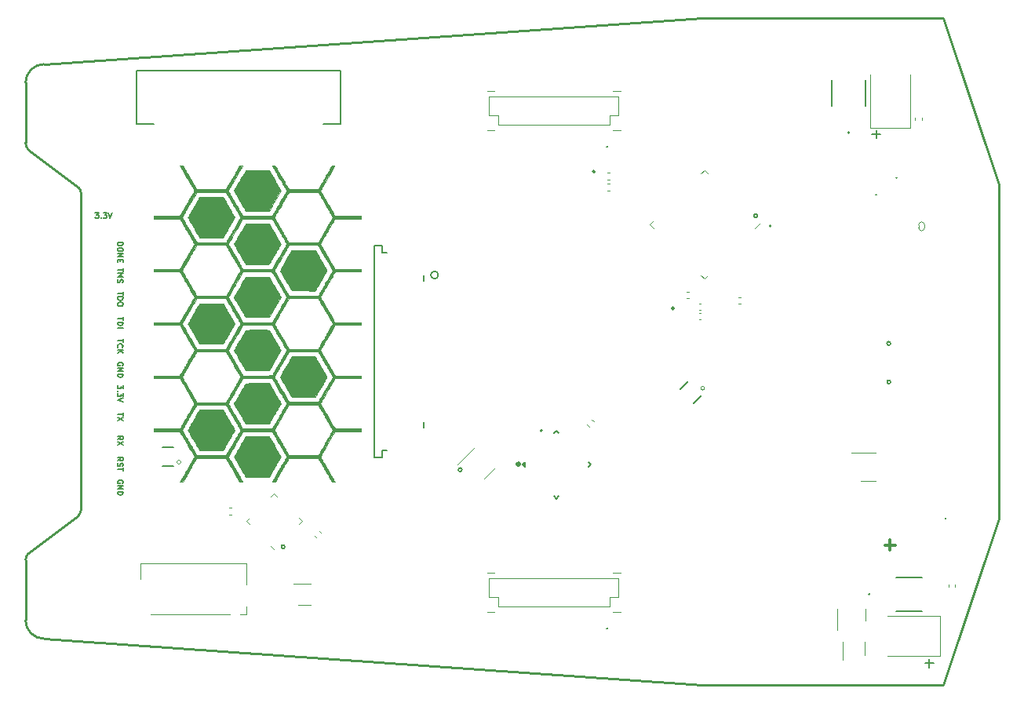
<source format=gbr>
G04 #@! TF.GenerationSoftware,KiCad,Pcbnew,8.0.1-8.0.1-1~ubuntu22.04.1*
G04 #@! TF.CreationDate,2024-03-31T08:55:46-05:00*
G04 #@! TF.ProjectId,controller,636f6e74-726f-46c6-9c65-722e6b696361,rev?*
G04 #@! TF.SameCoordinates,Original*
G04 #@! TF.FileFunction,Legend,Top*
G04 #@! TF.FilePolarity,Positive*
%FSLAX46Y46*%
G04 Gerber Fmt 4.6, Leading zero omitted, Abs format (unit mm)*
G04 Created by KiCad (PCBNEW 8.0.1-8.0.1-1~ubuntu22.04.1) date 2024-03-31 08:55:46*
%MOMM*%
%LPD*%
G01*
G04 APERTURE LIST*
%ADD10C,0.200000*%
%ADD11C,0.150000*%
%ADD12C,0.300000*%
%ADD13C,0.100000*%
%ADD14C,0.120000*%
%ADD15C,0.152400*%
%ADD16C,0.010000*%
%ADD17C,0.127000*%
G04 #@! TA.AperFunction,Profile*
%ADD18C,0.254000*%
G04 #@! TD*
G04 #@! TA.AperFunction,Profile*
%ADD19C,0.010000*%
G04 #@! TD*
G04 APERTURE END LIST*
D10*
X110980000Y-121080000D02*
G75*
G02*
X110580000Y-121080000I-200000J0D01*
G01*
X110580000Y-121080000D02*
G75*
G02*
X110980000Y-121080000I200000J0D01*
G01*
X130090000Y-112770000D02*
G75*
G02*
X129690000Y-112770000I-200000J0D01*
G01*
X129690000Y-112770000D02*
G75*
G02*
X130090000Y-112770000I200000J0D01*
G01*
D11*
X92915228Y-88223858D02*
X93515228Y-88223858D01*
X93515228Y-88223858D02*
X93515228Y-88366715D01*
X93515228Y-88366715D02*
X93486657Y-88452429D01*
X93486657Y-88452429D02*
X93429514Y-88509572D01*
X93429514Y-88509572D02*
X93372371Y-88538143D01*
X93372371Y-88538143D02*
X93258085Y-88566715D01*
X93258085Y-88566715D02*
X93172371Y-88566715D01*
X93172371Y-88566715D02*
X93058085Y-88538143D01*
X93058085Y-88538143D02*
X93000942Y-88509572D01*
X93000942Y-88509572D02*
X92943800Y-88452429D01*
X92943800Y-88452429D02*
X92915228Y-88366715D01*
X92915228Y-88366715D02*
X92915228Y-88223858D01*
X93515228Y-88938143D02*
X93515228Y-89052429D01*
X93515228Y-89052429D02*
X93486657Y-89109572D01*
X93486657Y-89109572D02*
X93429514Y-89166715D01*
X93429514Y-89166715D02*
X93315228Y-89195286D01*
X93315228Y-89195286D02*
X93115228Y-89195286D01*
X93115228Y-89195286D02*
X93000942Y-89166715D01*
X93000942Y-89166715D02*
X92943800Y-89109572D01*
X92943800Y-89109572D02*
X92915228Y-89052429D01*
X92915228Y-89052429D02*
X92915228Y-88938143D01*
X92915228Y-88938143D02*
X92943800Y-88881001D01*
X92943800Y-88881001D02*
X93000942Y-88823858D01*
X93000942Y-88823858D02*
X93115228Y-88795286D01*
X93115228Y-88795286D02*
X93315228Y-88795286D01*
X93315228Y-88795286D02*
X93429514Y-88823858D01*
X93429514Y-88823858D02*
X93486657Y-88881001D01*
X93486657Y-88881001D02*
X93515228Y-88938143D01*
X92915228Y-89452429D02*
X93515228Y-89452429D01*
X93515228Y-89452429D02*
X92915228Y-89795286D01*
X92915228Y-89795286D02*
X93515228Y-89795286D01*
X93229514Y-90081000D02*
X93229514Y-90281000D01*
X92915228Y-90366714D02*
X92915228Y-90081000D01*
X92915228Y-90081000D02*
X93515228Y-90081000D01*
X93515228Y-90081000D02*
X93515228Y-90366714D01*
X93486657Y-114223857D02*
X93515228Y-114166715D01*
X93515228Y-114166715D02*
X93515228Y-114081000D01*
X93515228Y-114081000D02*
X93486657Y-113995286D01*
X93486657Y-113995286D02*
X93429514Y-113938143D01*
X93429514Y-113938143D02*
X93372371Y-113909572D01*
X93372371Y-113909572D02*
X93258085Y-113881000D01*
X93258085Y-113881000D02*
X93172371Y-113881000D01*
X93172371Y-113881000D02*
X93058085Y-113909572D01*
X93058085Y-113909572D02*
X93000942Y-113938143D01*
X93000942Y-113938143D02*
X92943800Y-113995286D01*
X92943800Y-113995286D02*
X92915228Y-114081000D01*
X92915228Y-114081000D02*
X92915228Y-114138143D01*
X92915228Y-114138143D02*
X92943800Y-114223857D01*
X92943800Y-114223857D02*
X92972371Y-114252429D01*
X92972371Y-114252429D02*
X93172371Y-114252429D01*
X93172371Y-114252429D02*
X93172371Y-114138143D01*
X92915228Y-114509572D02*
X93515228Y-114509572D01*
X93515228Y-114509572D02*
X92915228Y-114852429D01*
X92915228Y-114852429D02*
X93515228Y-114852429D01*
X92915228Y-115138143D02*
X93515228Y-115138143D01*
X93515228Y-115138143D02*
X93515228Y-115281000D01*
X93515228Y-115281000D02*
X93486657Y-115366714D01*
X93486657Y-115366714D02*
X93429514Y-115423857D01*
X93429514Y-115423857D02*
X93372371Y-115452428D01*
X93372371Y-115452428D02*
X93258085Y-115481000D01*
X93258085Y-115481000D02*
X93172371Y-115481000D01*
X93172371Y-115481000D02*
X93058085Y-115452428D01*
X93058085Y-115452428D02*
X93000942Y-115423857D01*
X93000942Y-115423857D02*
X92943800Y-115366714D01*
X92943800Y-115366714D02*
X92915228Y-115281000D01*
X92915228Y-115281000D02*
X92915228Y-115138143D01*
X92915228Y-109501000D02*
X93200942Y-109301000D01*
X92915228Y-109158143D02*
X93515228Y-109158143D01*
X93515228Y-109158143D02*
X93515228Y-109386714D01*
X93515228Y-109386714D02*
X93486657Y-109443857D01*
X93486657Y-109443857D02*
X93458085Y-109472428D01*
X93458085Y-109472428D02*
X93400942Y-109501000D01*
X93400942Y-109501000D02*
X93315228Y-109501000D01*
X93315228Y-109501000D02*
X93258085Y-109472428D01*
X93258085Y-109472428D02*
X93229514Y-109443857D01*
X93229514Y-109443857D02*
X93200942Y-109386714D01*
X93200942Y-109386714D02*
X93200942Y-109158143D01*
X93515228Y-109701000D02*
X92915228Y-110101000D01*
X93515228Y-110101000D02*
X92915228Y-109701000D01*
X93515228Y-91020999D02*
X93515228Y-91363857D01*
X92915228Y-91192428D02*
X93515228Y-91192428D01*
X92915228Y-91563857D02*
X93515228Y-91563857D01*
X93515228Y-91563857D02*
X93086657Y-91763857D01*
X93086657Y-91763857D02*
X93515228Y-91963857D01*
X93515228Y-91963857D02*
X92915228Y-91963857D01*
X92943800Y-92220999D02*
X92915228Y-92306714D01*
X92915228Y-92306714D02*
X92915228Y-92449571D01*
X92915228Y-92449571D02*
X92943800Y-92506714D01*
X92943800Y-92506714D02*
X92972371Y-92535285D01*
X92972371Y-92535285D02*
X93029514Y-92563856D01*
X93029514Y-92563856D02*
X93086657Y-92563856D01*
X93086657Y-92563856D02*
X93143800Y-92535285D01*
X93143800Y-92535285D02*
X93172371Y-92506714D01*
X93172371Y-92506714D02*
X93200942Y-92449571D01*
X93200942Y-92449571D02*
X93229514Y-92335285D01*
X93229514Y-92335285D02*
X93258085Y-92278142D01*
X93258085Y-92278142D02*
X93286657Y-92249571D01*
X93286657Y-92249571D02*
X93343800Y-92220999D01*
X93343800Y-92220999D02*
X93400942Y-92220999D01*
X93400942Y-92220999D02*
X93458085Y-92249571D01*
X93458085Y-92249571D02*
X93486657Y-92278142D01*
X93486657Y-92278142D02*
X93515228Y-92335285D01*
X93515228Y-92335285D02*
X93515228Y-92478142D01*
X93515228Y-92478142D02*
X93486657Y-92563856D01*
X93486657Y-101523857D02*
X93515228Y-101466715D01*
X93515228Y-101466715D02*
X93515228Y-101381000D01*
X93515228Y-101381000D02*
X93486657Y-101295286D01*
X93486657Y-101295286D02*
X93429514Y-101238143D01*
X93429514Y-101238143D02*
X93372371Y-101209572D01*
X93372371Y-101209572D02*
X93258085Y-101181000D01*
X93258085Y-101181000D02*
X93172371Y-101181000D01*
X93172371Y-101181000D02*
X93058085Y-101209572D01*
X93058085Y-101209572D02*
X93000942Y-101238143D01*
X93000942Y-101238143D02*
X92943800Y-101295286D01*
X92943800Y-101295286D02*
X92915228Y-101381000D01*
X92915228Y-101381000D02*
X92915228Y-101438143D01*
X92915228Y-101438143D02*
X92943800Y-101523857D01*
X92943800Y-101523857D02*
X92972371Y-101552429D01*
X92972371Y-101552429D02*
X93172371Y-101552429D01*
X93172371Y-101552429D02*
X93172371Y-101438143D01*
X92915228Y-101809572D02*
X93515228Y-101809572D01*
X93515228Y-101809572D02*
X92915228Y-102152429D01*
X92915228Y-102152429D02*
X93515228Y-102152429D01*
X92915228Y-102438143D02*
X93515228Y-102438143D01*
X93515228Y-102438143D02*
X93515228Y-102581000D01*
X93515228Y-102581000D02*
X93486657Y-102666714D01*
X93486657Y-102666714D02*
X93429514Y-102723857D01*
X93429514Y-102723857D02*
X93372371Y-102752428D01*
X93372371Y-102752428D02*
X93258085Y-102781000D01*
X93258085Y-102781000D02*
X93172371Y-102781000D01*
X93172371Y-102781000D02*
X93058085Y-102752428D01*
X93058085Y-102752428D02*
X93000942Y-102723857D01*
X93000942Y-102723857D02*
X92943800Y-102666714D01*
X92943800Y-102666714D02*
X92915228Y-102581000D01*
X92915228Y-102581000D02*
X92915228Y-102438143D01*
X93515228Y-103635285D02*
X93515228Y-104006713D01*
X93515228Y-104006713D02*
X93286657Y-103806713D01*
X93286657Y-103806713D02*
X93286657Y-103892428D01*
X93286657Y-103892428D02*
X93258085Y-103949571D01*
X93258085Y-103949571D02*
X93229514Y-103978142D01*
X93229514Y-103978142D02*
X93172371Y-104006713D01*
X93172371Y-104006713D02*
X93029514Y-104006713D01*
X93029514Y-104006713D02*
X92972371Y-103978142D01*
X92972371Y-103978142D02*
X92943800Y-103949571D01*
X92943800Y-103949571D02*
X92915228Y-103892428D01*
X92915228Y-103892428D02*
X92915228Y-103720999D01*
X92915228Y-103720999D02*
X92943800Y-103663856D01*
X92943800Y-103663856D02*
X92972371Y-103635285D01*
X92972371Y-104263857D02*
X92943800Y-104292428D01*
X92943800Y-104292428D02*
X92915228Y-104263857D01*
X92915228Y-104263857D02*
X92943800Y-104235285D01*
X92943800Y-104235285D02*
X92972371Y-104263857D01*
X92972371Y-104263857D02*
X92915228Y-104263857D01*
X93515228Y-104492428D02*
X93515228Y-104863856D01*
X93515228Y-104863856D02*
X93286657Y-104663856D01*
X93286657Y-104663856D02*
X93286657Y-104749571D01*
X93286657Y-104749571D02*
X93258085Y-104806714D01*
X93258085Y-104806714D02*
X93229514Y-104835285D01*
X93229514Y-104835285D02*
X93172371Y-104863856D01*
X93172371Y-104863856D02*
X93029514Y-104863856D01*
X93029514Y-104863856D02*
X92972371Y-104835285D01*
X92972371Y-104835285D02*
X92943800Y-104806714D01*
X92943800Y-104806714D02*
X92915228Y-104749571D01*
X92915228Y-104749571D02*
X92915228Y-104578142D01*
X92915228Y-104578142D02*
X92943800Y-104520999D01*
X92943800Y-104520999D02*
X92972371Y-104492428D01*
X93515228Y-105035285D02*
X92915228Y-105235285D01*
X92915228Y-105235285D02*
X93515228Y-105435285D01*
D10*
X174337292Y-76545600D02*
X175251578Y-76545600D01*
X174794435Y-77002742D02*
X174794435Y-76088457D01*
D11*
X92915228Y-111812428D02*
X93200942Y-111612428D01*
X92915228Y-111469571D02*
X93515228Y-111469571D01*
X93515228Y-111469571D02*
X93515228Y-111698142D01*
X93515228Y-111698142D02*
X93486657Y-111755285D01*
X93486657Y-111755285D02*
X93458085Y-111783856D01*
X93458085Y-111783856D02*
X93400942Y-111812428D01*
X93400942Y-111812428D02*
X93315228Y-111812428D01*
X93315228Y-111812428D02*
X93258085Y-111783856D01*
X93258085Y-111783856D02*
X93229514Y-111755285D01*
X93229514Y-111755285D02*
X93200942Y-111698142D01*
X93200942Y-111698142D02*
X93200942Y-111469571D01*
X92943800Y-112040999D02*
X92915228Y-112126714D01*
X92915228Y-112126714D02*
X92915228Y-112269571D01*
X92915228Y-112269571D02*
X92943800Y-112326714D01*
X92943800Y-112326714D02*
X92972371Y-112355285D01*
X92972371Y-112355285D02*
X93029514Y-112383856D01*
X93029514Y-112383856D02*
X93086657Y-112383856D01*
X93086657Y-112383856D02*
X93143800Y-112355285D01*
X93143800Y-112355285D02*
X93172371Y-112326714D01*
X93172371Y-112326714D02*
X93200942Y-112269571D01*
X93200942Y-112269571D02*
X93229514Y-112155285D01*
X93229514Y-112155285D02*
X93258085Y-112098142D01*
X93258085Y-112098142D02*
X93286657Y-112069571D01*
X93286657Y-112069571D02*
X93343800Y-112040999D01*
X93343800Y-112040999D02*
X93400942Y-112040999D01*
X93400942Y-112040999D02*
X93458085Y-112069571D01*
X93458085Y-112069571D02*
X93486657Y-112098142D01*
X93486657Y-112098142D02*
X93515228Y-112155285D01*
X93515228Y-112155285D02*
X93515228Y-112298142D01*
X93515228Y-112298142D02*
X93486657Y-112383856D01*
X93515228Y-112555285D02*
X93515228Y-112898143D01*
X92915228Y-112726714D02*
X93515228Y-112726714D01*
X90521285Y-85013771D02*
X90892713Y-85013771D01*
X90892713Y-85013771D02*
X90692713Y-85242342D01*
X90692713Y-85242342D02*
X90778428Y-85242342D01*
X90778428Y-85242342D02*
X90835571Y-85270914D01*
X90835571Y-85270914D02*
X90864142Y-85299485D01*
X90864142Y-85299485D02*
X90892713Y-85356628D01*
X90892713Y-85356628D02*
X90892713Y-85499485D01*
X90892713Y-85499485D02*
X90864142Y-85556628D01*
X90864142Y-85556628D02*
X90835571Y-85585200D01*
X90835571Y-85585200D02*
X90778428Y-85613771D01*
X90778428Y-85613771D02*
X90606999Y-85613771D01*
X90606999Y-85613771D02*
X90549856Y-85585200D01*
X90549856Y-85585200D02*
X90521285Y-85556628D01*
X91149857Y-85556628D02*
X91178428Y-85585200D01*
X91178428Y-85585200D02*
X91149857Y-85613771D01*
X91149857Y-85613771D02*
X91121285Y-85585200D01*
X91121285Y-85585200D02*
X91149857Y-85556628D01*
X91149857Y-85556628D02*
X91149857Y-85613771D01*
X91378428Y-85013771D02*
X91749856Y-85013771D01*
X91749856Y-85013771D02*
X91549856Y-85242342D01*
X91549856Y-85242342D02*
X91635571Y-85242342D01*
X91635571Y-85242342D02*
X91692714Y-85270914D01*
X91692714Y-85270914D02*
X91721285Y-85299485D01*
X91721285Y-85299485D02*
X91749856Y-85356628D01*
X91749856Y-85356628D02*
X91749856Y-85499485D01*
X91749856Y-85499485D02*
X91721285Y-85556628D01*
X91721285Y-85556628D02*
X91692714Y-85585200D01*
X91692714Y-85585200D02*
X91635571Y-85613771D01*
X91635571Y-85613771D02*
X91464142Y-85613771D01*
X91464142Y-85613771D02*
X91406999Y-85585200D01*
X91406999Y-85585200D02*
X91378428Y-85556628D01*
X91921285Y-85013771D02*
X92121285Y-85613771D01*
X92121285Y-85613771D02*
X92321285Y-85013771D01*
X93515228Y-93575285D02*
X93515228Y-93918143D01*
X92915228Y-93746714D02*
X93515228Y-93746714D01*
X92915228Y-94118143D02*
X93515228Y-94118143D01*
X93515228Y-94118143D02*
X93515228Y-94261000D01*
X93515228Y-94261000D02*
X93486657Y-94346714D01*
X93486657Y-94346714D02*
X93429514Y-94403857D01*
X93429514Y-94403857D02*
X93372371Y-94432428D01*
X93372371Y-94432428D02*
X93258085Y-94461000D01*
X93258085Y-94461000D02*
X93172371Y-94461000D01*
X93172371Y-94461000D02*
X93058085Y-94432428D01*
X93058085Y-94432428D02*
X93000942Y-94403857D01*
X93000942Y-94403857D02*
X92943800Y-94346714D01*
X92943800Y-94346714D02*
X92915228Y-94261000D01*
X92915228Y-94261000D02*
X92915228Y-94118143D01*
X93515228Y-94832428D02*
X93515228Y-94946714D01*
X93515228Y-94946714D02*
X93486657Y-95003857D01*
X93486657Y-95003857D02*
X93429514Y-95061000D01*
X93429514Y-95061000D02*
X93315228Y-95089571D01*
X93315228Y-95089571D02*
X93115228Y-95089571D01*
X93115228Y-95089571D02*
X93000942Y-95061000D01*
X93000942Y-95061000D02*
X92943800Y-95003857D01*
X92943800Y-95003857D02*
X92915228Y-94946714D01*
X92915228Y-94946714D02*
X92915228Y-94832428D01*
X92915228Y-94832428D02*
X92943800Y-94775286D01*
X92943800Y-94775286D02*
X93000942Y-94718143D01*
X93000942Y-94718143D02*
X93115228Y-94689571D01*
X93115228Y-94689571D02*
X93315228Y-94689571D01*
X93315228Y-94689571D02*
X93429514Y-94718143D01*
X93429514Y-94718143D02*
X93486657Y-94775286D01*
X93486657Y-94775286D02*
X93515228Y-94832428D01*
X93515228Y-98669571D02*
X93515228Y-99012429D01*
X92915228Y-98841000D02*
X93515228Y-98841000D01*
X92972371Y-99555286D02*
X92943800Y-99526714D01*
X92943800Y-99526714D02*
X92915228Y-99441000D01*
X92915228Y-99441000D02*
X92915228Y-99383857D01*
X92915228Y-99383857D02*
X92943800Y-99298143D01*
X92943800Y-99298143D02*
X93000942Y-99241000D01*
X93000942Y-99241000D02*
X93058085Y-99212429D01*
X93058085Y-99212429D02*
X93172371Y-99183857D01*
X93172371Y-99183857D02*
X93258085Y-99183857D01*
X93258085Y-99183857D02*
X93372371Y-99212429D01*
X93372371Y-99212429D02*
X93429514Y-99241000D01*
X93429514Y-99241000D02*
X93486657Y-99298143D01*
X93486657Y-99298143D02*
X93515228Y-99383857D01*
X93515228Y-99383857D02*
X93515228Y-99441000D01*
X93515228Y-99441000D02*
X93486657Y-99526714D01*
X93486657Y-99526714D02*
X93458085Y-99555286D01*
X92915228Y-99812429D02*
X93515228Y-99812429D01*
X92915228Y-100155286D02*
X93258085Y-99898143D01*
X93515228Y-100155286D02*
X93172371Y-99812429D01*
X93515228Y-106603856D02*
X93515228Y-106946714D01*
X92915228Y-106775285D02*
X93515228Y-106775285D01*
X93515228Y-107089571D02*
X92915228Y-107489571D01*
X93515228Y-107489571D02*
X92915228Y-107089571D01*
D10*
X180047292Y-133625600D02*
X180961578Y-133625600D01*
X180504435Y-134082742D02*
X180504435Y-133168457D01*
D11*
X93515228Y-96286714D02*
X93515228Y-96629572D01*
X92915228Y-96458143D02*
X93515228Y-96458143D01*
X92915228Y-96829572D02*
X93515228Y-96829572D01*
X93515228Y-96829572D02*
X93515228Y-96972429D01*
X93515228Y-96972429D02*
X93486657Y-97058143D01*
X93486657Y-97058143D02*
X93429514Y-97115286D01*
X93429514Y-97115286D02*
X93372371Y-97143857D01*
X93372371Y-97143857D02*
X93258085Y-97172429D01*
X93258085Y-97172429D02*
X93172371Y-97172429D01*
X93172371Y-97172429D02*
X93058085Y-97143857D01*
X93058085Y-97143857D02*
X93000942Y-97115286D01*
X93000942Y-97115286D02*
X92943800Y-97058143D01*
X92943800Y-97058143D02*
X92915228Y-96972429D01*
X92915228Y-96972429D02*
X92915228Y-96829572D01*
X92915228Y-97429572D02*
X93515228Y-97429572D01*
D12*
X175704510Y-120889400D02*
X176847368Y-120889400D01*
X176275939Y-121460828D02*
X176275939Y-120317971D01*
D13*
X95430000Y-122860000D02*
X106830000Y-122860000D01*
X95430000Y-124560000D02*
X95430000Y-122860000D01*
X96530000Y-128360000D02*
X105030000Y-128360000D01*
X106130000Y-128360000D02*
X106830000Y-128360000D01*
X106830000Y-122860000D02*
X106830000Y-125160000D01*
X106830000Y-128360000D02*
X106830000Y-127560000D01*
D14*
X106836009Y-118320000D02*
X107171885Y-117984124D01*
X107171885Y-118655876D02*
X106836009Y-118320000D01*
X109484124Y-120968115D02*
X109820000Y-121303991D01*
X109820000Y-115336009D02*
X109484124Y-115671885D01*
X110155876Y-115671885D02*
X109820000Y-115336009D01*
X112468115Y-117984124D02*
X112803991Y-118320000D01*
X112803991Y-118320000D02*
X112468115Y-118655876D01*
X105207836Y-116890000D02*
X104992164Y-116890000D01*
X105207836Y-117610000D02*
X104992164Y-117610000D01*
X112380000Y-127350000D02*
X113780000Y-127350000D01*
X113780000Y-125030000D02*
X111880000Y-125030000D01*
D15*
X136618095Y-112200000D02*
X136876726Y-112458631D01*
X136876726Y-111941369D02*
X136618095Y-112200000D01*
X136876726Y-112458631D02*
X136876726Y-111941369D01*
X140041369Y-115623274D02*
X140300000Y-115881905D01*
X140300000Y-108518095D02*
X140041369Y-108776726D01*
X140300000Y-115881905D02*
X140558631Y-115623274D01*
X140558631Y-108776726D02*
X140300000Y-108518095D01*
X143723274Y-112458631D02*
X143981905Y-112200000D01*
X143981905Y-112200000D02*
X143723274Y-111941369D01*
D12*
X136313425Y-112164645D02*
G75*
G02*
X136013425Y-112164645I-150000J0D01*
G01*
X136013425Y-112164645D02*
G75*
G02*
X136313425Y-112164645I150000J0D01*
G01*
D14*
X143799940Y-108117341D02*
X143582659Y-107900060D01*
X144337341Y-107579940D02*
X144120060Y-107362659D01*
D11*
X138766283Y-108531146D02*
G75*
G02*
X138550875Y-108531146I-107704J0D01*
G01*
X138550875Y-108531146D02*
G75*
G02*
X138766283Y-108531146I107704J0D01*
G01*
D14*
X182572100Y-125182164D02*
X182572100Y-125397836D01*
X183292100Y-125182164D02*
X183292100Y-125397836D01*
X181672100Y-128530000D02*
X175972100Y-128530000D01*
X181672100Y-132830000D02*
X175972100Y-132830000D01*
X181672100Y-132830000D02*
X181672100Y-128530000D01*
X130869096Y-110924730D02*
X129596304Y-112197523D01*
X130869096Y-110924730D02*
X131434782Y-110359045D01*
X133075270Y-113130904D02*
X132509584Y-113696589D01*
X133075270Y-113130904D02*
X133640955Y-112565218D01*
X114189190Y-119878307D02*
X114341693Y-120030810D01*
X114698307Y-119369190D02*
X114850810Y-119521693D01*
D16*
X109306470Y-80530409D02*
X109332862Y-80572125D01*
X109378538Y-80647611D01*
X109439813Y-80750568D01*
X109513002Y-80874702D01*
X109594420Y-81013716D01*
X109680382Y-81161314D01*
X109767202Y-81311199D01*
X109851196Y-81457076D01*
X109928678Y-81592648D01*
X109945045Y-81621454D01*
X109980099Y-81682930D01*
X110031509Y-81772709D01*
X110094784Y-81882986D01*
X110165433Y-82005954D01*
X110238966Y-82133808D01*
X110310890Y-82258741D01*
X110376715Y-82372947D01*
X110431950Y-82468621D01*
X110472103Y-82537957D01*
X110489738Y-82568181D01*
X110537355Y-82649000D01*
X110222734Y-83191636D01*
X110115398Y-83376765D01*
X109993579Y-83586885D01*
X109865949Y-83807033D01*
X109741182Y-84022250D01*
X109627951Y-84217573D01*
X109593555Y-84276909D01*
X109278999Y-84819545D01*
X108016503Y-84825515D01*
X106754007Y-84831484D01*
X106698899Y-84744697D01*
X106675559Y-84706125D01*
X106631957Y-84632281D01*
X106570862Y-84527921D01*
X106495044Y-84397801D01*
X106407273Y-84246679D01*
X106310318Y-84079309D01*
X106206948Y-83900449D01*
X106164357Y-83826636D01*
X106059357Y-83644774D01*
X105959808Y-83472718D01*
X105868453Y-83315186D01*
X105788038Y-83176895D01*
X105721307Y-83062563D01*
X105671006Y-82976906D01*
X105639880Y-82924643D01*
X105633339Y-82914029D01*
X105588728Y-82839257D01*
X105542431Y-82755265D01*
X105532362Y-82735873D01*
X105482968Y-82639052D01*
X105802048Y-82089844D01*
X105905925Y-81910883D01*
X106020397Y-81713387D01*
X106137915Y-81510400D01*
X106250927Y-81314967D01*
X106351886Y-81140132D01*
X106393897Y-81067272D01*
X106474200Y-80928836D01*
X106550041Y-80799807D01*
X106617367Y-80686945D01*
X106672129Y-80597010D01*
X106710273Y-80536760D01*
X106722599Y-80518863D01*
X106778532Y-80443818D01*
X109247348Y-80443818D01*
X109306470Y-80530409D01*
G36*
X109306470Y-80530409D02*
G01*
X109332862Y-80572125D01*
X109378538Y-80647611D01*
X109439813Y-80750568D01*
X109513002Y-80874702D01*
X109594420Y-81013716D01*
X109680382Y-81161314D01*
X109767202Y-81311199D01*
X109851196Y-81457076D01*
X109928678Y-81592648D01*
X109945045Y-81621454D01*
X109980099Y-81682930D01*
X110031509Y-81772709D01*
X110094784Y-81882986D01*
X110165433Y-82005954D01*
X110238966Y-82133808D01*
X110310890Y-82258741D01*
X110376715Y-82372947D01*
X110431950Y-82468621D01*
X110472103Y-82537957D01*
X110489738Y-82568181D01*
X110537355Y-82649000D01*
X110222734Y-83191636D01*
X110115398Y-83376765D01*
X109993579Y-83586885D01*
X109865949Y-83807033D01*
X109741182Y-84022250D01*
X109627951Y-84217573D01*
X109593555Y-84276909D01*
X109278999Y-84819545D01*
X108016503Y-84825515D01*
X106754007Y-84831484D01*
X106698899Y-84744697D01*
X106675559Y-84706125D01*
X106631957Y-84632281D01*
X106570862Y-84527921D01*
X106495044Y-84397801D01*
X106407273Y-84246679D01*
X106310318Y-84079309D01*
X106206948Y-83900449D01*
X106164357Y-83826636D01*
X106059357Y-83644774D01*
X105959808Y-83472718D01*
X105868453Y-83315186D01*
X105788038Y-83176895D01*
X105721307Y-83062563D01*
X105671006Y-82976906D01*
X105639880Y-82924643D01*
X105633339Y-82914029D01*
X105588728Y-82839257D01*
X105542431Y-82755265D01*
X105532362Y-82735873D01*
X105482968Y-82639052D01*
X105802048Y-82089844D01*
X105905925Y-81910883D01*
X106020397Y-81713387D01*
X106137915Y-81510400D01*
X106250927Y-81314967D01*
X106351886Y-81140132D01*
X106393897Y-81067272D01*
X106474200Y-80928836D01*
X106550041Y-80799807D01*
X106617367Y-80686945D01*
X106672129Y-80597010D01*
X106710273Y-80536760D01*
X106722599Y-80518863D01*
X106778532Y-80443818D01*
X109247348Y-80443818D01*
X109306470Y-80530409D01*
G37*
X109278496Y-91954636D02*
X109427032Y-92208636D01*
X109489673Y-92316033D01*
X109567817Y-92450433D01*
X109653912Y-92598823D01*
X109740407Y-92748193D01*
X109795570Y-92843636D01*
X109884053Y-92996870D01*
X109982929Y-93168102D01*
X110082712Y-93340907D01*
X110173919Y-93498859D01*
X110215576Y-93571000D01*
X110286388Y-93693529D01*
X110353906Y-93810168D01*
X110412739Y-93911622D01*
X110457500Y-93988594D01*
X110476935Y-94021843D01*
X110538292Y-94126324D01*
X110317578Y-94506752D01*
X110243015Y-94635211D01*
X110171517Y-94758280D01*
X110108241Y-94867090D01*
X110058345Y-94952769D01*
X110029224Y-95002636D01*
X110000170Y-95052454D01*
X109951636Y-95135938D01*
X109887280Y-95246783D01*
X109810757Y-95378688D01*
X109725727Y-95525350D01*
X109635847Y-95680466D01*
X109620530Y-95706909D01*
X109279476Y-96295727D01*
X106742659Y-96295727D01*
X106651876Y-96145636D01*
X106605546Y-96068028D01*
X106543847Y-95963258D01*
X106474349Y-95844246D01*
X106404622Y-95723912D01*
X106394820Y-95706909D01*
X106317941Y-95573601D01*
X106228513Y-95418768D01*
X106137175Y-95260817D01*
X106054569Y-95118162D01*
X106047836Y-95106545D01*
X105967353Y-94967546D01*
X105874296Y-94806563D01*
X105779096Y-94641658D01*
X105692185Y-94490890D01*
X105675482Y-94461879D01*
X105483840Y-94128940D01*
X105548615Y-94011606D01*
X105587639Y-93942099D01*
X105641955Y-93846899D01*
X105703470Y-93740137D01*
X105748071Y-93663363D01*
X105793725Y-93584991D01*
X105841632Y-93502526D01*
X105894432Y-93411395D01*
X105954766Y-93307022D01*
X106025274Y-93184831D01*
X106108596Y-93040248D01*
X106207372Y-92868696D01*
X106324244Y-92665601D01*
X106441001Y-92462636D01*
X106513805Y-92336781D01*
X106581624Y-92220877D01*
X106640035Y-92122376D01*
X106684616Y-92048735D01*
X106710945Y-92007407D01*
X106711653Y-92006394D01*
X106756516Y-91942698D01*
X109278496Y-91954636D01*
G36*
X109278496Y-91954636D02*
G01*
X109427032Y-92208636D01*
X109489673Y-92316033D01*
X109567817Y-92450433D01*
X109653912Y-92598823D01*
X109740407Y-92748193D01*
X109795570Y-92843636D01*
X109884053Y-92996870D01*
X109982929Y-93168102D01*
X110082712Y-93340907D01*
X110173919Y-93498859D01*
X110215576Y-93571000D01*
X110286388Y-93693529D01*
X110353906Y-93810168D01*
X110412739Y-93911622D01*
X110457500Y-93988594D01*
X110476935Y-94021843D01*
X110538292Y-94126324D01*
X110317578Y-94506752D01*
X110243015Y-94635211D01*
X110171517Y-94758280D01*
X110108241Y-94867090D01*
X110058345Y-94952769D01*
X110029224Y-95002636D01*
X110000170Y-95052454D01*
X109951636Y-95135938D01*
X109887280Y-95246783D01*
X109810757Y-95378688D01*
X109725727Y-95525350D01*
X109635847Y-95680466D01*
X109620530Y-95706909D01*
X109279476Y-96295727D01*
X106742659Y-96295727D01*
X106651876Y-96145636D01*
X106605546Y-96068028D01*
X106543847Y-95963258D01*
X106474349Y-95844246D01*
X106404622Y-95723912D01*
X106394820Y-95706909D01*
X106317941Y-95573601D01*
X106228513Y-95418768D01*
X106137175Y-95260817D01*
X106054569Y-95118162D01*
X106047836Y-95106545D01*
X105967353Y-94967546D01*
X105874296Y-94806563D01*
X105779096Y-94641658D01*
X105692185Y-94490890D01*
X105675482Y-94461879D01*
X105483840Y-94128940D01*
X105548615Y-94011606D01*
X105587639Y-93942099D01*
X105641955Y-93846899D01*
X105703470Y-93740137D01*
X105748071Y-93663363D01*
X105793725Y-93584991D01*
X105841632Y-93502526D01*
X105894432Y-93411395D01*
X105954766Y-93307022D01*
X106025274Y-93184831D01*
X106108596Y-93040248D01*
X106207372Y-92868696D01*
X106324244Y-92665601D01*
X106441001Y-92462636D01*
X106513805Y-92336781D01*
X106581624Y-92220877D01*
X106640035Y-92122376D01*
X106684616Y-92048735D01*
X106710945Y-92007407D01*
X106711653Y-92006394D01*
X106756516Y-91942698D01*
X109278496Y-91954636D01*
G37*
X109310960Y-109232409D02*
X109342344Y-109281387D01*
X109387997Y-109357230D01*
X109439827Y-109446397D01*
X109459279Y-109480636D01*
X109513967Y-109576951D01*
X109587337Y-109705256D01*
X109674822Y-109857635D01*
X109771856Y-110026175D01*
X109873871Y-110202962D01*
X109976302Y-110380082D01*
X110074581Y-110549620D01*
X110164141Y-110703663D01*
X110238752Y-110831454D01*
X110330636Y-110988857D01*
X110401269Y-111111442D01*
X110453059Y-111204049D01*
X110488414Y-111271522D01*
X110509743Y-111318701D01*
X110519455Y-111350429D01*
X110519958Y-111371547D01*
X110514436Y-111385636D01*
X110482034Y-111440423D01*
X110433613Y-111523174D01*
X110372898Y-111627442D01*
X110303611Y-111746786D01*
X110229477Y-111874759D01*
X110154220Y-112004919D01*
X110081564Y-112130822D01*
X110015233Y-112246023D01*
X109958951Y-112344079D01*
X109916442Y-112418544D01*
X109891430Y-112462976D01*
X109886525Y-112472178D01*
X109871096Y-112500620D01*
X109835701Y-112563186D01*
X109783651Y-112654112D01*
X109718254Y-112767636D01*
X109642821Y-112897991D01*
X109575713Y-113013545D01*
X109280226Y-113521545D01*
X108017117Y-113527515D01*
X106754007Y-113533484D01*
X106699068Y-113446697D01*
X106675762Y-113408128D01*
X106632186Y-113334291D01*
X106571108Y-113229941D01*
X106495299Y-113099833D01*
X106407527Y-112948723D01*
X106310562Y-112781367D01*
X106207171Y-112602520D01*
X106164524Y-112528636D01*
X106059493Y-112346782D01*
X105959913Y-112174733D01*
X105868531Y-112017206D01*
X105788092Y-111878918D01*
X105721341Y-111764586D01*
X105671024Y-111678925D01*
X105639886Y-111626654D01*
X105633338Y-111616029D01*
X105565341Y-111503860D01*
X105523319Y-111420694D01*
X105504634Y-111359283D01*
X105506647Y-111312381D01*
X105515072Y-111291180D01*
X105537010Y-111251493D01*
X105577855Y-111179552D01*
X105633208Y-111082972D01*
X105698672Y-110969368D01*
X105769848Y-110846358D01*
X105842338Y-110721556D01*
X105911744Y-110602579D01*
X105973669Y-110497043D01*
X105973909Y-110496636D01*
X106028619Y-110402748D01*
X106085546Y-110303479D01*
X106121447Y-110239823D01*
X106152080Y-110185751D01*
X106201699Y-110099220D01*
X106266016Y-109987659D01*
X106340744Y-109858497D01*
X106421594Y-109719165D01*
X106464455Y-109645465D01*
X106741546Y-109169375D01*
X109266856Y-109168909D01*
X109310960Y-109232409D01*
G36*
X109310960Y-109232409D02*
G01*
X109342344Y-109281387D01*
X109387997Y-109357230D01*
X109439827Y-109446397D01*
X109459279Y-109480636D01*
X109513967Y-109576951D01*
X109587337Y-109705256D01*
X109674822Y-109857635D01*
X109771856Y-110026175D01*
X109873871Y-110202962D01*
X109976302Y-110380082D01*
X110074581Y-110549620D01*
X110164141Y-110703663D01*
X110238752Y-110831454D01*
X110330636Y-110988857D01*
X110401269Y-111111442D01*
X110453059Y-111204049D01*
X110488414Y-111271522D01*
X110509743Y-111318701D01*
X110519455Y-111350429D01*
X110519958Y-111371547D01*
X110514436Y-111385636D01*
X110482034Y-111440423D01*
X110433613Y-111523174D01*
X110372898Y-111627442D01*
X110303611Y-111746786D01*
X110229477Y-111874759D01*
X110154220Y-112004919D01*
X110081564Y-112130822D01*
X110015233Y-112246023D01*
X109958951Y-112344079D01*
X109916442Y-112418544D01*
X109891430Y-112462976D01*
X109886525Y-112472178D01*
X109871096Y-112500620D01*
X109835701Y-112563186D01*
X109783651Y-112654112D01*
X109718254Y-112767636D01*
X109642821Y-112897991D01*
X109575713Y-113013545D01*
X109280226Y-113521545D01*
X108017117Y-113527515D01*
X106754007Y-113533484D01*
X106699068Y-113446697D01*
X106675762Y-113408128D01*
X106632186Y-113334291D01*
X106571108Y-113229941D01*
X106495299Y-113099833D01*
X106407527Y-112948723D01*
X106310562Y-112781367D01*
X106207171Y-112602520D01*
X106164524Y-112528636D01*
X106059493Y-112346782D01*
X105959913Y-112174733D01*
X105868531Y-112017206D01*
X105788092Y-111878918D01*
X105721341Y-111764586D01*
X105671024Y-111678925D01*
X105639886Y-111626654D01*
X105633338Y-111616029D01*
X105565341Y-111503860D01*
X105523319Y-111420694D01*
X105504634Y-111359283D01*
X105506647Y-111312381D01*
X105515072Y-111291180D01*
X105537010Y-111251493D01*
X105577855Y-111179552D01*
X105633208Y-111082972D01*
X105698672Y-110969368D01*
X105769848Y-110846358D01*
X105842338Y-110721556D01*
X105911744Y-110602579D01*
X105973669Y-110497043D01*
X105973909Y-110496636D01*
X106028619Y-110402748D01*
X106085546Y-110303479D01*
X106121447Y-110239823D01*
X106152080Y-110185751D01*
X106201699Y-110099220D01*
X106266016Y-109987659D01*
X106340744Y-109858497D01*
X106421594Y-109719165D01*
X106464455Y-109645465D01*
X106741546Y-109169375D01*
X109266856Y-109168909D01*
X109310960Y-109232409D01*
G37*
X109698908Y-104163758D02*
X109865257Y-104449109D01*
X110015307Y-104706752D01*
X110147946Y-104934771D01*
X110262060Y-105131249D01*
X110356538Y-105294271D01*
X110430267Y-105421920D01*
X110482134Y-105512280D01*
X110494416Y-105533859D01*
X110534714Y-105604901D01*
X110436769Y-105776314D01*
X110387239Y-105862695D01*
X110322508Y-105975154D01*
X110250564Y-106099834D01*
X110179397Y-106222875D01*
X110171583Y-106236363D01*
X110106636Y-106348605D01*
X110045415Y-106454681D01*
X109993893Y-106544223D01*
X109958044Y-106606861D01*
X109952082Y-106617363D01*
X109847429Y-106801146D01*
X109743297Y-106981818D01*
X109642482Y-107154707D01*
X109547778Y-107315144D01*
X109461981Y-107458456D01*
X109387886Y-107579975D01*
X109328288Y-107675028D01*
X109285981Y-107738945D01*
X109264451Y-107766487D01*
X109251643Y-107775487D01*
X109233006Y-107783054D01*
X109204752Y-107789307D01*
X109163090Y-107794366D01*
X109104233Y-107798347D01*
X109024391Y-107801371D01*
X108919775Y-107803555D01*
X108786595Y-107805018D01*
X108621063Y-107805879D01*
X108419390Y-107806257D01*
X108177787Y-107806270D01*
X107997605Y-107806138D01*
X106777376Y-107805029D01*
X106721694Y-107730741D01*
X106692724Y-107687416D01*
X106645698Y-107611677D01*
X106585300Y-107511306D01*
X106516214Y-107394085D01*
X106443266Y-107268050D01*
X106369837Y-107140480D01*
X106300351Y-107020622D01*
X106239567Y-106916620D01*
X106192245Y-106836617D01*
X106163533Y-106789372D01*
X106129633Y-106733461D01*
X106109227Y-106695540D01*
X106106546Y-106687908D01*
X106095444Y-106664780D01*
X106065298Y-106610434D01*
X106020846Y-106533239D01*
X105972298Y-106450768D01*
X105909017Y-106343805D01*
X105831680Y-106212397D01*
X105749394Y-106072053D01*
X105671266Y-105938280D01*
X105659599Y-105918247D01*
X105481147Y-105611676D01*
X105628623Y-105352520D01*
X105693900Y-105238463D01*
X105774131Y-105099275D01*
X105860833Y-104949617D01*
X105945523Y-104804150D01*
X105978940Y-104747000D01*
X106061758Y-104605489D01*
X106151831Y-104451424D01*
X106240138Y-104300245D01*
X106317657Y-104167393D01*
X106343214Y-104123545D01*
X106412703Y-104004506D01*
X106483854Y-103883019D01*
X106548488Y-103773024D01*
X106598429Y-103688462D01*
X106600006Y-103685804D01*
X106648247Y-103603669D01*
X106689532Y-103531831D01*
X106716223Y-103483614D01*
X106719134Y-103477986D01*
X106725211Y-103467765D01*
X106734748Y-103459116D01*
X106751421Y-103451888D01*
X106778907Y-103445929D01*
X106820882Y-103441087D01*
X106881024Y-103437210D01*
X106963010Y-103434145D01*
X107070515Y-103431740D01*
X107207217Y-103429844D01*
X107376792Y-103428304D01*
X107582917Y-103426969D01*
X107829268Y-103425685D01*
X108003695Y-103424849D01*
X109264486Y-103418881D01*
X109698908Y-104163758D01*
G36*
X109698908Y-104163758D02*
G01*
X109865257Y-104449109D01*
X110015307Y-104706752D01*
X110147946Y-104934771D01*
X110262060Y-105131249D01*
X110356538Y-105294271D01*
X110430267Y-105421920D01*
X110482134Y-105512280D01*
X110494416Y-105533859D01*
X110534714Y-105604901D01*
X110436769Y-105776314D01*
X110387239Y-105862695D01*
X110322508Y-105975154D01*
X110250564Y-106099834D01*
X110179397Y-106222875D01*
X110171583Y-106236363D01*
X110106636Y-106348605D01*
X110045415Y-106454681D01*
X109993893Y-106544223D01*
X109958044Y-106606861D01*
X109952082Y-106617363D01*
X109847429Y-106801146D01*
X109743297Y-106981818D01*
X109642482Y-107154707D01*
X109547778Y-107315144D01*
X109461981Y-107458456D01*
X109387886Y-107579975D01*
X109328288Y-107675028D01*
X109285981Y-107738945D01*
X109264451Y-107766487D01*
X109251643Y-107775487D01*
X109233006Y-107783054D01*
X109204752Y-107789307D01*
X109163090Y-107794366D01*
X109104233Y-107798347D01*
X109024391Y-107801371D01*
X108919775Y-107803555D01*
X108786595Y-107805018D01*
X108621063Y-107805879D01*
X108419390Y-107806257D01*
X108177787Y-107806270D01*
X107997605Y-107806138D01*
X106777376Y-107805029D01*
X106721694Y-107730741D01*
X106692724Y-107687416D01*
X106645698Y-107611677D01*
X106585300Y-107511306D01*
X106516214Y-107394085D01*
X106443266Y-107268050D01*
X106369837Y-107140480D01*
X106300351Y-107020622D01*
X106239567Y-106916620D01*
X106192245Y-106836617D01*
X106163533Y-106789372D01*
X106129633Y-106733461D01*
X106109227Y-106695540D01*
X106106546Y-106687908D01*
X106095444Y-106664780D01*
X106065298Y-106610434D01*
X106020846Y-106533239D01*
X105972298Y-106450768D01*
X105909017Y-106343805D01*
X105831680Y-106212397D01*
X105749394Y-106072053D01*
X105671266Y-105938280D01*
X105659599Y-105918247D01*
X105481147Y-105611676D01*
X105628623Y-105352520D01*
X105693900Y-105238463D01*
X105774131Y-105099275D01*
X105860833Y-104949617D01*
X105945523Y-104804150D01*
X105978940Y-104747000D01*
X106061758Y-104605489D01*
X106151831Y-104451424D01*
X106240138Y-104300245D01*
X106317657Y-104167393D01*
X106343214Y-104123545D01*
X106412703Y-104004506D01*
X106483854Y-103883019D01*
X106548488Y-103773024D01*
X106598429Y-103688462D01*
X106600006Y-103685804D01*
X106648247Y-103603669D01*
X106689532Y-103531831D01*
X106716223Y-103483614D01*
X106719134Y-103477986D01*
X106725211Y-103467765D01*
X106734748Y-103459116D01*
X106751421Y-103451888D01*
X106778907Y-103445929D01*
X106820882Y-103441087D01*
X106881024Y-103437210D01*
X106963010Y-103434145D01*
X107070515Y-103431740D01*
X107207217Y-103429844D01*
X107376792Y-103428304D01*
X107582917Y-103426969D01*
X107829268Y-103425685D01*
X108003695Y-103424849D01*
X109264486Y-103418881D01*
X109698908Y-104163758D01*
G37*
X114512124Y-89535461D02*
X114589676Y-89668912D01*
X114660526Y-89791088D01*
X114720986Y-89895610D01*
X114767371Y-89976104D01*
X114795996Y-90026190D01*
X114802415Y-90037688D01*
X114828288Y-90083828D01*
X114875176Y-90165704D01*
X114940710Y-90279226D01*
X115022522Y-90420308D01*
X115118240Y-90584859D01*
X115225498Y-90768793D01*
X115299905Y-90896165D01*
X115366138Y-91009923D01*
X115423400Y-91109137D01*
X115467952Y-91187262D01*
X115496057Y-91237750D01*
X115504223Y-91254074D01*
X115493190Y-91275668D01*
X115462845Y-91330500D01*
X115416988Y-91411825D01*
X115359415Y-91512896D01*
X115311334Y-91596727D01*
X115228174Y-91741194D01*
X115135167Y-91902567D01*
X115042436Y-92063291D01*
X114960107Y-92205810D01*
X114942726Y-92235864D01*
X114876738Y-92350150D01*
X114814943Y-92457560D01*
X114762945Y-92548328D01*
X114726346Y-92612688D01*
X114717518Y-92628410D01*
X114683208Y-92688157D01*
X114656435Y-92731641D01*
X114650812Y-92739727D01*
X114630009Y-92772199D01*
X114596418Y-92829393D01*
X114575301Y-92866727D01*
X114479868Y-93035874D01*
X114394102Y-93184106D01*
X114322749Y-93303276D01*
X114296093Y-93346060D01*
X114233718Y-93444394D01*
X112973601Y-93438424D01*
X111713485Y-93432454D01*
X111511844Y-93086090D01*
X111442683Y-92967093D01*
X111356460Y-92818430D01*
X111259168Y-92650452D01*
X111156799Y-92473510D01*
X111055345Y-92297954D01*
X110990455Y-92185545D01*
X110901433Y-92031433D01*
X110815128Y-91882351D01*
X110735663Y-91745402D01*
X110667165Y-91627685D01*
X110613759Y-91536302D01*
X110581310Y-91481272D01*
X110535864Y-91401241D01*
X110499694Y-91330690D01*
X110480035Y-91283810D01*
X110479295Y-91281130D01*
X110483261Y-91240476D01*
X110510268Y-91172056D01*
X110561866Y-91072446D01*
X110618793Y-90973249D01*
X110675573Y-90876494D01*
X110722722Y-90795172D01*
X110755848Y-90736930D01*
X110770556Y-90709419D01*
X110770910Y-90708337D01*
X110781974Y-90687066D01*
X110812552Y-90632840D01*
X110858722Y-90552499D01*
X110916565Y-90452882D01*
X110958456Y-90381218D01*
X111058958Y-90209381D01*
X111160215Y-90035633D01*
X111258366Y-89866653D01*
X111349547Y-89709118D01*
X111429894Y-89569706D01*
X111495545Y-89455094D01*
X111542637Y-89371962D01*
X111551040Y-89356909D01*
X111594362Y-89282154D01*
X111636805Y-89213862D01*
X111651665Y-89191708D01*
X111681639Y-89141615D01*
X111694536Y-89105684D01*
X111694546Y-89105117D01*
X111710425Y-89099129D01*
X111759255Y-89094021D01*
X111842822Y-89089757D01*
X111962914Y-89086303D01*
X112121318Y-89083622D01*
X112319821Y-89081680D01*
X112560211Y-89080440D01*
X112844275Y-89079868D01*
X112970806Y-89079818D01*
X114247067Y-89079818D01*
X114512124Y-89535461D01*
G36*
X114512124Y-89535461D02*
G01*
X114589676Y-89668912D01*
X114660526Y-89791088D01*
X114720986Y-89895610D01*
X114767371Y-89976104D01*
X114795996Y-90026190D01*
X114802415Y-90037688D01*
X114828288Y-90083828D01*
X114875176Y-90165704D01*
X114940710Y-90279226D01*
X115022522Y-90420308D01*
X115118240Y-90584859D01*
X115225498Y-90768793D01*
X115299905Y-90896165D01*
X115366138Y-91009923D01*
X115423400Y-91109137D01*
X115467952Y-91187262D01*
X115496057Y-91237750D01*
X115504223Y-91254074D01*
X115493190Y-91275668D01*
X115462845Y-91330500D01*
X115416988Y-91411825D01*
X115359415Y-91512896D01*
X115311334Y-91596727D01*
X115228174Y-91741194D01*
X115135167Y-91902567D01*
X115042436Y-92063291D01*
X114960107Y-92205810D01*
X114942726Y-92235864D01*
X114876738Y-92350150D01*
X114814943Y-92457560D01*
X114762945Y-92548328D01*
X114726346Y-92612688D01*
X114717518Y-92628410D01*
X114683208Y-92688157D01*
X114656435Y-92731641D01*
X114650812Y-92739727D01*
X114630009Y-92772199D01*
X114596418Y-92829393D01*
X114575301Y-92866727D01*
X114479868Y-93035874D01*
X114394102Y-93184106D01*
X114322749Y-93303276D01*
X114296093Y-93346060D01*
X114233718Y-93444394D01*
X112973601Y-93438424D01*
X111713485Y-93432454D01*
X111511844Y-93086090D01*
X111442683Y-92967093D01*
X111356460Y-92818430D01*
X111259168Y-92650452D01*
X111156799Y-92473510D01*
X111055345Y-92297954D01*
X110990455Y-92185545D01*
X110901433Y-92031433D01*
X110815128Y-91882351D01*
X110735663Y-91745402D01*
X110667165Y-91627685D01*
X110613759Y-91536302D01*
X110581310Y-91481272D01*
X110535864Y-91401241D01*
X110499694Y-91330690D01*
X110480035Y-91283810D01*
X110479295Y-91281130D01*
X110483261Y-91240476D01*
X110510268Y-91172056D01*
X110561866Y-91072446D01*
X110618793Y-90973249D01*
X110675573Y-90876494D01*
X110722722Y-90795172D01*
X110755848Y-90736930D01*
X110770556Y-90709419D01*
X110770910Y-90708337D01*
X110781974Y-90687066D01*
X110812552Y-90632840D01*
X110858722Y-90552499D01*
X110916565Y-90452882D01*
X110958456Y-90381218D01*
X111058958Y-90209381D01*
X111160215Y-90035633D01*
X111258366Y-89866653D01*
X111349547Y-89709118D01*
X111429894Y-89569706D01*
X111495545Y-89455094D01*
X111542637Y-89371962D01*
X111551040Y-89356909D01*
X111594362Y-89282154D01*
X111636805Y-89213862D01*
X111651665Y-89191708D01*
X111681639Y-89141615D01*
X111694536Y-89105684D01*
X111694546Y-89105117D01*
X111710425Y-89099129D01*
X111759255Y-89094021D01*
X111842822Y-89089757D01*
X111962914Y-89086303D01*
X112121318Y-89083622D01*
X112319821Y-89081680D01*
X112560211Y-89080440D01*
X112844275Y-89079868D01*
X112970806Y-89079818D01*
X114247067Y-89079818D01*
X114512124Y-89535461D01*
G37*
X104514505Y-83703801D02*
X104583800Y-83822932D01*
X104645036Y-83929043D01*
X104694379Y-84015424D01*
X104727995Y-84075364D01*
X104742039Y-84102119D01*
X104759377Y-84135662D01*
X104791864Y-84190825D01*
X104806780Y-84214915D01*
X104854848Y-84293760D01*
X104902239Y-84374928D01*
X104909661Y-84388096D01*
X104934278Y-84431289D01*
X104978410Y-84507843D01*
X105038282Y-84611245D01*
X105110116Y-84734979D01*
X105190136Y-84872529D01*
X105254784Y-84983469D01*
X105335539Y-85123317D01*
X105407790Y-85251063D01*
X105468432Y-85361009D01*
X105514366Y-85447452D01*
X105542488Y-85504694D01*
X105550072Y-85526105D01*
X105538168Y-85554353D01*
X105505949Y-85616449D01*
X105456663Y-85706524D01*
X105393557Y-85818709D01*
X105319879Y-85947134D01*
X105263863Y-86043363D01*
X105159866Y-86220986D01*
X105075308Y-86365458D01*
X105006304Y-86483485D01*
X104948968Y-86581775D01*
X104899413Y-86667032D01*
X104853753Y-86745964D01*
X104808102Y-86825278D01*
X104758573Y-86911680D01*
X104701280Y-87011877D01*
X104632338Y-87132574D01*
X104608211Y-87174818D01*
X104531986Y-87306814D01*
X104460547Y-87427795D01*
X104397988Y-87531038D01*
X104348407Y-87609821D01*
X104315896Y-87657422D01*
X104309282Y-87665500D01*
X104260923Y-87717454D01*
X103028313Y-87717454D01*
X102757363Y-87717371D01*
X102528862Y-87717044D01*
X102339081Y-87716353D01*
X102184287Y-87715180D01*
X102060749Y-87713405D01*
X101964737Y-87710910D01*
X101892518Y-87707575D01*
X101840361Y-87703283D01*
X101804536Y-87697914D01*
X101781310Y-87691349D01*
X101766953Y-87683469D01*
X101760127Y-87677045D01*
X101735042Y-87641589D01*
X101693429Y-87575388D01*
X101641181Y-87488069D01*
X101586982Y-87394181D01*
X101521368Y-87278927D01*
X101442227Y-87140495D01*
X101359171Y-86995675D01*
X101281816Y-86861253D01*
X101276216Y-86851545D01*
X101211226Y-86738793D01*
X101129771Y-86597303D01*
X101038363Y-86438394D01*
X100943512Y-86273388D01*
X100851732Y-86113606D01*
X100831290Y-86078000D01*
X100753729Y-85943449D01*
X100683049Y-85821901D01*
X100622717Y-85719233D01*
X100576197Y-85641317D01*
X100546956Y-85594030D01*
X100539053Y-85582700D01*
X100519444Y-85541339D01*
X100518546Y-85531961D01*
X100528864Y-85504423D01*
X100560132Y-85442316D01*
X100612819Y-85344799D01*
X100687393Y-85211031D01*
X100784324Y-85040169D01*
X100904082Y-84831371D01*
X101044330Y-84588636D01*
X101222134Y-84277225D01*
X101286808Y-84161454D01*
X101319892Y-84103848D01*
X101345433Y-84062825D01*
X101349189Y-84057545D01*
X101369410Y-84025589D01*
X101402977Y-83967649D01*
X101430096Y-83919000D01*
X101468132Y-83851012D01*
X101521755Y-83756871D01*
X101583148Y-83650234D01*
X101631581Y-83566863D01*
X101769701Y-83330181D01*
X104296373Y-83330181D01*
X104514505Y-83703801D01*
G36*
X104514505Y-83703801D02*
G01*
X104583800Y-83822932D01*
X104645036Y-83929043D01*
X104694379Y-84015424D01*
X104727995Y-84075364D01*
X104742039Y-84102119D01*
X104759377Y-84135662D01*
X104791864Y-84190825D01*
X104806780Y-84214915D01*
X104854848Y-84293760D01*
X104902239Y-84374928D01*
X104909661Y-84388096D01*
X104934278Y-84431289D01*
X104978410Y-84507843D01*
X105038282Y-84611245D01*
X105110116Y-84734979D01*
X105190136Y-84872529D01*
X105254784Y-84983469D01*
X105335539Y-85123317D01*
X105407790Y-85251063D01*
X105468432Y-85361009D01*
X105514366Y-85447452D01*
X105542488Y-85504694D01*
X105550072Y-85526105D01*
X105538168Y-85554353D01*
X105505949Y-85616449D01*
X105456663Y-85706524D01*
X105393557Y-85818709D01*
X105319879Y-85947134D01*
X105263863Y-86043363D01*
X105159866Y-86220986D01*
X105075308Y-86365458D01*
X105006304Y-86483485D01*
X104948968Y-86581775D01*
X104899413Y-86667032D01*
X104853753Y-86745964D01*
X104808102Y-86825278D01*
X104758573Y-86911680D01*
X104701280Y-87011877D01*
X104632338Y-87132574D01*
X104608211Y-87174818D01*
X104531986Y-87306814D01*
X104460547Y-87427795D01*
X104397988Y-87531038D01*
X104348407Y-87609821D01*
X104315896Y-87657422D01*
X104309282Y-87665500D01*
X104260923Y-87717454D01*
X103028313Y-87717454D01*
X102757363Y-87717371D01*
X102528862Y-87717044D01*
X102339081Y-87716353D01*
X102184287Y-87715180D01*
X102060749Y-87713405D01*
X101964737Y-87710910D01*
X101892518Y-87707575D01*
X101840361Y-87703283D01*
X101804536Y-87697914D01*
X101781310Y-87691349D01*
X101766953Y-87683469D01*
X101760127Y-87677045D01*
X101735042Y-87641589D01*
X101693429Y-87575388D01*
X101641181Y-87488069D01*
X101586982Y-87394181D01*
X101521368Y-87278927D01*
X101442227Y-87140495D01*
X101359171Y-86995675D01*
X101281816Y-86861253D01*
X101276216Y-86851545D01*
X101211226Y-86738793D01*
X101129771Y-86597303D01*
X101038363Y-86438394D01*
X100943512Y-86273388D01*
X100851732Y-86113606D01*
X100831290Y-86078000D01*
X100753729Y-85943449D01*
X100683049Y-85821901D01*
X100622717Y-85719233D01*
X100576197Y-85641317D01*
X100546956Y-85594030D01*
X100539053Y-85582700D01*
X100519444Y-85541339D01*
X100518546Y-85531961D01*
X100528864Y-85504423D01*
X100560132Y-85442316D01*
X100612819Y-85344799D01*
X100687393Y-85211031D01*
X100784324Y-85040169D01*
X100904082Y-84831371D01*
X101044330Y-84588636D01*
X101222134Y-84277225D01*
X101286808Y-84161454D01*
X101319892Y-84103848D01*
X101345433Y-84062825D01*
X101349189Y-84057545D01*
X101369410Y-84025589D01*
X101402977Y-83967649D01*
X101430096Y-83919000D01*
X101468132Y-83851012D01*
X101521755Y-83756871D01*
X101583148Y-83650234D01*
X101631581Y-83566863D01*
X101769701Y-83330181D01*
X104296373Y-83330181D01*
X104514505Y-83703801D01*
G37*
X112971891Y-100533262D02*
X113206219Y-100533640D01*
X113426875Y-100534596D01*
X113629498Y-100536070D01*
X113809725Y-100538001D01*
X113963195Y-100540329D01*
X114085545Y-100542994D01*
X114172413Y-100545936D01*
X114219437Y-100549095D01*
X114226452Y-100550580D01*
X114244471Y-100574182D01*
X114281857Y-100631851D01*
X114335027Y-100717583D01*
X114400400Y-100825367D01*
X114474393Y-100949199D01*
X114553424Y-101083069D01*
X114633911Y-101220971D01*
X114712271Y-101356896D01*
X114784922Y-101484839D01*
X114806471Y-101523276D01*
X114838328Y-101579326D01*
X114887794Y-101665182D01*
X114949075Y-101770837D01*
X115016377Y-101886286D01*
X115045273Y-101935675D01*
X115107635Y-102042663D01*
X115160804Y-102134871D01*
X115200799Y-102205315D01*
X115223638Y-102247010D01*
X115227455Y-102255269D01*
X115238925Y-102277582D01*
X115268907Y-102327538D01*
X115308273Y-102390169D01*
X115349751Y-102456880D01*
X115378907Y-102507347D01*
X115389091Y-102529622D01*
X115400388Y-102555286D01*
X115429017Y-102605339D01*
X115446819Y-102634181D01*
X115480757Y-102689277D01*
X115501290Y-102725188D01*
X115504126Y-102731859D01*
X115493323Y-102753267D01*
X115464586Y-102805844D01*
X115422849Y-102880635D01*
X115392535Y-102934363D01*
X115331272Y-103041889D01*
X115258076Y-103169419D01*
X115184352Y-103297111D01*
X115146943Y-103361545D01*
X115082854Y-103471815D01*
X115005088Y-103605890D01*
X114923033Y-103747566D01*
X114846082Y-103880639D01*
X114839152Y-103892636D01*
X114770110Y-104012134D01*
X114701724Y-104130419D01*
X114640865Y-104235609D01*
X114594406Y-104315824D01*
X114585394Y-104331363D01*
X114538870Y-104411988D01*
X114478848Y-104516627D01*
X114414589Y-104629113D01*
X114376946Y-104695239D01*
X114248886Y-104920568D01*
X111711758Y-104908636D01*
X111516265Y-104573818D01*
X111446676Y-104454466D01*
X111381263Y-104341970D01*
X111325322Y-104245462D01*
X111284151Y-104174075D01*
X111268479Y-104146636D01*
X111220255Y-104062157D01*
X111149942Y-103940023D01*
X111058808Y-103782423D01*
X110948119Y-103591543D01*
X110819140Y-103369572D01*
X110709840Y-103181728D01*
X110637695Y-103056274D01*
X110574278Y-102943076D01*
X110523089Y-102848620D01*
X110487623Y-102779390D01*
X110471378Y-102741872D01*
X110470728Y-102738343D01*
X110481845Y-102707229D01*
X110512309Y-102644817D01*
X110557784Y-102559453D01*
X110613937Y-102459489D01*
X110629103Y-102433251D01*
X110736656Y-102248078D01*
X110836665Y-102075578D01*
X110926011Y-101921147D01*
X111001576Y-101790183D01*
X111060241Y-101688083D01*
X111098889Y-101620245D01*
X111100052Y-101618181D01*
X111151204Y-101528265D01*
X111214987Y-101417437D01*
X111287403Y-101292509D01*
X111364456Y-101160294D01*
X111442147Y-101027606D01*
X111516479Y-100901255D01*
X111583454Y-100788057D01*
X111639074Y-100694822D01*
X111679343Y-100628363D01*
X111699616Y-100596409D01*
X111743872Y-100532909D01*
X112971891Y-100533262D01*
G36*
X112971891Y-100533262D02*
G01*
X113206219Y-100533640D01*
X113426875Y-100534596D01*
X113629498Y-100536070D01*
X113809725Y-100538001D01*
X113963195Y-100540329D01*
X114085545Y-100542994D01*
X114172413Y-100545936D01*
X114219437Y-100549095D01*
X114226452Y-100550580D01*
X114244471Y-100574182D01*
X114281857Y-100631851D01*
X114335027Y-100717583D01*
X114400400Y-100825367D01*
X114474393Y-100949199D01*
X114553424Y-101083069D01*
X114633911Y-101220971D01*
X114712271Y-101356896D01*
X114784922Y-101484839D01*
X114806471Y-101523276D01*
X114838328Y-101579326D01*
X114887794Y-101665182D01*
X114949075Y-101770837D01*
X115016377Y-101886286D01*
X115045273Y-101935675D01*
X115107635Y-102042663D01*
X115160804Y-102134871D01*
X115200799Y-102205315D01*
X115223638Y-102247010D01*
X115227455Y-102255269D01*
X115238925Y-102277582D01*
X115268907Y-102327538D01*
X115308273Y-102390169D01*
X115349751Y-102456880D01*
X115378907Y-102507347D01*
X115389091Y-102529622D01*
X115400388Y-102555286D01*
X115429017Y-102605339D01*
X115446819Y-102634181D01*
X115480757Y-102689277D01*
X115501290Y-102725188D01*
X115504126Y-102731859D01*
X115493323Y-102753267D01*
X115464586Y-102805844D01*
X115422849Y-102880635D01*
X115392535Y-102934363D01*
X115331272Y-103041889D01*
X115258076Y-103169419D01*
X115184352Y-103297111D01*
X115146943Y-103361545D01*
X115082854Y-103471815D01*
X115005088Y-103605890D01*
X114923033Y-103747566D01*
X114846082Y-103880639D01*
X114839152Y-103892636D01*
X114770110Y-104012134D01*
X114701724Y-104130419D01*
X114640865Y-104235609D01*
X114594406Y-104315824D01*
X114585394Y-104331363D01*
X114538870Y-104411988D01*
X114478848Y-104516627D01*
X114414589Y-104629113D01*
X114376946Y-104695239D01*
X114248886Y-104920568D01*
X111711758Y-104908636D01*
X111516265Y-104573818D01*
X111446676Y-104454466D01*
X111381263Y-104341970D01*
X111325322Y-104245462D01*
X111284151Y-104174075D01*
X111268479Y-104146636D01*
X111220255Y-104062157D01*
X111149942Y-103940023D01*
X111058808Y-103782423D01*
X110948119Y-103591543D01*
X110819140Y-103369572D01*
X110709840Y-103181728D01*
X110637695Y-103056274D01*
X110574278Y-102943076D01*
X110523089Y-102848620D01*
X110487623Y-102779390D01*
X110471378Y-102741872D01*
X110470728Y-102738343D01*
X110481845Y-102707229D01*
X110512309Y-102644817D01*
X110557784Y-102559453D01*
X110613937Y-102459489D01*
X110629103Y-102433251D01*
X110736656Y-102248078D01*
X110836665Y-102075578D01*
X110926011Y-101921147D01*
X111001576Y-101790183D01*
X111060241Y-101688083D01*
X111098889Y-101620245D01*
X111100052Y-101618181D01*
X111151204Y-101528265D01*
X111214987Y-101417437D01*
X111287403Y-101292509D01*
X111364456Y-101160294D01*
X111442147Y-101027606D01*
X111516479Y-100901255D01*
X111583454Y-100788057D01*
X111639074Y-100694822D01*
X111679343Y-100628363D01*
X111699616Y-100596409D01*
X111743872Y-100532909D01*
X112971891Y-100533262D01*
G37*
X108283910Y-97669995D02*
X108511640Y-97670259D01*
X108700675Y-97670900D01*
X108854757Y-97672038D01*
X108977627Y-97673790D01*
X109073030Y-97676277D01*
X109144708Y-97679616D01*
X109196403Y-97683926D01*
X109231858Y-97689327D01*
X109254817Y-97695937D01*
X109269021Y-97703875D01*
X109275548Y-97710045D01*
X109297487Y-97741550D01*
X109338398Y-97806565D01*
X109394305Y-97898525D01*
X109461229Y-98010864D01*
X109535193Y-98137015D01*
X109558778Y-98177636D01*
X109638729Y-98315616D01*
X109716861Y-98450360D01*
X109788046Y-98573033D01*
X109847158Y-98674802D01*
X109889070Y-98746832D01*
X109893779Y-98754909D01*
X109965843Y-98878756D01*
X110044913Y-99015213D01*
X110127499Y-99158195D01*
X110210109Y-99301618D01*
X110289251Y-99439397D01*
X110361434Y-99565449D01*
X110423165Y-99673688D01*
X110470954Y-99758031D01*
X110501309Y-99812394D01*
X110509970Y-99828636D01*
X110514599Y-99852576D01*
X110507261Y-99888460D01*
X110485328Y-99942099D01*
X110446176Y-100019307D01*
X110387177Y-100125895D01*
X110332617Y-100221181D01*
X110251116Y-100362267D01*
X110155548Y-100527547D01*
X110055026Y-100701270D01*
X109958661Y-100867686D01*
X109905115Y-100960090D01*
X109800690Y-101140255D01*
X109715651Y-101287060D01*
X109646198Y-101407088D01*
X109588535Y-101506922D01*
X109538865Y-101593145D01*
X109493390Y-101672338D01*
X109448314Y-101751084D01*
X109399838Y-101835967D01*
X109398937Y-101837545D01*
X109280347Y-102045363D01*
X108019709Y-102051332D01*
X107734115Y-102052471D01*
X107491623Y-102052934D01*
X107289161Y-102052666D01*
X107123651Y-102051610D01*
X106992021Y-102049713D01*
X106891194Y-102046918D01*
X106818097Y-102043171D01*
X106769655Y-102038415D01*
X106742793Y-102032597D01*
X106735467Y-102028241D01*
X106716207Y-101998879D01*
X106678661Y-101937076D01*
X106627404Y-101850522D01*
X106567010Y-101746903D01*
X106532722Y-101687454D01*
X106473721Y-101584815D01*
X106420028Y-101491490D01*
X106367570Y-101400423D01*
X106312277Y-101304560D01*
X106250076Y-101196847D01*
X106176896Y-101070230D01*
X106088666Y-100917652D01*
X105982988Y-100734954D01*
X105925949Y-100636232D01*
X105853859Y-100511287D01*
X105774685Y-100373934D01*
X105696393Y-100237987D01*
X105670627Y-100193215D01*
X105481823Y-99865068D01*
X105612709Y-99639034D01*
X105670697Y-99538690D01*
X105724815Y-99444690D01*
X105768041Y-99369250D01*
X105789097Y-99332181D01*
X105850308Y-99224441D01*
X105924446Y-99095537D01*
X106008593Y-98950400D01*
X106099830Y-98793964D01*
X106195241Y-98631160D01*
X106291907Y-98466921D01*
X106386912Y-98306179D01*
X106477337Y-98153866D01*
X106560266Y-98014915D01*
X106632780Y-97894257D01*
X106691962Y-97796826D01*
X106734894Y-97727554D01*
X106758659Y-97691372D01*
X106762083Y-97687308D01*
X106789456Y-97684068D01*
X106858650Y-97681019D01*
X106965301Y-97678219D01*
X107105049Y-97675730D01*
X107273532Y-97673611D01*
X107466389Y-97671924D01*
X107679256Y-97670728D01*
X107907773Y-97670083D01*
X108013740Y-97669990D01*
X108283910Y-97669995D01*
G36*
X108283910Y-97669995D02*
G01*
X108511640Y-97670259D01*
X108700675Y-97670900D01*
X108854757Y-97672038D01*
X108977627Y-97673790D01*
X109073030Y-97676277D01*
X109144708Y-97679616D01*
X109196403Y-97683926D01*
X109231858Y-97689327D01*
X109254817Y-97695937D01*
X109269021Y-97703875D01*
X109275548Y-97710045D01*
X109297487Y-97741550D01*
X109338398Y-97806565D01*
X109394305Y-97898525D01*
X109461229Y-98010864D01*
X109535193Y-98137015D01*
X109558778Y-98177636D01*
X109638729Y-98315616D01*
X109716861Y-98450360D01*
X109788046Y-98573033D01*
X109847158Y-98674802D01*
X109889070Y-98746832D01*
X109893779Y-98754909D01*
X109965843Y-98878756D01*
X110044913Y-99015213D01*
X110127499Y-99158195D01*
X110210109Y-99301618D01*
X110289251Y-99439397D01*
X110361434Y-99565449D01*
X110423165Y-99673688D01*
X110470954Y-99758031D01*
X110501309Y-99812394D01*
X110509970Y-99828636D01*
X110514599Y-99852576D01*
X110507261Y-99888460D01*
X110485328Y-99942099D01*
X110446176Y-100019307D01*
X110387177Y-100125895D01*
X110332617Y-100221181D01*
X110251116Y-100362267D01*
X110155548Y-100527547D01*
X110055026Y-100701270D01*
X109958661Y-100867686D01*
X109905115Y-100960090D01*
X109800690Y-101140255D01*
X109715651Y-101287060D01*
X109646198Y-101407088D01*
X109588535Y-101506922D01*
X109538865Y-101593145D01*
X109493390Y-101672338D01*
X109448314Y-101751084D01*
X109399838Y-101835967D01*
X109398937Y-101837545D01*
X109280347Y-102045363D01*
X108019709Y-102051332D01*
X107734115Y-102052471D01*
X107491623Y-102052934D01*
X107289161Y-102052666D01*
X107123651Y-102051610D01*
X106992021Y-102049713D01*
X106891194Y-102046918D01*
X106818097Y-102043171D01*
X106769655Y-102038415D01*
X106742793Y-102032597D01*
X106735467Y-102028241D01*
X106716207Y-101998879D01*
X106678661Y-101937076D01*
X106627404Y-101850522D01*
X106567010Y-101746903D01*
X106532722Y-101687454D01*
X106473721Y-101584815D01*
X106420028Y-101491490D01*
X106367570Y-101400423D01*
X106312277Y-101304560D01*
X106250076Y-101196847D01*
X106176896Y-101070230D01*
X106088666Y-100917652D01*
X105982988Y-100734954D01*
X105925949Y-100636232D01*
X105853859Y-100511287D01*
X105774685Y-100373934D01*
X105696393Y-100237987D01*
X105670627Y-100193215D01*
X105481823Y-99865068D01*
X105612709Y-99639034D01*
X105670697Y-99538690D01*
X105724815Y-99444690D01*
X105768041Y-99369250D01*
X105789097Y-99332181D01*
X105850308Y-99224441D01*
X105924446Y-99095537D01*
X106008593Y-98950400D01*
X106099830Y-98793964D01*
X106195241Y-98631160D01*
X106291907Y-98466921D01*
X106386912Y-98306179D01*
X106477337Y-98153866D01*
X106560266Y-98014915D01*
X106632780Y-97894257D01*
X106691962Y-97796826D01*
X106734894Y-97727554D01*
X106758659Y-97691372D01*
X106762083Y-97687308D01*
X106789456Y-97684068D01*
X106858650Y-97681019D01*
X106965301Y-97678219D01*
X107105049Y-97675730D01*
X107273532Y-97673611D01*
X107466389Y-97671924D01*
X107679256Y-97670728D01*
X107907773Y-97670083D01*
X108013740Y-97669990D01*
X108283910Y-97669995D01*
G37*
X109611123Y-86788045D02*
X109701744Y-86943784D01*
X109787511Y-87091456D01*
X109864896Y-87224965D01*
X109930371Y-87338214D01*
X109980406Y-87425105D01*
X110011473Y-87479542D01*
X110015405Y-87486545D01*
X110045300Y-87539277D01*
X110093670Y-87623613D01*
X110155733Y-87731259D01*
X110226707Y-87853920D01*
X110301809Y-87983303D01*
X110303188Y-87985675D01*
X110381494Y-88120733D01*
X110439058Y-88221986D01*
X110478444Y-88295498D01*
X110502218Y-88347335D01*
X110512945Y-88383560D01*
X110513189Y-88410237D01*
X110505518Y-88433430D01*
X110498546Y-88447493D01*
X110475300Y-88489877D01*
X110433521Y-88563586D01*
X110378074Y-88660131D01*
X110313823Y-88771023D01*
X110273106Y-88840853D01*
X110202379Y-88962229D01*
X110134108Y-89080059D01*
X110074264Y-89183990D01*
X110028819Y-89263669D01*
X110013254Y-89291372D01*
X109959903Y-89386039D01*
X109893444Y-89502059D01*
X109817364Y-89633532D01*
X109735148Y-89774557D01*
X109650282Y-89919234D01*
X109566251Y-90061661D01*
X109486540Y-90195937D01*
X109414636Y-90316163D01*
X109354023Y-90416436D01*
X109308187Y-90490857D01*
X109280613Y-90533523D01*
X109275531Y-90540318D01*
X109265125Y-90549219D01*
X109248491Y-90556713D01*
X109221887Y-90562917D01*
X109181570Y-90567951D01*
X109123798Y-90571933D01*
X109044827Y-90574982D01*
X108940915Y-90577217D01*
X108808320Y-90578756D01*
X108643299Y-90579720D01*
X108442108Y-90580225D01*
X108201006Y-90580392D01*
X108013740Y-90580373D01*
X107779641Y-90579995D01*
X107559243Y-90579038D01*
X107356908Y-90577562D01*
X107176998Y-90575628D01*
X107023874Y-90573297D01*
X106901898Y-90570629D01*
X106815432Y-90567683D01*
X106768838Y-90564521D01*
X106762058Y-90563055D01*
X106746836Y-90541180D01*
X106711147Y-90484044D01*
X106657737Y-90396307D01*
X106589357Y-90282632D01*
X106508753Y-90147677D01*
X106418675Y-89996106D01*
X106321870Y-89832577D01*
X106221088Y-89661752D01*
X106119076Y-89488293D01*
X106018583Y-89316859D01*
X105922357Y-89152112D01*
X105833147Y-88998712D01*
X105753700Y-88861321D01*
X105686766Y-88744599D01*
X105635092Y-88653207D01*
X105621936Y-88629545D01*
X105578122Y-88552117D01*
X105533832Y-88476567D01*
X105525061Y-88462057D01*
X105479227Y-88386933D01*
X105550432Y-88271210D01*
X105588584Y-88207378D01*
X105614426Y-88160646D01*
X105621637Y-88143830D01*
X105632916Y-88119127D01*
X105661569Y-88069543D01*
X105680604Y-88038762D01*
X105729089Y-87959696D01*
X105776572Y-87878855D01*
X105787085Y-87860266D01*
X105841351Y-87764226D01*
X105909774Y-87644910D01*
X105989406Y-87507306D01*
X106077301Y-87356397D01*
X106170511Y-87197169D01*
X106266089Y-87034607D01*
X106361088Y-86873696D01*
X106452561Y-86719420D01*
X106537560Y-86576765D01*
X106613138Y-86450715D01*
X106676348Y-86346256D01*
X106724243Y-86268372D01*
X106753876Y-86222049D01*
X106762083Y-86211126D01*
X106789435Y-86207903D01*
X106858630Y-86204867D01*
X106965330Y-86202078D01*
X107105196Y-86199595D01*
X107273891Y-86197478D01*
X107467075Y-86195787D01*
X107680411Y-86194579D01*
X107909560Y-86193916D01*
X108026275Y-86193808D01*
X109264822Y-86193454D01*
X109611123Y-86788045D01*
G36*
X109611123Y-86788045D02*
G01*
X109701744Y-86943784D01*
X109787511Y-87091456D01*
X109864896Y-87224965D01*
X109930371Y-87338214D01*
X109980406Y-87425105D01*
X110011473Y-87479542D01*
X110015405Y-87486545D01*
X110045300Y-87539277D01*
X110093670Y-87623613D01*
X110155733Y-87731259D01*
X110226707Y-87853920D01*
X110301809Y-87983303D01*
X110303188Y-87985675D01*
X110381494Y-88120733D01*
X110439058Y-88221986D01*
X110478444Y-88295498D01*
X110502218Y-88347335D01*
X110512945Y-88383560D01*
X110513189Y-88410237D01*
X110505518Y-88433430D01*
X110498546Y-88447493D01*
X110475300Y-88489877D01*
X110433521Y-88563586D01*
X110378074Y-88660131D01*
X110313823Y-88771023D01*
X110273106Y-88840853D01*
X110202379Y-88962229D01*
X110134108Y-89080059D01*
X110074264Y-89183990D01*
X110028819Y-89263669D01*
X110013254Y-89291372D01*
X109959903Y-89386039D01*
X109893444Y-89502059D01*
X109817364Y-89633532D01*
X109735148Y-89774557D01*
X109650282Y-89919234D01*
X109566251Y-90061661D01*
X109486540Y-90195937D01*
X109414636Y-90316163D01*
X109354023Y-90416436D01*
X109308187Y-90490857D01*
X109280613Y-90533523D01*
X109275531Y-90540318D01*
X109265125Y-90549219D01*
X109248491Y-90556713D01*
X109221887Y-90562917D01*
X109181570Y-90567951D01*
X109123798Y-90571933D01*
X109044827Y-90574982D01*
X108940915Y-90577217D01*
X108808320Y-90578756D01*
X108643299Y-90579720D01*
X108442108Y-90580225D01*
X108201006Y-90580392D01*
X108013740Y-90580373D01*
X107779641Y-90579995D01*
X107559243Y-90579038D01*
X107356908Y-90577562D01*
X107176998Y-90575628D01*
X107023874Y-90573297D01*
X106901898Y-90570629D01*
X106815432Y-90567683D01*
X106768838Y-90564521D01*
X106762058Y-90563055D01*
X106746836Y-90541180D01*
X106711147Y-90484044D01*
X106657737Y-90396307D01*
X106589357Y-90282632D01*
X106508753Y-90147677D01*
X106418675Y-89996106D01*
X106321870Y-89832577D01*
X106221088Y-89661752D01*
X106119076Y-89488293D01*
X106018583Y-89316859D01*
X105922357Y-89152112D01*
X105833147Y-88998712D01*
X105753700Y-88861321D01*
X105686766Y-88744599D01*
X105635092Y-88653207D01*
X105621936Y-88629545D01*
X105578122Y-88552117D01*
X105533832Y-88476567D01*
X105525061Y-88462057D01*
X105479227Y-88386933D01*
X105550432Y-88271210D01*
X105588584Y-88207378D01*
X105614426Y-88160646D01*
X105621637Y-88143830D01*
X105632916Y-88119127D01*
X105661569Y-88069543D01*
X105680604Y-88038762D01*
X105729089Y-87959696D01*
X105776572Y-87878855D01*
X105787085Y-87860266D01*
X105841351Y-87764226D01*
X105909774Y-87644910D01*
X105989406Y-87507306D01*
X106077301Y-87356397D01*
X106170511Y-87197169D01*
X106266089Y-87034607D01*
X106361088Y-86873696D01*
X106452561Y-86719420D01*
X106537560Y-86576765D01*
X106613138Y-86450715D01*
X106676348Y-86346256D01*
X106724243Y-86268372D01*
X106753876Y-86222049D01*
X106762083Y-86211126D01*
X106789435Y-86207903D01*
X106858630Y-86204867D01*
X106965330Y-86202078D01*
X107105196Y-86199595D01*
X107273891Y-86197478D01*
X107467075Y-86195787D01*
X107680411Y-86194579D01*
X107909560Y-86193916D01*
X108026275Y-86193808D01*
X109264822Y-86193454D01*
X109611123Y-86788045D01*
G37*
X103735518Y-94805984D02*
X103893713Y-94807149D01*
X104021095Y-94810031D01*
X104121506Y-94815238D01*
X104198785Y-94823379D01*
X104256775Y-94835062D01*
X104299315Y-94850894D01*
X104330247Y-94871484D01*
X104353412Y-94897440D01*
X104372651Y-94929369D01*
X104391804Y-94967879D01*
X104414713Y-95013579D01*
X104421220Y-95025727D01*
X104467094Y-95107309D01*
X104511034Y-95181183D01*
X104539634Y-95225564D01*
X104569212Y-95270844D01*
X104582491Y-95297164D01*
X104582546Y-95297796D01*
X104593770Y-95319641D01*
X104625616Y-95376558D01*
X104675347Y-95463783D01*
X104740224Y-95576549D01*
X104817509Y-95710092D01*
X104904465Y-95859646D01*
X104963546Y-95960909D01*
X105055181Y-96117966D01*
X105138898Y-96261836D01*
X105211961Y-96387791D01*
X105271637Y-96491102D01*
X105315193Y-96567041D01*
X105339894Y-96610879D01*
X105344546Y-96619905D01*
X105355483Y-96641442D01*
X105384731Y-96693257D01*
X105426950Y-96765962D01*
X105448455Y-96802484D01*
X105494933Y-96884442D01*
X105530237Y-96953090D01*
X105548962Y-96997633D01*
X105550592Y-97006437D01*
X105538286Y-97040373D01*
X105508329Y-97098745D01*
X105478505Y-97150090D01*
X105440275Y-97213987D01*
X105384650Y-97308397D01*
X105317185Y-97423758D01*
X105243436Y-97550506D01*
X105168957Y-97679081D01*
X105099302Y-97799918D01*
X105040027Y-97903456D01*
X105005877Y-97963730D01*
X104978132Y-98012284D01*
X104931300Y-98093369D01*
X104869630Y-98199668D01*
X104797371Y-98323859D01*
X104718772Y-98458624D01*
X104685889Y-98514913D01*
X104609994Y-98645153D01*
X104542582Y-98761577D01*
X104486943Y-98858446D01*
X104446363Y-98930021D01*
X104424130Y-98970560D01*
X104420910Y-98977505D01*
X104409683Y-99000731D01*
X104381197Y-99049171D01*
X104362893Y-99078640D01*
X104304876Y-99170545D01*
X103037993Y-99170545D01*
X102750386Y-99170323D01*
X102505972Y-99169610D01*
X102301766Y-99168342D01*
X102134779Y-99166450D01*
X102002027Y-99163869D01*
X101900521Y-99160530D01*
X101827277Y-99156368D01*
X101779307Y-99151315D01*
X101753624Y-99145305D01*
X101748006Y-99141681D01*
X101730810Y-99114700D01*
X101693906Y-99053084D01*
X101640493Y-98962300D01*
X101573769Y-98847814D01*
X101496934Y-98715094D01*
X101413184Y-98569606D01*
X101406888Y-98558636D01*
X101315538Y-98399512D01*
X101224433Y-98240933D01*
X101138272Y-98091070D01*
X101061754Y-97958094D01*
X100999580Y-97850176D01*
X100962004Y-97785090D01*
X100842028Y-97577384D01*
X100743762Y-97406646D01*
X100665581Y-97269993D01*
X100605859Y-97164540D01*
X100562972Y-97087403D01*
X100535294Y-97035698D01*
X100521200Y-97006541D01*
X100518546Y-96998073D01*
X100529243Y-96971173D01*
X100557442Y-96915813D01*
X100597310Y-96843383D01*
X100602188Y-96834809D01*
X100651559Y-96748235D01*
X100698748Y-96665355D01*
X100731642Y-96607454D01*
X100763125Y-96552548D01*
X100810354Y-96470936D01*
X100865718Y-96375750D01*
X100898952Y-96318818D01*
X100982523Y-96175502D01*
X101069511Y-96025675D01*
X101154581Y-95878584D01*
X101232394Y-95743474D01*
X101297615Y-95629592D01*
X101344908Y-95546183D01*
X101345419Y-95545272D01*
X101440819Y-95376539D01*
X101529499Y-95222045D01*
X101608726Y-95086382D01*
X101675768Y-94974145D01*
X101727891Y-94889926D01*
X101762362Y-94838320D01*
X101774561Y-94824035D01*
X101801892Y-94820811D01*
X101871066Y-94817774D01*
X101977741Y-94814984D01*
X102117579Y-94812501D01*
X102286240Y-94810384D01*
X102479385Y-94808692D01*
X102692673Y-94807486D01*
X102921765Y-94806824D01*
X103037649Y-94806717D01*
X103311327Y-94806376D01*
X103542670Y-94805930D01*
X103735518Y-94805984D01*
G36*
X103735518Y-94805984D02*
G01*
X103893713Y-94807149D01*
X104021095Y-94810031D01*
X104121506Y-94815238D01*
X104198785Y-94823379D01*
X104256775Y-94835062D01*
X104299315Y-94850894D01*
X104330247Y-94871484D01*
X104353412Y-94897440D01*
X104372651Y-94929369D01*
X104391804Y-94967879D01*
X104414713Y-95013579D01*
X104421220Y-95025727D01*
X104467094Y-95107309D01*
X104511034Y-95181183D01*
X104539634Y-95225564D01*
X104569212Y-95270844D01*
X104582491Y-95297164D01*
X104582546Y-95297796D01*
X104593770Y-95319641D01*
X104625616Y-95376558D01*
X104675347Y-95463783D01*
X104740224Y-95576549D01*
X104817509Y-95710092D01*
X104904465Y-95859646D01*
X104963546Y-95960909D01*
X105055181Y-96117966D01*
X105138898Y-96261836D01*
X105211961Y-96387791D01*
X105271637Y-96491102D01*
X105315193Y-96567041D01*
X105339894Y-96610879D01*
X105344546Y-96619905D01*
X105355483Y-96641442D01*
X105384731Y-96693257D01*
X105426950Y-96765962D01*
X105448455Y-96802484D01*
X105494933Y-96884442D01*
X105530237Y-96953090D01*
X105548962Y-96997633D01*
X105550592Y-97006437D01*
X105538286Y-97040373D01*
X105508329Y-97098745D01*
X105478505Y-97150090D01*
X105440275Y-97213987D01*
X105384650Y-97308397D01*
X105317185Y-97423758D01*
X105243436Y-97550506D01*
X105168957Y-97679081D01*
X105099302Y-97799918D01*
X105040027Y-97903456D01*
X105005877Y-97963730D01*
X104978132Y-98012284D01*
X104931300Y-98093369D01*
X104869630Y-98199668D01*
X104797371Y-98323859D01*
X104718772Y-98458624D01*
X104685889Y-98514913D01*
X104609994Y-98645153D01*
X104542582Y-98761577D01*
X104486943Y-98858446D01*
X104446363Y-98930021D01*
X104424130Y-98970560D01*
X104420910Y-98977505D01*
X104409683Y-99000731D01*
X104381197Y-99049171D01*
X104362893Y-99078640D01*
X104304876Y-99170545D01*
X103037993Y-99170545D01*
X102750386Y-99170323D01*
X102505972Y-99169610D01*
X102301766Y-99168342D01*
X102134779Y-99166450D01*
X102002027Y-99163869D01*
X101900521Y-99160530D01*
X101827277Y-99156368D01*
X101779307Y-99151315D01*
X101753624Y-99145305D01*
X101748006Y-99141681D01*
X101730810Y-99114700D01*
X101693906Y-99053084D01*
X101640493Y-98962300D01*
X101573769Y-98847814D01*
X101496934Y-98715094D01*
X101413184Y-98569606D01*
X101406888Y-98558636D01*
X101315538Y-98399512D01*
X101224433Y-98240933D01*
X101138272Y-98091070D01*
X101061754Y-97958094D01*
X100999580Y-97850176D01*
X100962004Y-97785090D01*
X100842028Y-97577384D01*
X100743762Y-97406646D01*
X100665581Y-97269993D01*
X100605859Y-97164540D01*
X100562972Y-97087403D01*
X100535294Y-97035698D01*
X100521200Y-97006541D01*
X100518546Y-96998073D01*
X100529243Y-96971173D01*
X100557442Y-96915813D01*
X100597310Y-96843383D01*
X100602188Y-96834809D01*
X100651559Y-96748235D01*
X100698748Y-96665355D01*
X100731642Y-96607454D01*
X100763125Y-96552548D01*
X100810354Y-96470936D01*
X100865718Y-96375750D01*
X100898952Y-96318818D01*
X100982523Y-96175502D01*
X101069511Y-96025675D01*
X101154581Y-95878584D01*
X101232394Y-95743474D01*
X101297615Y-95629592D01*
X101344908Y-95546183D01*
X101345419Y-95545272D01*
X101440819Y-95376539D01*
X101529499Y-95222045D01*
X101608726Y-95086382D01*
X101675768Y-94974145D01*
X101727891Y-94889926D01*
X101762362Y-94838320D01*
X101774561Y-94824035D01*
X101801892Y-94820811D01*
X101871066Y-94817774D01*
X101977741Y-94814984D01*
X102117579Y-94812501D01*
X102286240Y-94810384D01*
X102479385Y-94808692D01*
X102692673Y-94807486D01*
X102921765Y-94806824D01*
X103037649Y-94806717D01*
X103311327Y-94806376D01*
X103542670Y-94805930D01*
X103735518Y-94805984D01*
G37*
X103735396Y-106282232D02*
X103893526Y-106283392D01*
X104020822Y-106286222D01*
X104121121Y-106291310D01*
X104198258Y-106299242D01*
X104256069Y-106310605D01*
X104298391Y-106325988D01*
X104329059Y-106345977D01*
X104351909Y-106371159D01*
X104370777Y-106402122D01*
X104389499Y-106439452D01*
X104411910Y-106483738D01*
X104417539Y-106494149D01*
X104450517Y-106552901D01*
X104502300Y-106643553D01*
X104568315Y-106758178D01*
X104643992Y-106888848D01*
X104724759Y-107027635D01*
X104755317Y-107079969D01*
X104831315Y-107210248D01*
X104898848Y-107326496D01*
X104954639Y-107423034D01*
X104995413Y-107494183D01*
X105017893Y-107534264D01*
X105021273Y-107541000D01*
X105032404Y-107561759D01*
X105063611Y-107616676D01*
X105111616Y-107700068D01*
X105173141Y-107806252D01*
X105244907Y-107929544D01*
X105286819Y-108001327D01*
X105362953Y-108132881D01*
X105430408Y-108251914D01*
X105485889Y-108352411D01*
X105526104Y-108428353D01*
X105547759Y-108473725D01*
X105550592Y-108483238D01*
X105538296Y-108516816D01*
X105508362Y-108574927D01*
X105478505Y-108626272D01*
X105442113Y-108687112D01*
X105388266Y-108778497D01*
X105322491Y-108890917D01*
X105250319Y-109014861D01*
X105177277Y-109140819D01*
X105108894Y-109259280D01*
X105050700Y-109360733D01*
X105015393Y-109422909D01*
X104990188Y-109466973D01*
X104945957Y-109543611D01*
X104886939Y-109645504D01*
X104817375Y-109765333D01*
X104741505Y-109895779D01*
X104721050Y-109930909D01*
X104642697Y-110065756D01*
X104568170Y-110194606D01*
X104502093Y-110309420D01*
X104449088Y-110402164D01*
X104413776Y-110464800D01*
X104408948Y-110473545D01*
X104387060Y-110516034D01*
X104369239Y-110551962D01*
X104351666Y-110581873D01*
X104330525Y-110606314D01*
X104301999Y-110625829D01*
X104262270Y-110640964D01*
X104207522Y-110652265D01*
X104133937Y-110660277D01*
X104037699Y-110665545D01*
X103914990Y-110668615D01*
X103761993Y-110670033D01*
X103574891Y-110670344D01*
X103349868Y-110670093D01*
X103083105Y-110669826D01*
X103035455Y-110669818D01*
X102763675Y-110669736D01*
X102534358Y-110669412D01*
X102343787Y-110668727D01*
X102188242Y-110667565D01*
X102064006Y-110665807D01*
X101967360Y-110663335D01*
X101894585Y-110660031D01*
X101841964Y-110655778D01*
X101805778Y-110650457D01*
X101782310Y-110643952D01*
X101767839Y-110636143D01*
X101760697Y-110629409D01*
X101738045Y-110596710D01*
X101696937Y-110531154D01*
X101641703Y-110440052D01*
X101576671Y-110330717D01*
X101506170Y-110210461D01*
X101434528Y-110086597D01*
X101366074Y-109966437D01*
X101326723Y-109896272D01*
X101299888Y-109848875D01*
X101254140Y-109768956D01*
X101193747Y-109663936D01*
X101122980Y-109541233D01*
X101046106Y-109408269D01*
X101021156Y-109365181D01*
X100937081Y-109220027D01*
X100851933Y-109072982D01*
X100771566Y-108934157D01*
X100701829Y-108813659D01*
X100648576Y-108721597D01*
X100642774Y-108711562D01*
X100592002Y-108622186D01*
X100551255Y-108547507D01*
X100525350Y-108496541D01*
X100518546Y-108479025D01*
X100529486Y-108453697D01*
X100559553Y-108396101D01*
X100604611Y-108313867D01*
X100660530Y-108214626D01*
X100683576Y-108174372D01*
X100816661Y-107942891D01*
X100938843Y-107730314D01*
X101048255Y-107539895D01*
X101143029Y-107374883D01*
X101221297Y-107238533D01*
X101281193Y-107134097D01*
X101320847Y-107064825D01*
X101332414Y-107044545D01*
X101437799Y-106860232D01*
X101532890Y-106695868D01*
X101615510Y-106555104D01*
X101683485Y-106441588D01*
X101734640Y-106358970D01*
X101766800Y-106310901D01*
X101775992Y-106300217D01*
X101803046Y-106296993D01*
X101871948Y-106293956D01*
X101978365Y-106291167D01*
X102117965Y-106288684D01*
X102286415Y-106286567D01*
X102479380Y-106284875D01*
X102692529Y-106283669D01*
X102921528Y-106283006D01*
X103037649Y-106282899D01*
X103311294Y-106282572D01*
X103542597Y-106282154D01*
X103735396Y-106282232D01*
G36*
X103735396Y-106282232D02*
G01*
X103893526Y-106283392D01*
X104020822Y-106286222D01*
X104121121Y-106291310D01*
X104198258Y-106299242D01*
X104256069Y-106310605D01*
X104298391Y-106325988D01*
X104329059Y-106345977D01*
X104351909Y-106371159D01*
X104370777Y-106402122D01*
X104389499Y-106439452D01*
X104411910Y-106483738D01*
X104417539Y-106494149D01*
X104450517Y-106552901D01*
X104502300Y-106643553D01*
X104568315Y-106758178D01*
X104643992Y-106888848D01*
X104724759Y-107027635D01*
X104755317Y-107079969D01*
X104831315Y-107210248D01*
X104898848Y-107326496D01*
X104954639Y-107423034D01*
X104995413Y-107494183D01*
X105017893Y-107534264D01*
X105021273Y-107541000D01*
X105032404Y-107561759D01*
X105063611Y-107616676D01*
X105111616Y-107700068D01*
X105173141Y-107806252D01*
X105244907Y-107929544D01*
X105286819Y-108001327D01*
X105362953Y-108132881D01*
X105430408Y-108251914D01*
X105485889Y-108352411D01*
X105526104Y-108428353D01*
X105547759Y-108473725D01*
X105550592Y-108483238D01*
X105538296Y-108516816D01*
X105508362Y-108574927D01*
X105478505Y-108626272D01*
X105442113Y-108687112D01*
X105388266Y-108778497D01*
X105322491Y-108890917D01*
X105250319Y-109014861D01*
X105177277Y-109140819D01*
X105108894Y-109259280D01*
X105050700Y-109360733D01*
X105015393Y-109422909D01*
X104990188Y-109466973D01*
X104945957Y-109543611D01*
X104886939Y-109645504D01*
X104817375Y-109765333D01*
X104741505Y-109895779D01*
X104721050Y-109930909D01*
X104642697Y-110065756D01*
X104568170Y-110194606D01*
X104502093Y-110309420D01*
X104449088Y-110402164D01*
X104413776Y-110464800D01*
X104408948Y-110473545D01*
X104387060Y-110516034D01*
X104369239Y-110551962D01*
X104351666Y-110581873D01*
X104330525Y-110606314D01*
X104301999Y-110625829D01*
X104262270Y-110640964D01*
X104207522Y-110652265D01*
X104133937Y-110660277D01*
X104037699Y-110665545D01*
X103914990Y-110668615D01*
X103761993Y-110670033D01*
X103574891Y-110670344D01*
X103349868Y-110670093D01*
X103083105Y-110669826D01*
X103035455Y-110669818D01*
X102763675Y-110669736D01*
X102534358Y-110669412D01*
X102343787Y-110668727D01*
X102188242Y-110667565D01*
X102064006Y-110665807D01*
X101967360Y-110663335D01*
X101894585Y-110660031D01*
X101841964Y-110655778D01*
X101805778Y-110650457D01*
X101782310Y-110643952D01*
X101767839Y-110636143D01*
X101760697Y-110629409D01*
X101738045Y-110596710D01*
X101696937Y-110531154D01*
X101641703Y-110440052D01*
X101576671Y-110330717D01*
X101506170Y-110210461D01*
X101434528Y-110086597D01*
X101366074Y-109966437D01*
X101326723Y-109896272D01*
X101299888Y-109848875D01*
X101254140Y-109768956D01*
X101193747Y-109663936D01*
X101122980Y-109541233D01*
X101046106Y-109408269D01*
X101021156Y-109365181D01*
X100937081Y-109220027D01*
X100851933Y-109072982D01*
X100771566Y-108934157D01*
X100701829Y-108813659D01*
X100648576Y-108721597D01*
X100642774Y-108711562D01*
X100592002Y-108622186D01*
X100551255Y-108547507D01*
X100525350Y-108496541D01*
X100518546Y-108479025D01*
X100529486Y-108453697D01*
X100559553Y-108396101D01*
X100604611Y-108313867D01*
X100660530Y-108214626D01*
X100683576Y-108174372D01*
X100816661Y-107942891D01*
X100938843Y-107730314D01*
X101048255Y-107539895D01*
X101143029Y-107374883D01*
X101221297Y-107238533D01*
X101281193Y-107134097D01*
X101320847Y-107064825D01*
X101332414Y-107044545D01*
X101437799Y-106860232D01*
X101532890Y-106695868D01*
X101615510Y-106555104D01*
X101683485Y-106441588D01*
X101734640Y-106358970D01*
X101766800Y-106310901D01*
X101775992Y-106300217D01*
X101803046Y-106296993D01*
X101871948Y-106293956D01*
X101978365Y-106291167D01*
X102117965Y-106288684D01*
X102286415Y-106286567D01*
X102479380Y-106284875D01*
X102692529Y-106283669D01*
X102921528Y-106283006D01*
X103037649Y-106282899D01*
X103311294Y-106282572D01*
X103542597Y-106282154D01*
X103735396Y-106282232D01*
G37*
X100053276Y-80075898D02*
X100091912Y-80139215D01*
X100118285Y-80184666D01*
X100126000Y-80200464D01*
X100137110Y-80221798D01*
X100168025Y-80276621D01*
X100215119Y-80358623D01*
X100274769Y-80461495D01*
X100343351Y-80578928D01*
X100345364Y-80582363D01*
X100414182Y-80700312D01*
X100474157Y-80804095D01*
X100521659Y-80887349D01*
X100553057Y-80943708D01*
X100564720Y-80966809D01*
X100564728Y-80966906D01*
X100576220Y-80990109D01*
X100606257Y-81040750D01*
X100645546Y-81103466D01*
X100686934Y-81169476D01*
X100716077Y-81218455D01*
X100726364Y-81239021D01*
X100737410Y-81261326D01*
X100767467Y-81315178D01*
X100811916Y-81392442D01*
X100864909Y-81482909D01*
X100918987Y-81575313D01*
X100963185Y-81652375D01*
X100992880Y-81705923D01*
X101003455Y-81727704D01*
X101014706Y-81751455D01*
X101043296Y-81800389D01*
X101062422Y-81831237D01*
X101110919Y-81910306D01*
X101158427Y-81991148D01*
X101168946Y-82009733D01*
X101261195Y-82172802D01*
X101335036Y-82298498D01*
X101392998Y-82390613D01*
X101437610Y-82452939D01*
X101471400Y-82489266D01*
X101496895Y-82503385D01*
X101498289Y-82503620D01*
X101529066Y-82504697D01*
X101602079Y-82505543D01*
X101713383Y-82506155D01*
X101859035Y-82506532D01*
X102035089Y-82506671D01*
X102237599Y-82506571D01*
X102462623Y-82506230D01*
X102706213Y-82505646D01*
X102964427Y-82504818D01*
X103085248Y-82504361D01*
X104624405Y-82498268D01*
X104826560Y-82146452D01*
X104905096Y-82009591D01*
X104987433Y-81865796D01*
X105065907Y-81728473D01*
X105132852Y-81611027D01*
X105159731Y-81563727D01*
X105223840Y-81451101D01*
X105301270Y-81315622D01*
X105382219Y-81174416D01*
X105456192Y-81045809D01*
X105515104Y-80943091D01*
X105564764Y-80855520D01*
X105601066Y-80790409D01*
X105619908Y-80755074D01*
X105621637Y-80750941D01*
X105632861Y-80728623D01*
X105661484Y-80680443D01*
X105682428Y-80646782D01*
X105737465Y-80557044D01*
X105801272Y-80447863D01*
X105877947Y-80312094D01*
X105971589Y-80142588D01*
X105974001Y-80138187D01*
X106071910Y-79959557D01*
X106237642Y-79959233D01*
X106403375Y-79958909D01*
X106281666Y-80172500D01*
X106224926Y-80271848D01*
X106164075Y-80377899D01*
X106095898Y-80496217D01*
X106017176Y-80632367D01*
X105924692Y-80791913D01*
X105815230Y-80980419D01*
X105690910Y-81194272D01*
X105570592Y-81401329D01*
X105460970Y-81590316D01*
X105364532Y-81756932D01*
X105283761Y-81896876D01*
X105221145Y-82005848D01*
X105179167Y-82079548D01*
X105177068Y-82083272D01*
X105146872Y-82136164D01*
X105100208Y-82217063D01*
X105043930Y-82314119D01*
X104995592Y-82397140D01*
X104942126Y-82490309D01*
X104898551Y-82569135D01*
X104869517Y-82625006D01*
X104859637Y-82648941D01*
X104870773Y-82673485D01*
X104901984Y-82731952D01*
X104949972Y-82818437D01*
X105011439Y-82927031D01*
X105083087Y-83051828D01*
X105122692Y-83120164D01*
X105229317Y-83303639D01*
X105340480Y-83495053D01*
X105453466Y-83689721D01*
X105565559Y-83882956D01*
X105674043Y-84070070D01*
X105776203Y-84246378D01*
X105869323Y-84407191D01*
X105950688Y-84547824D01*
X106017582Y-84663590D01*
X106067290Y-84749801D01*
X106097096Y-84801770D01*
X106100631Y-84808000D01*
X106130455Y-84860310D01*
X106176810Y-84941095D01*
X106233087Y-85038857D01*
X106286423Y-85131272D01*
X106426529Y-85373727D01*
X108007685Y-85379658D01*
X109588842Y-85385589D01*
X109727013Y-85148749D01*
X109786444Y-85046639D01*
X109841814Y-84951081D01*
X109886367Y-84873761D01*
X109910694Y-84831090D01*
X109946197Y-84768685D01*
X110001646Y-84672036D01*
X110073755Y-84546813D01*
X110159238Y-84398684D01*
X110254812Y-84233321D01*
X110357190Y-84056392D01*
X110463086Y-83873567D01*
X110569217Y-83690515D01*
X110672297Y-83512907D01*
X110769039Y-83346411D01*
X110856160Y-83196698D01*
X110930374Y-83069437D01*
X110988395Y-82970298D01*
X111021241Y-82914545D01*
X111067598Y-82834382D01*
X111112175Y-82754286D01*
X111126521Y-82727509D01*
X111170226Y-82644382D01*
X111034576Y-82415782D01*
X110977918Y-82320021D01*
X110928022Y-82235176D01*
X110890796Y-82171326D01*
X110873480Y-82141000D01*
X110853625Y-82105984D01*
X110813657Y-82036333D01*
X110756644Y-81937356D01*
X110685654Y-81814360D01*
X110603754Y-81672653D01*
X110514011Y-81517544D01*
X110419494Y-81354340D01*
X110323271Y-81188349D01*
X110239614Y-81044181D01*
X110167608Y-80920135D01*
X110090207Y-80786762D01*
X110017421Y-80661311D01*
X109966359Y-80573277D01*
X109916804Y-80486869D01*
X109877340Y-80416243D01*
X109852865Y-80370276D01*
X109847273Y-80357478D01*
X109835550Y-80333192D01*
X109807138Y-80288596D01*
X109805189Y-80285746D01*
X109771368Y-80232520D01*
X109726548Y-80156947D01*
X109689537Y-80091681D01*
X109615969Y-79958909D01*
X109772030Y-79959055D01*
X109856258Y-79960565D01*
X109907230Y-79967731D01*
X109937851Y-79984802D01*
X109961025Y-80016029D01*
X109964865Y-80022555D01*
X109991636Y-80068754D01*
X110037375Y-80147768D01*
X110097936Y-80252430D01*
X110169173Y-80375573D01*
X110246940Y-80510028D01*
X110327092Y-80648630D01*
X110405483Y-80784211D01*
X110477968Y-80909605D01*
X110489020Y-80928727D01*
X110550967Y-81035972D01*
X110626511Y-81166852D01*
X110706200Y-81304983D01*
X110780580Y-81433982D01*
X110782162Y-81436727D01*
X110857299Y-81566979D01*
X110938941Y-81708323D01*
X111017244Y-81843728D01*
X111082363Y-81956161D01*
X111082428Y-81956272D01*
X111143074Y-82061095D01*
X111201810Y-82163036D01*
X111250870Y-82248598D01*
X111276485Y-82293619D01*
X111318302Y-82365557D01*
X111356730Y-82428332D01*
X111371273Y-82450560D01*
X111405910Y-82501063D01*
X112973257Y-82499533D01*
X113238232Y-82499119D01*
X113489626Y-82498425D01*
X113723633Y-82497482D01*
X113936443Y-82496318D01*
X114124248Y-82494964D01*
X114283240Y-82493449D01*
X114409610Y-82491803D01*
X114499551Y-82490055D01*
X114549253Y-82488234D01*
X114558093Y-82487193D01*
X114574450Y-82464774D01*
X114610033Y-82408415D01*
X114661124Y-82324257D01*
X114724007Y-82218440D01*
X114794966Y-82097107D01*
X114812856Y-82066238D01*
X114890288Y-81932527D01*
X114965048Y-81803676D01*
X115032128Y-81688300D01*
X115086518Y-81595013D01*
X115123210Y-81532430D01*
X115125182Y-81529090D01*
X115161576Y-81466931D01*
X115215460Y-81374158D01*
X115281361Y-81260227D01*
X115353809Y-81134595D01*
X115412448Y-81032636D01*
X115487447Y-80902190D01*
X115561413Y-80773759D01*
X115628510Y-80657464D01*
X115682900Y-80563424D01*
X115712131Y-80513090D01*
X115765283Y-80421816D01*
X115830046Y-80310502D01*
X115894845Y-80199048D01*
X115913625Y-80166727D01*
X116027651Y-79970454D01*
X116181735Y-79963626D01*
X116259248Y-79961963D01*
X116314586Y-79964157D01*
X116335818Y-79969733D01*
X116335819Y-79969764D01*
X116333604Y-79976282D01*
X116325957Y-79991843D01*
X116311370Y-80019080D01*
X116288338Y-80060623D01*
X116255353Y-80119106D01*
X116210910Y-80197161D01*
X116153503Y-80297420D01*
X116081624Y-80422514D01*
X115993769Y-80575077D01*
X115888429Y-80757740D01*
X115764100Y-80973136D01*
X115619275Y-81223896D01*
X115496317Y-81436727D01*
X115352523Y-81685665D01*
X115230178Y-81897656D01*
X115127582Y-82075711D01*
X115043032Y-82222843D01*
X114974826Y-82342062D01*
X114921262Y-82436382D01*
X114880639Y-82508814D01*
X114851256Y-82562370D01*
X114831409Y-82600062D01*
X114819398Y-82624901D01*
X114813521Y-82639901D01*
X114812069Y-82647773D01*
X114823140Y-82675866D01*
X114853263Y-82735562D01*
X114898098Y-82818644D01*
X114953303Y-82916896D01*
X114965202Y-82937636D01*
X115026849Y-83044815D01*
X115084288Y-83144868D01*
X115131414Y-83227144D01*
X115162117Y-83280993D01*
X115163821Y-83284000D01*
X115190113Y-83329960D01*
X115234887Y-83407692D01*
X115293430Y-83509035D01*
X115361027Y-83625826D01*
X115423894Y-83734272D01*
X115497800Y-83861781D01*
X115588379Y-84018243D01*
X115689239Y-84192605D01*
X115793987Y-84373811D01*
X115896229Y-84550807D01*
X115951391Y-84646363D01*
X116037485Y-84795450D01*
X116118959Y-84936353D01*
X116192070Y-85062617D01*
X116253076Y-85167782D01*
X116298235Y-85245391D01*
X116322706Y-85287136D01*
X116380863Y-85385272D01*
X119199091Y-85385272D01*
X119199091Y-85662363D01*
X116367502Y-85662363D01*
X116286227Y-85806681D01*
X116247031Y-85875673D01*
X116190488Y-85974394D01*
X116122460Y-86092648D01*
X116048809Y-86220238D01*
X115997475Y-86308909D01*
X115866236Y-86535313D01*
X115756060Y-86725416D01*
X115664838Y-86882864D01*
X115590462Y-87011304D01*
X115530825Y-87114384D01*
X115483820Y-87195750D01*
X115447337Y-87259050D01*
X115419269Y-87307931D01*
X115397509Y-87346040D01*
X115379948Y-87377024D01*
X115371716Y-87391639D01*
X115339726Y-87447694D01*
X115290146Y-87533558D01*
X115228779Y-87639222D01*
X115161429Y-87754678D01*
X115132546Y-87804039D01*
X115070190Y-87910995D01*
X115017024Y-88003138D01*
X114977029Y-88073493D01*
X114954186Y-88115083D01*
X114950364Y-88123279D01*
X114939036Y-88145626D01*
X114909799Y-88194709D01*
X114881091Y-88240718D01*
X114842611Y-88307219D01*
X114817459Y-88361857D01*
X114811819Y-88384283D01*
X114823040Y-88412100D01*
X114854829Y-88474631D01*
X114904375Y-88566762D01*
X114968869Y-88683379D01*
X115045498Y-88819369D01*
X115131454Y-88969619D01*
X115174227Y-89043625D01*
X115282475Y-89230416D01*
X115400047Y-89433479D01*
X115520305Y-89641339D01*
X115636613Y-89842521D01*
X115742335Y-90025551D01*
X115822844Y-90165090D01*
X115906658Y-90310329D01*
X115987195Y-90449617D01*
X116060177Y-90575580D01*
X116121327Y-90680841D01*
X116166370Y-90758025D01*
X116184333Y-90788545D01*
X116235336Y-90875813D01*
X116286215Y-90964794D01*
X116313514Y-91013681D01*
X116367413Y-91111818D01*
X119199091Y-91111818D01*
X119199091Y-91388909D01*
X116386815Y-91388909D01*
X116318373Y-91498590D01*
X116287085Y-91550310D01*
X116237154Y-91634748D01*
X116172881Y-91744545D01*
X116098567Y-91872340D01*
X116018512Y-92010773D01*
X115977701Y-92081636D01*
X115880257Y-92250876D01*
X115771452Y-92439520D01*
X115659765Y-92632886D01*
X115553675Y-92816297D01*
X115461661Y-92975073D01*
X115457535Y-92982181D01*
X115380915Y-93114270D01*
X115309425Y-93237652D01*
X115247307Y-93344997D01*
X115198801Y-93428976D01*
X115168149Y-93482258D01*
X115163625Y-93490181D01*
X115127887Y-93552612D01*
X115079846Y-93636041D01*
X115034006Y-93715318D01*
X114954216Y-93852745D01*
X114894713Y-93955812D01*
X114853087Y-94030378D01*
X114826928Y-94082303D01*
X114813825Y-94117446D01*
X114811368Y-94141667D01*
X114817147Y-94160824D01*
X114828752Y-94180778D01*
X114836900Y-94194487D01*
X114858301Y-94231874D01*
X114899527Y-94303498D01*
X114957269Y-94403629D01*
X115028220Y-94526533D01*
X115109072Y-94666479D01*
X115196516Y-94817734D01*
X115216650Y-94852545D01*
X115305125Y-95005550D01*
X115387761Y-95148530D01*
X115461245Y-95275752D01*
X115522270Y-95381483D01*
X115567524Y-95459990D01*
X115593698Y-95505540D01*
X115596605Y-95510636D01*
X115620486Y-95552359D01*
X115663011Y-95626369D01*
X115719742Y-95724952D01*
X115786239Y-95840398D01*
X115855711Y-95960909D01*
X115936497Y-96101009D01*
X116020438Y-96246612D01*
X116100478Y-96385475D01*
X116169559Y-96505357D01*
X116208420Y-96572818D01*
X116263375Y-96667297D01*
X116311596Y-96748469D01*
X116347498Y-96807042D01*
X116364530Y-96832590D01*
X116379099Y-96838822D01*
X116413971Y-96844157D01*
X116471995Y-96848652D01*
X116556017Y-96852366D01*
X116668887Y-96855355D01*
X116813452Y-96857678D01*
X116992561Y-96859392D01*
X117209062Y-96860554D01*
X117465804Y-96861221D01*
X117765634Y-96861453D01*
X117793373Y-96861454D01*
X119199091Y-96861454D01*
X119199091Y-97138545D01*
X116367477Y-97138545D01*
X116320630Y-97225136D01*
X116292223Y-97276243D01*
X116246200Y-97357467D01*
X116188153Y-97459000D01*
X116123677Y-97571035D01*
X116100050Y-97611909D01*
X116037638Y-97719775D01*
X115958007Y-97857446D01*
X115867042Y-98014741D01*
X115770633Y-98181479D01*
X115674666Y-98347479D01*
X115626020Y-98431636D01*
X115531582Y-98594825D01*
X115432509Y-98765676D01*
X115334956Y-98933598D01*
X115245077Y-99088003D01*
X115169029Y-99218299D01*
X115138044Y-99271218D01*
X115074678Y-99379734D01*
X115020450Y-99473485D01*
X114979285Y-99545614D01*
X114955109Y-99589262D01*
X114950364Y-99599107D01*
X114939384Y-99621334D01*
X114910654Y-99671855D01*
X114872113Y-99736860D01*
X114793862Y-99866761D01*
X114989879Y-100205607D01*
X115062937Y-100331780D01*
X115135438Y-100456783D01*
X115201016Y-100569655D01*
X115253308Y-100659435D01*
X115273832Y-100694545D01*
X115321860Y-100776789D01*
X115385205Y-100885661D01*
X115460333Y-101015048D01*
X115543705Y-101158835D01*
X115631788Y-101310911D01*
X115721044Y-101465161D01*
X115807938Y-101615472D01*
X115888933Y-101755731D01*
X115960494Y-101879824D01*
X116019085Y-101981638D01*
X116061169Y-102055059D01*
X116081861Y-102091545D01*
X116114950Y-102149892D01*
X116159760Y-102227606D01*
X116210812Y-102315346D01*
X116262623Y-102403769D01*
X116309714Y-102483533D01*
X116346604Y-102545295D01*
X116367811Y-102579714D01*
X116370528Y-102583587D01*
X116394136Y-102584822D01*
X116459947Y-102585925D01*
X116563982Y-102586881D01*
X116702261Y-102587677D01*
X116870806Y-102588298D01*
X117065638Y-102588728D01*
X117282778Y-102588955D01*
X117518247Y-102588963D01*
X117768066Y-102588739D01*
X117788057Y-102588711D01*
X119199091Y-102586703D01*
X119199091Y-102865090D01*
X116385962Y-102865090D01*
X116314708Y-102980892D01*
X116276563Y-103044568D01*
X116250705Y-103090950D01*
X116243455Y-103107444D01*
X116231955Y-103130931D01*
X116201901Y-103181790D01*
X116162637Y-103244533D01*
X116121144Y-103311362D01*
X116091986Y-103362078D01*
X116081819Y-103384636D01*
X116070277Y-103409745D01*
X116040124Y-103461847D01*
X116001000Y-103524739D01*
X115959633Y-103590588D01*
X115930492Y-103639229D01*
X115920182Y-103659401D01*
X115909057Y-103680860D01*
X115877885Y-103736393D01*
X115829972Y-103820230D01*
X115768625Y-103926601D01*
X115697148Y-104049739D01*
X115659108Y-104114998D01*
X115492788Y-104400548D01*
X115342241Y-104660262D01*
X115208439Y-104892422D01*
X115092358Y-105095306D01*
X114994971Y-105267195D01*
X114917252Y-105406369D01*
X114860177Y-105511107D01*
X114824718Y-105579691D01*
X114811852Y-105610399D01*
X114811819Y-105610935D01*
X114823017Y-105640547D01*
X114853601Y-105701177D01*
X114899058Y-105784326D01*
X114954871Y-105881497D01*
X114961910Y-105893457D01*
X115018336Y-105989839D01*
X115065077Y-106071095D01*
X115097699Y-106129409D01*
X115111764Y-106156964D01*
X115112000Y-106157930D01*
X115123250Y-106181654D01*
X115151839Y-106230568D01*
X115170968Y-106261419D01*
X115219489Y-106340493D01*
X115267053Y-106421339D01*
X115277586Y-106439915D01*
X115309875Y-106496786D01*
X115362027Y-106587698D01*
X115430647Y-106706797D01*
X115512337Y-106848228D01*
X115603701Y-107006136D01*
X115701343Y-107174665D01*
X115801866Y-107347960D01*
X115901874Y-107520167D01*
X115997971Y-107685431D01*
X116086759Y-107837897D01*
X116164843Y-107971709D01*
X116228827Y-108081013D01*
X116275313Y-108159953D01*
X116277980Y-108164454D01*
X116373823Y-108326090D01*
X117786457Y-108332041D01*
X119199091Y-108337991D01*
X119199091Y-108614372D01*
X117785563Y-108620322D01*
X116372034Y-108626272D01*
X116196106Y-108926454D01*
X116095923Y-109097924D01*
X115973247Y-109308841D01*
X115828007Y-109559326D01*
X115660132Y-109849500D01*
X115469552Y-110179487D01*
X115256196Y-110549406D01*
X115142320Y-110747009D01*
X115057414Y-110895216D01*
X114980583Y-111030936D01*
X114914740Y-111148893D01*
X114862798Y-111243811D01*
X114827671Y-111310413D01*
X114812274Y-111343422D01*
X114811819Y-111345522D01*
X114814157Y-111355327D01*
X114822194Y-111374180D01*
X114837458Y-111404774D01*
X114861480Y-111449807D01*
X114895789Y-111511974D01*
X114941914Y-111593969D01*
X115001387Y-111698490D01*
X115075737Y-111828230D01*
X115166493Y-111985887D01*
X115275186Y-112174156D01*
X115403344Y-112395732D01*
X115552500Y-112653310D01*
X115627428Y-112782636D01*
X115725955Y-112952761D01*
X115819430Y-113114333D01*
X115904750Y-113261976D01*
X115978814Y-113390319D01*
X116038522Y-113493988D01*
X116080772Y-113567609D01*
X116100537Y-113602363D01*
X116141180Y-113673662D01*
X116194790Y-113766249D01*
X116250709Y-113861731D01*
X116258351Y-113874682D01*
X116357837Y-114043091D01*
X116192858Y-114036319D01*
X116106640Y-114031770D01*
X116053813Y-114023370D01*
X116021608Y-114005789D01*
X115997256Y-113973698D01*
X115983026Y-113948727D01*
X115943816Y-113879069D01*
X115889029Y-113783092D01*
X115823235Y-113668662D01*
X115751000Y-113543644D01*
X115676891Y-113415905D01*
X115605476Y-113293310D01*
X115541323Y-113183725D01*
X115488998Y-113095017D01*
X115453069Y-113035050D01*
X115443642Y-113019813D01*
X115410571Y-112965529D01*
X115391196Y-112929688D01*
X115389091Y-112923584D01*
X115378106Y-112900558D01*
X115348677Y-112847360D01*
X115306096Y-112773433D01*
X115282083Y-112732589D01*
X115240292Y-112661392D01*
X115180147Y-112558155D01*
X115106293Y-112430888D01*
X115023371Y-112287600D01*
X114936025Y-112136302D01*
X114876182Y-112032425D01*
X114794507Y-111891631D01*
X114719253Y-111764007D01*
X114653774Y-111655074D01*
X114601423Y-111570352D01*
X114565557Y-111515363D01*
X114550235Y-111495915D01*
X114523089Y-111492985D01*
X114453623Y-111490202D01*
X114345701Y-111487608D01*
X114203184Y-111485248D01*
X114029935Y-111483164D01*
X113829817Y-111481398D01*
X113606692Y-111479995D01*
X113364423Y-111478997D01*
X113106871Y-111478447D01*
X112973897Y-111478353D01*
X112667744Y-111478343D01*
X112404464Y-111478519D01*
X112180750Y-111478964D01*
X111993294Y-111479762D01*
X111838788Y-111480996D01*
X111713923Y-111482751D01*
X111615392Y-111485110D01*
X111539887Y-111488157D01*
X111484100Y-111491975D01*
X111444723Y-111496649D01*
X111418447Y-111502261D01*
X111401965Y-111508895D01*
X111396311Y-111513273D01*
X111391969Y-111516636D01*
X111390386Y-111518409D01*
X111368438Y-111550655D01*
X111327812Y-111616213D01*
X111272557Y-111708189D01*
X111206720Y-111819694D01*
X111134349Y-111943833D01*
X111059492Y-112073716D01*
X110986197Y-112202450D01*
X110932662Y-112297727D01*
X110905540Y-112345453D01*
X110859499Y-112425507D01*
X110798905Y-112530337D01*
X110728127Y-112652389D01*
X110651531Y-112784112D01*
X110632216Y-112817272D01*
X110553648Y-112952319D01*
X110478694Y-113081539D01*
X110412028Y-113196846D01*
X110358322Y-113290153D01*
X110322250Y-113353375D01*
X110317334Y-113362105D01*
X110280629Y-113426986D01*
X110227531Y-113520100D01*
X110164756Y-113629700D01*
X110099024Y-113744036D01*
X110089728Y-113760168D01*
X109928091Y-114040580D01*
X109612597Y-114041090D01*
X109658105Y-113966045D01*
X109680791Y-113927583D01*
X109723203Y-113854665D01*
X109782102Y-113752900D01*
X109854247Y-113627900D01*
X109936398Y-113485273D01*
X110025315Y-113330630D01*
X110061545Y-113267545D01*
X110246231Y-112945895D01*
X110409256Y-112662069D01*
X110551918Y-112413820D01*
X110675515Y-112198902D01*
X110781347Y-112015067D01*
X110870712Y-111860071D01*
X110944909Y-111731666D01*
X111005237Y-111627607D01*
X111052993Y-111545647D01*
X111089478Y-111483539D01*
X111115990Y-111439037D01*
X111133827Y-111409896D01*
X111144288Y-111393868D01*
X111146618Y-111390725D01*
X111153635Y-111381860D01*
X111158209Y-111372164D01*
X111158565Y-111358291D01*
X111152934Y-111336896D01*
X111139541Y-111304632D01*
X111116614Y-111258154D01*
X111082381Y-111194116D01*
X111035070Y-111109172D01*
X110972908Y-110999977D01*
X110894122Y-110863184D01*
X110796940Y-110695447D01*
X110679591Y-110493422D01*
X110585643Y-110331783D01*
X110443651Y-110087478D01*
X110322584Y-109879189D01*
X110220165Y-109703002D01*
X110134113Y-109555006D01*
X110062150Y-109431287D01*
X110001997Y-109327932D01*
X109951375Y-109241030D01*
X109908004Y-109166665D01*
X109869606Y-109100927D01*
X109833901Y-109039902D01*
X109798612Y-108979678D01*
X109761457Y-108916341D01*
X109730032Y-108862796D01*
X109588955Y-108622449D01*
X109584237Y-108614411D01*
X108002611Y-108620342D01*
X106420986Y-108626272D01*
X106202497Y-109007272D01*
X106128022Y-109137080D01*
X106056005Y-109262492D01*
X105991737Y-109374304D01*
X105940508Y-109463310D01*
X105910522Y-109515272D01*
X105874606Y-109577328D01*
X105821001Y-109669930D01*
X105755158Y-109783659D01*
X105682531Y-109909097D01*
X105623105Y-110011727D01*
X105544825Y-110147022D01*
X105450879Y-110309569D01*
X105348640Y-110486597D01*
X105245484Y-110665334D01*
X105148787Y-110833009D01*
X105131582Y-110862860D01*
X104853990Y-111344538D01*
X104906964Y-111440132D01*
X104932222Y-111484811D01*
X104977128Y-111563301D01*
X105038150Y-111669470D01*
X105111759Y-111797186D01*
X105194424Y-111940316D01*
X105282613Y-112092727D01*
X105294356Y-112113000D01*
X105382493Y-112265235D01*
X105465122Y-112408135D01*
X105538813Y-112535751D01*
X105600135Y-112642138D01*
X105645659Y-112721349D01*
X105671953Y-112767439D01*
X105674005Y-112771090D01*
X105699115Y-112815154D01*
X105743259Y-112891790D01*
X105802202Y-112993681D01*
X105871709Y-113113507D01*
X105947544Y-113243952D01*
X105968000Y-113279090D01*
X106045297Y-113412042D01*
X106117822Y-113537188D01*
X106181216Y-113646977D01*
X106231122Y-113733854D01*
X106263179Y-113790267D01*
X106267844Y-113798636D01*
X106311893Y-113876412D01*
X106356597Y-113952606D01*
X106365367Y-113967108D01*
X106411808Y-114043215D01*
X106243504Y-114036381D01*
X106075201Y-114029545D01*
X105757103Y-113475363D01*
X105660214Y-113306517D01*
X105558571Y-113129302D01*
X105458115Y-112954081D01*
X105364785Y-112791215D01*
X105284521Y-112651069D01*
X105240885Y-112574818D01*
X105157415Y-112429119D01*
X105060644Y-112260567D01*
X104960411Y-112086278D01*
X104866554Y-111923367D01*
X104829407Y-111859000D01*
X104616049Y-111489545D01*
X103038700Y-111489545D01*
X101458823Y-111489545D01*
X101362343Y-111651181D01*
X101320880Y-111721323D01*
X101262089Y-111821699D01*
X101190316Y-111944805D01*
X101109909Y-112083132D01*
X101025215Y-112229176D01*
X100940580Y-112375428D01*
X100860352Y-112514384D01*
X100788877Y-112638535D01*
X100730503Y-112740376D01*
X100689577Y-112812400D01*
X100680378Y-112828818D01*
X100651542Y-112879740D01*
X100604578Y-112961664D01*
X100544612Y-113065690D01*
X100476770Y-113182920D01*
X100427646Y-113267545D01*
X100349934Y-113401564D01*
X100269465Y-113540893D01*
X100193680Y-113672612D01*
X100130020Y-113783799D01*
X100105152Y-113827500D01*
X99983984Y-114041090D01*
X99822721Y-114041090D01*
X99744914Y-114038850D01*
X99690784Y-114032949D01*
X99671081Y-114024617D01*
X99671374Y-114023772D01*
X99697281Y-113978652D01*
X99742229Y-113900498D01*
X99802200Y-113796289D01*
X99873174Y-113673002D01*
X99951132Y-113537618D01*
X100032058Y-113397115D01*
X100111930Y-113258472D01*
X100186732Y-113128666D01*
X100252444Y-113014678D01*
X100259755Y-113002000D01*
X100331475Y-112877580D01*
X100397722Y-112762558D01*
X100454058Y-112664646D01*
X100496045Y-112591558D01*
X100518836Y-112551727D01*
X100544230Y-112507384D01*
X100587509Y-112432167D01*
X100643427Y-112335178D01*
X100706742Y-112225516D01*
X100734123Y-112178135D01*
X100800099Y-112063833D01*
X100861922Y-111956410D01*
X100913984Y-111865636D01*
X100950672Y-111801283D01*
X100959528Y-111785590D01*
X100994477Y-111723851D01*
X101043458Y-111638044D01*
X101097381Y-111544078D01*
X101112053Y-111518601D01*
X101215094Y-111339838D01*
X101031990Y-111022146D01*
X100888585Y-110773371D01*
X100766096Y-110560975D01*
X100662406Y-110381303D01*
X100575404Y-110230705D01*
X100502973Y-110105527D01*
X100443000Y-110002118D01*
X100393371Y-109916824D01*
X100351971Y-109845994D01*
X100316687Y-109785976D01*
X100302282Y-109761592D01*
X100255213Y-109681095D01*
X100218699Y-109616854D01*
X100198022Y-109578253D01*
X100195273Y-109571540D01*
X100183795Y-109548890D01*
X100153792Y-109498676D01*
X100114455Y-109436012D01*
X100073048Y-109369857D01*
X100043902Y-109320571D01*
X100033637Y-109299649D01*
X100022591Y-109277367D01*
X99992018Y-109222055D01*
X99945766Y-109140511D01*
X99887680Y-109039534D01*
X99840303Y-108957949D01*
X99646969Y-108626272D01*
X98223939Y-108620323D01*
X96800910Y-108614375D01*
X96800910Y-108476181D01*
X99895091Y-108476181D01*
X99896667Y-108486409D01*
X99902883Y-108503212D01*
X99915970Y-108530610D01*
X99938158Y-108572622D01*
X99971680Y-108633264D01*
X100018767Y-108716556D01*
X100081649Y-108826516D01*
X100162558Y-108967162D01*
X100263725Y-109142512D01*
X100298971Y-109203545D01*
X100373434Y-109332696D01*
X100443876Y-109455290D01*
X100505512Y-109562968D01*
X100553556Y-109647370D01*
X100583149Y-109700000D01*
X100626326Y-109774805D01*
X100668686Y-109843122D01*
X100683483Y-109865201D01*
X100713054Y-109910609D01*
X100726311Y-109937175D01*
X100726364Y-109937813D01*
X100737492Y-109960353D01*
X100768454Y-110016282D01*
X100815617Y-110099212D01*
X100875347Y-110202756D01*
X100944013Y-110320527D01*
X100945728Y-110323454D01*
X101014561Y-110441486D01*
X101074547Y-110545443D01*
X101122052Y-110628939D01*
X101153442Y-110685585D01*
X101165085Y-110708996D01*
X101165091Y-110709096D01*
X101176996Y-110733905D01*
X101205863Y-110778638D01*
X101208003Y-110781708D01*
X101241733Y-110834291D01*
X101286705Y-110909999D01*
X101327123Y-110981545D01*
X101369792Y-111058404D01*
X101406595Y-111123445D01*
X101428311Y-111160500D01*
X101435401Y-111168395D01*
X101448365Y-111175193D01*
X101470452Y-111180976D01*
X101504912Y-111185826D01*
X101554994Y-111189823D01*
X101623947Y-111193049D01*
X101715021Y-111195586D01*
X101831466Y-111197515D01*
X101976530Y-111198918D01*
X102153464Y-111199877D01*
X102365516Y-111200473D01*
X102615937Y-111200787D01*
X102907975Y-111200901D01*
X103038700Y-111200909D01*
X104624109Y-111200909D01*
X104964428Y-110606318D01*
X105053733Y-110450226D01*
X105138327Y-110302253D01*
X105214705Y-110168537D01*
X105279364Y-110055217D01*
X105328798Y-109968433D01*
X105359502Y-109914324D01*
X105363169Y-109907818D01*
X105404514Y-109835338D01*
X105458306Y-109742442D01*
X105513380Y-109648401D01*
X105516995Y-109642272D01*
X105563689Y-109562100D01*
X105601988Y-109494396D01*
X105625055Y-109451300D01*
X105627551Y-109446000D01*
X105643245Y-109416711D01*
X105678827Y-109353825D01*
X105730733Y-109263527D01*
X105795398Y-109152004D01*
X105869258Y-109025441D01*
X105906974Y-108961090D01*
X105983262Y-108830017D01*
X106051123Y-108711330D01*
X106107182Y-108611108D01*
X106148062Y-108535429D01*
X106170387Y-108490370D01*
X106170540Y-108489927D01*
X109841693Y-108489927D01*
X109856740Y-108523561D01*
X109888680Y-108581228D01*
X109938651Y-108670019D01*
X110001599Y-108781059D01*
X110072467Y-108905476D01*
X110146199Y-109034397D01*
X110217740Y-109158948D01*
X110282035Y-109270257D01*
X110290220Y-109284363D01*
X110368799Y-109419864D01*
X110452293Y-109564109D01*
X110536585Y-109709962D01*
X110617560Y-109850284D01*
X110691101Y-109977938D01*
X110753091Y-110085787D01*
X110799415Y-110166692D01*
X110822867Y-110208000D01*
X110849306Y-110254377D01*
X110894141Y-110332318D01*
X110952548Y-110433465D01*
X111019701Y-110549463D01*
X111076127Y-110646727D01*
X111147797Y-110770232D01*
X111215538Y-110887108D01*
X111274232Y-110988516D01*
X111318764Y-111065618D01*
X111340132Y-111102772D01*
X111396311Y-111200909D01*
X114557239Y-111200909D01*
X114611668Y-111114318D01*
X114640284Y-111067135D01*
X114687214Y-110987868D01*
X114747785Y-110884488D01*
X114817329Y-110764966D01*
X114891174Y-110637274D01*
X114892380Y-110635181D01*
X114982107Y-110479634D01*
X115082528Y-110305717D01*
X115184259Y-110129674D01*
X115277918Y-109967744D01*
X115325981Y-109884727D01*
X115399746Y-109757211D01*
X115471705Y-109632516D01*
X115536083Y-109520669D01*
X115587108Y-109431694D01*
X115611856Y-109388272D01*
X115649671Y-109322293D01*
X115705278Y-109226201D01*
X115773045Y-109109684D01*
X115847339Y-108982428D01*
X115907179Y-108880272D01*
X115975993Y-108761660D01*
X116036022Y-108655660D01*
X116083524Y-108569088D01*
X116114759Y-108508757D01*
X116125973Y-108481754D01*
X116115739Y-108451077D01*
X116086436Y-108390081D01*
X116042763Y-108308041D01*
X115997307Y-108227754D01*
X115878866Y-108023632D01*
X115780666Y-107853810D01*
X115703860Y-107720286D01*
X115660845Y-107644909D01*
X115634263Y-107598523D01*
X115589312Y-107520566D01*
X115530825Y-107419399D01*
X115463633Y-107303381D01*
X115407259Y-107206181D01*
X115333260Y-107078666D01*
X115260907Y-106953972D01*
X115196018Y-106842125D01*
X115144408Y-106753150D01*
X115119229Y-106709727D01*
X115082102Y-106645798D01*
X115026930Y-106550950D01*
X114958937Y-106434155D01*
X114883346Y-106304386D01*
X114805380Y-106170616D01*
X114803325Y-106167090D01*
X114567736Y-105763000D01*
X112982117Y-105757068D01*
X111405910Y-105751172D01*
X111396497Y-105751136D01*
X111340197Y-105849432D01*
X111310085Y-105901771D01*
X111261874Y-105985292D01*
X111200635Y-106091225D01*
X111131435Y-106210802D01*
X111074121Y-106309753D01*
X111003401Y-106431880D01*
X110937757Y-106545389D01*
X110881915Y-106642097D01*
X110840601Y-106713821D01*
X110820749Y-106748481D01*
X110791690Y-106799318D01*
X110740454Y-106888598D01*
X110666892Y-107016577D01*
X110570859Y-107183508D01*
X110452207Y-107389648D01*
X110310789Y-107635251D01*
X110146460Y-107920572D01*
X110125687Y-107956636D01*
X110054779Y-108079475D01*
X109988931Y-108193066D01*
X109932760Y-108289480D01*
X109890885Y-108360786D01*
X109869473Y-108396561D01*
X109842163Y-108449795D01*
X109841693Y-108489927D01*
X106170540Y-108489927D01*
X106173532Y-108481279D01*
X106163145Y-108452365D01*
X106132942Y-108390999D01*
X106086745Y-108304401D01*
X106028378Y-108199791D01*
X105979546Y-108114936D01*
X105914798Y-108003354D01*
X105859050Y-107906377D01*
X105816115Y-107830710D01*
X105789805Y-107783060D01*
X105783273Y-107769696D01*
X105771805Y-107747450D01*
X105741827Y-107697546D01*
X105702455Y-107634921D01*
X105661046Y-107568749D01*
X105631900Y-107519427D01*
X105621637Y-107498463D01*
X105610568Y-107476100D01*
X105580018Y-107420990D01*
X105533975Y-107340160D01*
X105476424Y-107240639D01*
X105439455Y-107177312D01*
X105371344Y-107060731D01*
X105306792Y-106949707D01*
X105251595Y-106854247D01*
X105211551Y-106784358D01*
X105200575Y-106764912D01*
X105170125Y-106711173D01*
X105119366Y-106622429D01*
X105051145Y-106503629D01*
X104968313Y-106359722D01*
X104873718Y-106195658D01*
X104770210Y-106016387D01*
X104660637Y-105826858D01*
X104653835Y-105815100D01*
X104617182Y-105751746D01*
X103035237Y-105751600D01*
X102725800Y-105751628D01*
X102459291Y-105751827D01*
X102232458Y-105752279D01*
X102042048Y-105753066D01*
X101884806Y-105754268D01*
X101757481Y-105755968D01*
X101656818Y-105758247D01*
X101579566Y-105761187D01*
X101522469Y-105764868D01*
X101482277Y-105769373D01*
X101465852Y-105772720D01*
X101455735Y-105774782D01*
X101439590Y-105781178D01*
X101430589Y-105788643D01*
X101428311Y-105791863D01*
X101404200Y-105832899D01*
X101366676Y-105898885D01*
X101330804Y-105963058D01*
X101297614Y-106021816D01*
X101245642Y-106112479D01*
X101179469Y-106227117D01*
X101103678Y-106357801D01*
X101022850Y-106496600D01*
X100992321Y-106548878D01*
X100916279Y-106679368D01*
X100848715Y-106796054D01*
X100792910Y-106893206D01*
X100752147Y-106965096D01*
X100729708Y-107005992D01*
X100726364Y-107013178D01*
X100715138Y-107036509D01*
X100686848Y-107084450D01*
X100671813Y-107108540D01*
X100645234Y-107152262D01*
X100599929Y-107228687D01*
X100540170Y-107330470D01*
X100470229Y-107450266D01*
X100394378Y-107580731D01*
X100316891Y-107714520D01*
X100242038Y-107844288D01*
X100174094Y-107962690D01*
X100131466Y-108037454D01*
X100097631Y-108096901D01*
X100050225Y-108180046D01*
X99998597Y-108270491D01*
X99990325Y-108284973D01*
X99946366Y-108364706D01*
X99913146Y-108430263D01*
X99896185Y-108470563D01*
X99895091Y-108476181D01*
X96800910Y-108476181D01*
X96800910Y-108337988D01*
X99647160Y-108326090D01*
X99685113Y-108256818D01*
X99720041Y-108194400D01*
X99764350Y-108116898D01*
X99783633Y-108083636D01*
X99821355Y-108018776D01*
X99879133Y-107919244D01*
X99953896Y-107790342D01*
X100042572Y-107637371D01*
X100142091Y-107465633D01*
X100249382Y-107280431D01*
X100361373Y-107087066D01*
X100474994Y-106890840D01*
X100587174Y-106697055D01*
X100694841Y-106511013D01*
X100794925Y-106338015D01*
X100884355Y-106183363D01*
X100899091Y-106157872D01*
X100994068Y-105992913D01*
X101067742Y-105863020D01*
X101122374Y-105763539D01*
X101160223Y-105689817D01*
X101183550Y-105637201D01*
X101192079Y-105609324D01*
X104853148Y-105609324D01*
X104911488Y-105709253D01*
X104959507Y-105792450D01*
X105008377Y-105878526D01*
X105021263Y-105901545D01*
X105045372Y-105944005D01*
X105089894Y-106021579D01*
X105152043Y-106129448D01*
X105229033Y-106262795D01*
X105318076Y-106416801D01*
X105416386Y-106586650D01*
X105521176Y-106767523D01*
X105629659Y-106954602D01*
X105739050Y-107143070D01*
X105809246Y-107263909D01*
X105840225Y-107317295D01*
X105890030Y-107403217D01*
X105954354Y-107514240D01*
X106028889Y-107642928D01*
X106109329Y-107781848D01*
X106150362Y-107852727D01*
X106424386Y-108326090D01*
X108006670Y-108332022D01*
X109588955Y-108337953D01*
X109807882Y-107962567D01*
X109880385Y-107838142D01*
X109947914Y-107722055D01*
X110005797Y-107622354D01*
X110049360Y-107547088D01*
X110072762Y-107506363D01*
X110115762Y-107431209D01*
X110179880Y-107319808D01*
X110262993Y-107175823D01*
X110362982Y-107002918D01*
X110477724Y-106804754D01*
X110605099Y-106584994D01*
X110742985Y-106347302D01*
X110889261Y-106095339D01*
X111041805Y-105832768D01*
X111109203Y-105716818D01*
X111146543Y-105647973D01*
X111160042Y-105602127D01*
X111151139Y-105563632D01*
X111126878Y-105524781D01*
X111102908Y-105487044D01*
X111060670Y-105417064D01*
X111004772Y-105322718D01*
X110939820Y-105211883D01*
X110870418Y-105092435D01*
X110801174Y-104972253D01*
X110736693Y-104859211D01*
X110708819Y-104809859D01*
X110684574Y-104767461D01*
X110640070Y-104690350D01*
X110578314Y-104583706D01*
X110502311Y-104452710D01*
X110415067Y-104302542D01*
X110319588Y-104138383D01*
X110219827Y-103967041D01*
X110117977Y-103792033D01*
X110020400Y-103624048D01*
X109930290Y-103468610D01*
X109850844Y-103331244D01*
X109785255Y-103217473D01*
X109736720Y-103132823D01*
X109709343Y-103084454D01*
X109664770Y-103007441D01*
X109624007Y-102942327D01*
X109597656Y-102905500D01*
X109588544Y-102897543D01*
X109573650Y-102890701D01*
X109549677Y-102884890D01*
X109513331Y-102880026D01*
X109461316Y-102876027D01*
X109390334Y-102872808D01*
X109297091Y-102870286D01*
X109178290Y-102868379D01*
X109030635Y-102867002D01*
X108850831Y-102866073D01*
X108635580Y-102865507D01*
X108381588Y-102865221D01*
X108085558Y-102865133D01*
X108002194Y-102865132D01*
X106441364Y-102865173D01*
X106380074Y-102963268D01*
X106330312Y-103045298D01*
X106280658Y-103130722D01*
X106267774Y-103153727D01*
X106240817Y-103201454D01*
X106194932Y-103281511D01*
X106134479Y-103386343D01*
X106063814Y-103508398D01*
X105987296Y-103640123D01*
X105968000Y-103673272D01*
X105890682Y-103806230D01*
X105818102Y-103931381D01*
X105754626Y-104041173D01*
X105704619Y-104128050D01*
X105672447Y-104184458D01*
X105667756Y-104192818D01*
X105636259Y-104248521D01*
X105585984Y-104336484D01*
X105521362Y-104449036D01*
X105446821Y-104578509D01*
X105366790Y-104717233D01*
X105285698Y-104857540D01*
X105207975Y-104991760D01*
X105138049Y-105112225D01*
X105080350Y-105211265D01*
X105039306Y-105281211D01*
X105034316Y-105289636D01*
X104983537Y-105376410D01*
X104933140Y-105464463D01*
X104906040Y-105512980D01*
X104853148Y-105609324D01*
X101192079Y-105609324D01*
X101194614Y-105601038D01*
X101195675Y-105576674D01*
X101189413Y-105560117D01*
X101159331Y-105509811D01*
X101121642Y-105444185D01*
X101114120Y-105430791D01*
X101088588Y-105385873D01*
X101044103Y-105308411D01*
X100984923Y-105205787D01*
X100915305Y-105085380D01*
X100839508Y-104954572D01*
X100819553Y-104920181D01*
X100730109Y-104765824D01*
X100633796Y-104599191D01*
X100538329Y-104433654D01*
X100451418Y-104282584D01*
X100386708Y-104169727D01*
X100234336Y-103903574D01*
X100103384Y-103675368D01*
X99992542Y-103482854D01*
X99900500Y-103323777D01*
X99825949Y-103195884D01*
X99767578Y-103096919D01*
X99724077Y-103024629D01*
X99694137Y-102976759D01*
X99689054Y-102969000D01*
X99627786Y-102876636D01*
X96800910Y-102864736D01*
X96800910Y-102731623D01*
X99888356Y-102731623D01*
X99937120Y-102827221D01*
X99978200Y-102904857D01*
X100027870Y-102994866D01*
X100052584Y-103038272D01*
X100088473Y-103100371D01*
X100141244Y-103191650D01*
X100204655Y-103301312D01*
X100272463Y-103418562D01*
X100295299Y-103458046D01*
X100360626Y-103571093D01*
X100421167Y-103676042D01*
X100471531Y-103763536D01*
X100506328Y-103824218D01*
X100514770Y-103839046D01*
X100544088Y-103890337D01*
X100589812Y-103969821D01*
X100645172Y-104065745D01*
X100691970Y-104146636D01*
X100744459Y-104237411D01*
X100814196Y-104358240D01*
X100895422Y-104499133D01*
X100982378Y-104650100D01*
X101069307Y-104801152D01*
X101091284Y-104839363D01*
X101170637Y-104977005D01*
X101245454Y-105106121D01*
X101311605Y-105219638D01*
X101364963Y-105310485D01*
X101401401Y-105371587D01*
X101411352Y-105387772D01*
X101465852Y-105474363D01*
X104620193Y-105474363D01*
X104861142Y-105054852D01*
X104937631Y-104921601D01*
X105010181Y-104795072D01*
X105074214Y-104683259D01*
X105125152Y-104594155D01*
X105158419Y-104535755D01*
X105161943Y-104529533D01*
X105192754Y-104475417D01*
X105241672Y-104389915D01*
X105303748Y-104281657D01*
X105374037Y-104159271D01*
X105441062Y-104042727D01*
X105514400Y-103915163D01*
X105583906Y-103794027D01*
X105644667Y-103687899D01*
X105691771Y-103605357D01*
X105718713Y-103557818D01*
X105749983Y-103502649D01*
X105799001Y-103416748D01*
X105860456Y-103309396D01*
X105929037Y-103189874D01*
X105976365Y-103107545D01*
X106041500Y-102993284D01*
X106097723Y-102892669D01*
X106141272Y-102812590D01*
X106168388Y-102759938D01*
X106175726Y-102742119D01*
X106172499Y-102733857D01*
X109847273Y-102733857D01*
X109849688Y-102752565D01*
X109858658Y-102779177D01*
X109876773Y-102818518D01*
X109906621Y-102875413D01*
X109950790Y-102954686D01*
X110011870Y-103061161D01*
X110092450Y-103199663D01*
X110150001Y-103298039D01*
X110212376Y-103405106D01*
X110265554Y-103497482D01*
X110305549Y-103568157D01*
X110328378Y-103610121D01*
X110332182Y-103618540D01*
X110343421Y-103641887D01*
X110371984Y-103690542D01*
X110391150Y-103721419D01*
X110437450Y-103796549D01*
X110481020Y-103870026D01*
X110491497Y-103888369D01*
X110537549Y-103969585D01*
X110600930Y-104080468D01*
X110677616Y-104214060D01*
X110763587Y-104363405D01*
X110854821Y-104521546D01*
X110947297Y-104681526D01*
X111036994Y-104836387D01*
X111119888Y-104979174D01*
X111191961Y-105102929D01*
X111249188Y-105200695D01*
X111287550Y-105265516D01*
X111288168Y-105266545D01*
X111405910Y-105462818D01*
X114568842Y-105462818D01*
X114674850Y-105278090D01*
X114737370Y-105169388D01*
X114818231Y-105029164D01*
X114912569Y-104865826D01*
X115015522Y-104687783D01*
X115122225Y-104503441D01*
X115227816Y-104321209D01*
X115327430Y-104149494D01*
X115389446Y-104042727D01*
X115453524Y-103932352D01*
X115512861Y-103829904D01*
X115561832Y-103745114D01*
X115594810Y-103687714D01*
X115600527Y-103677672D01*
X115654234Y-103583519D01*
X115728930Y-103453481D01*
X115822316Y-103291551D01*
X115932091Y-103101722D01*
X115974840Y-103027908D01*
X116031777Y-102927791D01*
X116079121Y-102841040D01*
X116112507Y-102775915D01*
X116127570Y-102740678D01*
X116128000Y-102738019D01*
X116116395Y-102705622D01*
X116086513Y-102649232D01*
X116058728Y-102603264D01*
X116020880Y-102542225D01*
X115995718Y-102499042D01*
X115989455Y-102485722D01*
X115978341Y-102464152D01*
X115947418Y-102409113D01*
X115900310Y-102326929D01*
X115840644Y-102223926D01*
X115772046Y-102106426D01*
X115770091Y-102103090D01*
X115701326Y-101985416D01*
X115641386Y-101882209D01*
X115593894Y-101799757D01*
X115562470Y-101744349D01*
X115550738Y-101722273D01*
X115550728Y-101722193D01*
X115539679Y-101701080D01*
X115509183Y-101647096D01*
X115463214Y-101567173D01*
X115405749Y-101468239D01*
X115368546Y-101404584D01*
X115300412Y-101287998D01*
X115235803Y-101176970D01*
X115180525Y-101081507D01*
X115140382Y-101011620D01*
X115129365Y-100992185D01*
X115079049Y-100903536D01*
X115011197Y-100785180D01*
X114931657Y-100647234D01*
X114846274Y-100499815D01*
X114760898Y-100353042D01*
X114681375Y-100217030D01*
X114680424Y-100215409D01*
X114555125Y-100001818D01*
X112992063Y-100002171D01*
X112727235Y-100002476D01*
X112475821Y-100003239D01*
X112241657Y-100004419D01*
X112028579Y-100005975D01*
X111840421Y-100007863D01*
X111681020Y-100010043D01*
X111554212Y-100012473D01*
X111463831Y-100015110D01*
X111413713Y-100017913D01*
X111404729Y-100019490D01*
X111398772Y-100026595D01*
X111381259Y-100047485D01*
X111344600Y-100103258D01*
X111309142Y-100163454D01*
X111273961Y-100225504D01*
X111221029Y-100318096D01*
X111155752Y-100431813D01*
X111083532Y-100557239D01*
X111024257Y-100659909D01*
X110953029Y-100783202D01*
X110886899Y-100897814D01*
X110830513Y-100995677D01*
X110788522Y-101068724D01*
X110767184Y-101106044D01*
X110740221Y-101153191D01*
X110695517Y-101230950D01*
X110638462Y-101329960D01*
X110574447Y-101440863D01*
X110547760Y-101487044D01*
X110482914Y-101599304D01*
X110423283Y-101702691D01*
X110374109Y-101788107D01*
X110340633Y-101846452D01*
X110332549Y-101860636D01*
X110308676Y-101902224D01*
X110265998Y-101976067D01*
X110208950Y-102074515D01*
X110141968Y-102189913D01*
X110070266Y-102313267D01*
X110000648Y-102434819D01*
X109939909Y-102544442D01*
X109891682Y-102635280D01*
X109859603Y-102700479D01*
X109847304Y-102733186D01*
X109847273Y-102733857D01*
X106172499Y-102733857D01*
X106164869Y-102714326D01*
X106136049Y-102658054D01*
X106095034Y-102584445D01*
X106086058Y-102568937D01*
X106035248Y-102481322D01*
X105987112Y-102397687D01*
X105951787Y-102335648D01*
X105950860Y-102334000D01*
X105927465Y-102292833D01*
X105884556Y-102217766D01*
X105825647Y-102114931D01*
X105754252Y-101990457D01*
X105673887Y-101850476D01*
X105588065Y-101701119D01*
X105586847Y-101699000D01*
X105479992Y-101512995D01*
X105359378Y-101302830D01*
X105233351Y-101083063D01*
X105110261Y-100868254D01*
X104998454Y-100672962D01*
X104957966Y-100602181D01*
X104874940Y-100457451D01*
X104798531Y-100325128D01*
X104731978Y-100210753D01*
X104678522Y-100119867D01*
X104641403Y-100058011D01*
X104623858Y-100030726D01*
X104623822Y-100030681D01*
X104623036Y-100030356D01*
X104609516Y-100024764D01*
X104575262Y-100019652D01*
X104518352Y-100015298D01*
X104436078Y-100011652D01*
X104325729Y-100008666D01*
X104184600Y-100006289D01*
X104009980Y-100004473D01*
X103799161Y-100003168D01*
X103549435Y-100002327D01*
X103258094Y-100001898D01*
X103032917Y-100001818D01*
X101465852Y-100001818D01*
X101411392Y-100088409D01*
X101382624Y-100135813D01*
X101335732Y-100214949D01*
X101275563Y-100317488D01*
X101206967Y-100435098D01*
X101134791Y-100559450D01*
X101063884Y-100682213D01*
X100999095Y-100795058D01*
X100953487Y-100875135D01*
X100926546Y-100922282D01*
X100881861Y-101000039D01*
X100824820Y-101099048D01*
X100760813Y-101209949D01*
X100734123Y-101256135D01*
X100668827Y-101369190D01*
X100608314Y-101474145D01*
X100557973Y-101561642D01*
X100523193Y-101622320D01*
X100514760Y-101637135D01*
X100487794Y-101684249D01*
X100443021Y-101761947D01*
X100385839Y-101860885D01*
X100321645Y-101971717D01*
X100294720Y-102018135D01*
X100220674Y-102146213D01*
X100143318Y-102280823D01*
X100070997Y-102407398D01*
X100012056Y-102511366D01*
X100003240Y-102527039D01*
X99888356Y-102731623D01*
X96800910Y-102731623D01*
X96800910Y-102588000D01*
X99638406Y-102588000D01*
X99755203Y-102389556D01*
X99804464Y-102305023D01*
X99843459Y-102236511D01*
X99867166Y-102192937D01*
X99872000Y-102182187D01*
X99883475Y-102159677D01*
X99913469Y-102109571D01*
X99952819Y-102046921D01*
X99994228Y-101980749D01*
X100023374Y-101931427D01*
X100033637Y-101910463D01*
X100044716Y-101888135D01*
X100075334Y-101832952D01*
X100121560Y-101751834D01*
X100179465Y-101651701D01*
X100221146Y-101580309D01*
X100273170Y-101491423D01*
X100325377Y-101402009D01*
X100380360Y-101307587D01*
X100440715Y-101203677D01*
X100509038Y-101085797D01*
X100587922Y-100949467D01*
X100679963Y-100790206D01*
X100787756Y-100603535D01*
X100913896Y-100384971D01*
X101031819Y-100180580D01*
X101215094Y-99862888D01*
X101212763Y-99858846D01*
X104859637Y-99858846D01*
X104860626Y-99866902D01*
X104864811Y-99879455D01*
X104874012Y-99899723D01*
X104890053Y-99930926D01*
X104914757Y-99976285D01*
X104949947Y-100039019D01*
X104997444Y-100122348D01*
X105059073Y-100229492D01*
X105136655Y-100363671D01*
X105232014Y-100528104D01*
X105346972Y-100726012D01*
X105483048Y-100960090D01*
X105586558Y-101138341D01*
X105691836Y-101320048D01*
X105796076Y-101500334D01*
X105896470Y-101674318D01*
X105990213Y-101837122D01*
X106074497Y-101983866D01*
X106146516Y-102109671D01*
X106203465Y-102209658D01*
X106242535Y-102278947D01*
X106260032Y-102310909D01*
X106289769Y-102362516D01*
X106334115Y-102433046D01*
X106365604Y-102480669D01*
X106441364Y-102592703D01*
X108011546Y-102590315D01*
X108319878Y-102589787D01*
X108585303Y-102589151D01*
X108811097Y-102588320D01*
X109000535Y-102587206D01*
X109156893Y-102585721D01*
X109283446Y-102583779D01*
X109383469Y-102581292D01*
X109460237Y-102578171D01*
X109517027Y-102574330D01*
X109557113Y-102569682D01*
X109583771Y-102564137D01*
X109600275Y-102557610D01*
X109609902Y-102550013D01*
X109611908Y-102547554D01*
X109629950Y-102518963D01*
X109668282Y-102454992D01*
X109724179Y-102360295D01*
X109794914Y-102239530D01*
X109877761Y-102097352D01*
X109969994Y-101938417D01*
X110068887Y-101767383D01*
X110081698Y-101745181D01*
X110184339Y-101567335D01*
X110283234Y-101396101D01*
X110375172Y-101237033D01*
X110456938Y-101095686D01*
X110525319Y-100977616D01*
X110577102Y-100888378D01*
X110609073Y-100833526D01*
X110609328Y-100833090D01*
X110697352Y-100682445D01*
X110785870Y-100529961D01*
X110871830Y-100380995D01*
X110952180Y-100240900D01*
X111023867Y-100115032D01*
X111083839Y-100008746D01*
X111129044Y-99927398D01*
X111156428Y-99876342D01*
X111163455Y-99860945D01*
X111152244Y-99838323D01*
X111120399Y-99780539D01*
X111070601Y-99692294D01*
X111005530Y-99578292D01*
X110927868Y-99443233D01*
X110840295Y-99291819D01*
X110768374Y-99168035D01*
X110603541Y-98884914D01*
X110460433Y-98639177D01*
X110337568Y-98428280D01*
X110233463Y-98249683D01*
X110146636Y-98100840D01*
X110075603Y-97979211D01*
X110018882Y-97882251D01*
X109975438Y-97808181D01*
X109934745Y-97738488D01*
X109878372Y-97641350D01*
X109813622Y-97529377D01*
X109747800Y-97415180D01*
X109744741Y-97409863D01*
X109588670Y-97138545D01*
X106432041Y-97138545D01*
X106430883Y-97138545D01*
X106399048Y-97190500D01*
X106379126Y-97224152D01*
X106339617Y-97291838D01*
X106283991Y-97387578D01*
X106215718Y-97505391D01*
X106138269Y-97639298D01*
X106067413Y-97762000D01*
X105970625Y-97929663D01*
X105857941Y-98124749D01*
X105736611Y-98334714D01*
X105613883Y-98547017D01*
X105497005Y-98749116D01*
X105420174Y-98881909D01*
X105329255Y-99039196D01*
X105242843Y-99189025D01*
X105164505Y-99325186D01*
X105097807Y-99441469D01*
X105046317Y-99531664D01*
X105013600Y-99589562D01*
X105009067Y-99597727D01*
X104964988Y-99674691D01*
X104922183Y-99744726D01*
X104902518Y-99774473D01*
X104872608Y-99823804D01*
X104859652Y-99858217D01*
X104859637Y-99858846D01*
X101212763Y-99858846D01*
X101112012Y-99684126D01*
X101055571Y-99585663D01*
X100998994Y-99485999D01*
X100952801Y-99403688D01*
X100945164Y-99389909D01*
X100901038Y-99312960D01*
X100858204Y-99242933D01*
X100838518Y-99213162D01*
X100808946Y-99167745D01*
X100795689Y-99141161D01*
X100795637Y-99140523D01*
X100784551Y-99117990D01*
X100753658Y-99061887D01*
X100706508Y-98978484D01*
X100646648Y-98874051D01*
X100577628Y-98754861D01*
X100568976Y-98739997D01*
X100487574Y-98599889D01*
X100390643Y-98432513D01*
X100285588Y-98250684D01*
X100179812Y-98067221D01*
X100080717Y-97894941D01*
X100057421Y-97854363D01*
X99974531Y-97710286D01*
X99895369Y-97573365D01*
X99824070Y-97450703D01*
X99764771Y-97349402D01*
X99721609Y-97276565D01*
X99704402Y-97248227D01*
X99636277Y-97138545D01*
X96800910Y-97138545D01*
X96800910Y-96999402D01*
X99895091Y-96999402D01*
X99906222Y-97025256D01*
X99937625Y-97085597D01*
X99986312Y-97175012D01*
X100049299Y-97288091D01*
X100123597Y-97419422D01*
X100206222Y-97563593D01*
X100211158Y-97572150D01*
X100315089Y-97752268D01*
X100430341Y-97952005D01*
X100549181Y-98157962D01*
X100663879Y-98356742D01*
X100766705Y-98534945D01*
X100807022Y-98604818D01*
X100899070Y-98764304D01*
X100996248Y-98932609D01*
X101091981Y-99098351D01*
X101179693Y-99250143D01*
X101252807Y-99376603D01*
X101270273Y-99406796D01*
X101453728Y-99723866D01*
X103038382Y-99724296D01*
X104623036Y-99724727D01*
X105081927Y-98924197D01*
X105185654Y-98743204D01*
X105284897Y-98569957D01*
X105376679Y-98409657D01*
X105458024Y-98267505D01*
X105525956Y-98148703D01*
X105577498Y-98058453D01*
X105609674Y-98001957D01*
X105613737Y-97994787D01*
X105648069Y-97934733D01*
X105700768Y-97843331D01*
X105766900Y-97729104D01*
X105841528Y-97600576D01*
X105919716Y-97466270D01*
X105929044Y-97450272D01*
X106001837Y-97324212D01*
X106066097Y-97210560D01*
X106118316Y-97115721D01*
X106154985Y-97046094D01*
X106168408Y-97017119D01*
X109848466Y-97017119D01*
X109861087Y-97073151D01*
X109868186Y-97081972D01*
X109887689Y-97110075D01*
X109924255Y-97169122D01*
X109972250Y-97249840D01*
X110014793Y-97323272D01*
X110074140Y-97426632D01*
X110148064Y-97555060D01*
X110227985Y-97693669D01*
X110305324Y-97827569D01*
X110320820Y-97854363D01*
X110391864Y-97977297D01*
X110462907Y-98100441D01*
X110526994Y-98211730D01*
X110577173Y-98299098D01*
X110589472Y-98320581D01*
X110639235Y-98407617D01*
X110686187Y-98489716D01*
X110720485Y-98549670D01*
X110721527Y-98551491D01*
X110799458Y-98687109D01*
X110898950Y-98859288D01*
X111020747Y-99069310D01*
X111092986Y-99193636D01*
X111160089Y-99309239D01*
X111225351Y-99421996D01*
X111282100Y-99520355D01*
X111323662Y-99592765D01*
X111329782Y-99603500D01*
X111398772Y-99724727D01*
X114557239Y-99724727D01*
X114611600Y-99638136D01*
X114637421Y-99595346D01*
X114682596Y-99518710D01*
X114743504Y-99414444D01*
X114816524Y-99288764D01*
X114898036Y-99147887D01*
X114984420Y-98998029D01*
X114984803Y-98997363D01*
X115076363Y-98838291D01*
X115167681Y-98679760D01*
X115254051Y-98529934D01*
X115330764Y-98396977D01*
X115393114Y-98289051D01*
X115430880Y-98223818D01*
X115492519Y-98117549D01*
X115554559Y-98010589D01*
X115607915Y-97918605D01*
X115631786Y-97877454D01*
X115737281Y-97694963D01*
X115835010Y-97524687D01*
X115922607Y-97370837D01*
X115997704Y-97237625D01*
X116057936Y-97129264D01*
X116100936Y-97049965D01*
X116124338Y-97003941D01*
X116128000Y-96994233D01*
X116116925Y-96969872D01*
X116085879Y-96911493D01*
X116038132Y-96824984D01*
X115976954Y-96716235D01*
X115905615Y-96591136D01*
X115864966Y-96520499D01*
X115776056Y-96366575D01*
X115682632Y-96205012D01*
X115591355Y-96047319D01*
X115508886Y-95905004D01*
X115441887Y-95789574D01*
X115434101Y-95776181D01*
X115366503Y-95659859D01*
X115300234Y-95545707D01*
X115242143Y-95445533D01*
X115199081Y-95371143D01*
X115192960Y-95360545D01*
X115157862Y-95299824D01*
X115104776Y-95208079D01*
X115038872Y-95094242D01*
X114965319Y-94967245D01*
X114892177Y-94841000D01*
X114818387Y-94713451D01*
X114749461Y-94593922D01*
X114689954Y-94490342D01*
X114644422Y-94410642D01*
X114617422Y-94362753D01*
X114617035Y-94362054D01*
X114569364Y-94275653D01*
X114554281Y-94275652D01*
X112982619Y-94275463D01*
X111395875Y-94275272D01*
X111271867Y-94488863D01*
X111175271Y-94655344D01*
X111077821Y-94823491D01*
X110982854Y-94987529D01*
X110893705Y-95141685D01*
X110813712Y-95280182D01*
X110746213Y-95397248D01*
X110694544Y-95487108D01*
X110662042Y-95543986D01*
X110658051Y-95551045D01*
X110612455Y-95632054D01*
X110565569Y-95715448D01*
X110560638Y-95724227D01*
X110527807Y-95781846D01*
X110479415Y-95865767D01*
X110423278Y-95962463D01*
X110390503Y-96018636D01*
X110299989Y-96173789D01*
X110203641Y-96339517D01*
X110108147Y-96504274D01*
X110020197Y-96656512D01*
X109946479Y-96784685D01*
X109924398Y-96823263D01*
X109869419Y-96934516D01*
X109848466Y-97017119D01*
X106168408Y-97017119D01*
X106172594Y-97008083D01*
X106173625Y-97004071D01*
X106163276Y-96974145D01*
X106133329Y-96912484D01*
X106087898Y-96826986D01*
X106031096Y-96725547D01*
X106005251Y-96680798D01*
X105940385Y-96569302D01*
X105880067Y-96465294D01*
X105829954Y-96378551D01*
X105795703Y-96318851D01*
X105789139Y-96307272D01*
X105758384Y-96253251D01*
X105711664Y-96171836D01*
X105656192Y-96075576D01*
X105616600Y-96007090D01*
X105520504Y-95840896D01*
X105416825Y-95661233D01*
X105309048Y-95474169D01*
X105200657Y-95285771D01*
X105095136Y-95102107D01*
X104995969Y-94929244D01*
X104906640Y-94773251D01*
X104830632Y-94640195D01*
X104771430Y-94536143D01*
X104738205Y-94477318D01*
X104624819Y-94275272D01*
X104603418Y-94275272D01*
X101450287Y-94275272D01*
X101207472Y-94696681D01*
X101119573Y-94849137D01*
X101025169Y-95012717D01*
X100931875Y-95174237D01*
X100847305Y-95320512D01*
X100786177Y-95426103D01*
X100718704Y-95542797D01*
X100654463Y-95654358D01*
X100599350Y-95750513D01*
X100559262Y-95820991D01*
X100549030Y-95839197D01*
X100516390Y-95896666D01*
X100466212Y-95983805D01*
X100404365Y-96090475D01*
X100336716Y-96206538D01*
X100308182Y-96255312D01*
X100245779Y-96362532D01*
X100192585Y-96455231D01*
X100152589Y-96526352D01*
X100129781Y-96568836D01*
X100126000Y-96577562D01*
X100114099Y-96602295D01*
X100085237Y-96646989D01*
X100083089Y-96650071D01*
X100042918Y-96712183D01*
X99997917Y-96788820D01*
X99954508Y-96868050D01*
X99919113Y-96937941D01*
X99898154Y-96986559D01*
X99895091Y-96999402D01*
X96800910Y-96999402D01*
X96800910Y-96861454D01*
X99634667Y-96861454D01*
X99872744Y-96451590D01*
X100057101Y-96134123D01*
X100220866Y-95851929D01*
X100363623Y-95605729D01*
X100484954Y-95396244D01*
X100584442Y-95224196D01*
X100661668Y-95090307D01*
X100716215Y-94995296D01*
X100731784Y-94968000D01*
X100758072Y-94922277D01*
X100802971Y-94844729D01*
X100861802Y-94743412D01*
X100929891Y-94626380D01*
X100996400Y-94512249D01*
X101213059Y-94140752D01*
X104876695Y-94140752D01*
X104891083Y-94192115D01*
X104924089Y-94255772D01*
X104975275Y-94342431D01*
X104992540Y-94371820D01*
X105052118Y-94474176D01*
X105107619Y-94569951D01*
X105152324Y-94647520D01*
X105177068Y-94690909D01*
X105223863Y-94773215D01*
X105288774Y-94886301D01*
X105366561Y-95021107D01*
X105451982Y-95168571D01*
X105539797Y-95319635D01*
X105624764Y-95465237D01*
X105644576Y-95499090D01*
X105712220Y-95614950D01*
X105790859Y-95750213D01*
X105875449Y-95896144D01*
X105960944Y-96044010D01*
X106042299Y-96185074D01*
X106114469Y-96310604D01*
X106172408Y-96411863D01*
X106204774Y-96468909D01*
X106239326Y-96529549D01*
X106287178Y-96612659D01*
X106338314Y-96700847D01*
X106341169Y-96705749D01*
X106432041Y-96861772D01*
X108014680Y-96855840D01*
X109597318Y-96849909D01*
X109776756Y-96538181D01*
X109857790Y-96397623D01*
X109948823Y-96240069D01*
X110039163Y-96084007D01*
X110118116Y-95947926D01*
X110123992Y-95937818D01*
X110189476Y-95825133D01*
X110260461Y-95702889D01*
X110339651Y-95566425D01*
X110429749Y-95411081D01*
X110533458Y-95232195D01*
X110653480Y-95025105D01*
X110792520Y-94785150D01*
X110873877Y-94644727D01*
X110941036Y-94528807D01*
X111004398Y-94419442D01*
X111058329Y-94326354D01*
X111097197Y-94259267D01*
X111107992Y-94240636D01*
X111140246Y-94181402D01*
X111159850Y-94138563D01*
X111162480Y-94128833D01*
X111151671Y-94102820D01*
X111121369Y-94045129D01*
X111075900Y-93963646D01*
X111019587Y-93866259D01*
X111004230Y-93840197D01*
X110951779Y-93750994D01*
X110878963Y-93626372D01*
X110788451Y-93470936D01*
X110682914Y-93289295D01*
X110565020Y-93086055D01*
X110437440Y-92865823D01*
X110302843Y-92633207D01*
X110163900Y-92392813D01*
X110023279Y-92149248D01*
X109883651Y-91907119D01*
X109817903Y-91793000D01*
X109752320Y-91680288D01*
X109692402Y-91579452D01*
X109642916Y-91498355D01*
X109608629Y-91444857D01*
X109597371Y-91429318D01*
X109589061Y-91422011D01*
X109588292Y-91421334D01*
X109573423Y-91414475D01*
X109549455Y-91408655D01*
X109513081Y-91403791D01*
X109460992Y-91399801D01*
X109389880Y-91396599D01*
X109296436Y-91394102D01*
X109177354Y-91392228D01*
X109029323Y-91390891D01*
X108849036Y-91390008D01*
X108633185Y-91389496D01*
X108378462Y-91389271D01*
X108081558Y-91389249D01*
X108013740Y-91389262D01*
X107750053Y-91389569D01*
X107499754Y-91390339D01*
X107266702Y-91391529D01*
X107054754Y-91393097D01*
X106867770Y-91395001D01*
X106709606Y-91397197D01*
X106584122Y-91399645D01*
X106495176Y-91402300D01*
X106446625Y-91405122D01*
X106438705Y-91406580D01*
X106417443Y-91432423D01*
X106379175Y-91489769D01*
X106329522Y-91569865D01*
X106279578Y-91654454D01*
X106135176Y-91904545D01*
X105978625Y-92175846D01*
X105820682Y-92449708D01*
X105672104Y-92707482D01*
X105633572Y-92774363D01*
X105533577Y-92947760D01*
X105426091Y-93133816D01*
X105316844Y-93322637D01*
X105211567Y-93504329D01*
X105115989Y-93668997D01*
X105035841Y-93806748D01*
X105014034Y-93844133D01*
X104949593Y-93953374D01*
X104905514Y-94032087D01*
X104881360Y-94090978D01*
X104876695Y-94140752D01*
X101213059Y-94140752D01*
X101215062Y-94137317D01*
X101148140Y-94015795D01*
X101121707Y-93968728D01*
X101074700Y-93886040D01*
X101009630Y-93772103D01*
X100929013Y-93631292D01*
X100835360Y-93467981D01*
X100731186Y-93286543D01*
X100619005Y-93091354D01*
X100501328Y-92886786D01*
X100380670Y-92677215D01*
X100259545Y-92467013D01*
X100140464Y-92260555D01*
X100025943Y-92062215D01*
X99963765Y-91954636D01*
X99892318Y-91830970D01*
X99825783Y-91715623D01*
X99768866Y-91616765D01*
X99726273Y-91542570D01*
X99704486Y-91504363D01*
X99668964Y-91448409D01*
X99638113Y-91410965D01*
X99632642Y-91406580D01*
X99605448Y-91403548D01*
X99536137Y-91400677D01*
X99428776Y-91398018D01*
X99287430Y-91395620D01*
X99116165Y-91393532D01*
X98919047Y-91391803D01*
X98700140Y-91390483D01*
X98463511Y-91389620D01*
X98213225Y-91389265D01*
X98203682Y-91389262D01*
X96800910Y-91388909D01*
X96800910Y-91249842D01*
X99895091Y-91249842D01*
X99906215Y-91282713D01*
X99936503Y-91346049D01*
X99981327Y-91430731D01*
X100036018Y-91527568D01*
X100096744Y-91632220D01*
X100154245Y-91731714D01*
X100201551Y-91813965D01*
X100229089Y-91862272D01*
X100263656Y-91923017D01*
X100313244Y-92009557D01*
X100369725Y-92107724D01*
X100399890Y-92159995D01*
X100449460Y-92247605D01*
X100488868Y-92320717D01*
X100513169Y-92369952D01*
X100518546Y-92385131D01*
X100533677Y-92404908D01*
X100535864Y-92405089D01*
X100557754Y-92423611D01*
X100577627Y-92457043D01*
X100612323Y-92525382D01*
X100660288Y-92613562D01*
X100712958Y-92706478D01*
X100761764Y-92789026D01*
X100798140Y-92846101D01*
X100798907Y-92847201D01*
X100828466Y-92892258D01*
X100841761Y-92918134D01*
X100841819Y-92918749D01*
X100853195Y-92943878D01*
X100884769Y-93001988D01*
X100932709Y-93086623D01*
X100993184Y-93191324D01*
X101062362Y-93309636D01*
X101136412Y-93435101D01*
X101211502Y-93561262D01*
X101283801Y-93681662D01*
X101349476Y-93789845D01*
X101404697Y-93879354D01*
X101445632Y-93943731D01*
X101468449Y-93976521D01*
X101471072Y-93979163D01*
X101498524Y-93982278D01*
X101568294Y-93985237D01*
X101676514Y-93987994D01*
X101819321Y-93990502D01*
X101992850Y-93992717D01*
X102193234Y-93994593D01*
X102416610Y-93996084D01*
X102659112Y-93997144D01*
X102916875Y-93997728D01*
X103051664Y-93997828D01*
X104603418Y-93998181D01*
X104673800Y-93895885D01*
X104713014Y-93836964D01*
X104738565Y-93794879D01*
X104744182Y-93782312D01*
X104755243Y-93759173D01*
X104785340Y-93704596D01*
X104829844Y-93626798D01*
X104882728Y-93536363D01*
X104936764Y-93444216D01*
X104980941Y-93367700D01*
X105010647Y-93314889D01*
X105021273Y-93293909D01*
X105032308Y-93272182D01*
X105062338Y-93218836D01*
X105106749Y-93141941D01*
X105159819Y-93051454D01*
X105213813Y-92959564D01*
X105257969Y-92883595D01*
X105287686Y-92831520D01*
X105298364Y-92811345D01*
X105309469Y-92790812D01*
X105341112Y-92734645D01*
X105390791Y-92647230D01*
X105456001Y-92532956D01*
X105534238Y-92396210D01*
X105622997Y-92241380D01*
X105719773Y-92072852D01*
X105735522Y-92045454D01*
X105833689Y-91873855D01*
X105924246Y-91713957D01*
X106004653Y-91570365D01*
X106072370Y-91447685D01*
X106124859Y-91350521D01*
X106159581Y-91283478D01*
X106173998Y-91251161D01*
X106174249Y-91249728D01*
X106173778Y-91247810D01*
X109847273Y-91247810D01*
X109859249Y-91284918D01*
X109894344Y-91358986D01*
X109951307Y-91467743D01*
X110028889Y-91608919D01*
X110125841Y-91780244D01*
X110240912Y-91979447D01*
X110372853Y-92204258D01*
X110386810Y-92227862D01*
X110433840Y-92308088D01*
X110470340Y-92371756D01*
X110491040Y-92409603D01*
X110493819Y-92415929D01*
X110504927Y-92437142D01*
X110535836Y-92491855D01*
X110582924Y-92573764D01*
X110642566Y-92676569D01*
X110711139Y-92793968D01*
X110713182Y-92797454D01*
X110782000Y-92915403D01*
X110841975Y-93019186D01*
X110889477Y-93102440D01*
X110920875Y-93158799D01*
X110932539Y-93181900D01*
X110932546Y-93181997D01*
X110943848Y-93205404D01*
X110973245Y-93256023D01*
X111007810Y-93312336D01*
X111053853Y-93387524D01*
X111093745Y-93455587D01*
X111112734Y-93490181D01*
X111136660Y-93533450D01*
X111178133Y-93605245D01*
X111230763Y-93694601D01*
X111274151Y-93767272D01*
X111405910Y-93986636D01*
X112980095Y-93992568D01*
X114554281Y-93998501D01*
X114634063Y-93865568D01*
X114672110Y-93801282D01*
X114727864Y-93705921D01*
X114796110Y-93588502D01*
X114871631Y-93458043D01*
X114949212Y-93323559D01*
X115023637Y-93194066D01*
X115089689Y-93078582D01*
X115111701Y-93039909D01*
X115141370Y-92988017D01*
X115190565Y-92902353D01*
X115255702Y-92789133D01*
X115333198Y-92654567D01*
X115419468Y-92504871D01*
X115510930Y-92346256D01*
X115604000Y-92184937D01*
X115695094Y-92027126D01*
X115780630Y-91879037D01*
X115857024Y-91746883D01*
X115920691Y-91636878D01*
X115957361Y-91573636D01*
X116017104Y-91469702D01*
X116067663Y-91379791D01*
X116104849Y-91311507D01*
X116124473Y-91272450D01*
X116126464Y-91266762D01*
X116117726Y-91236580D01*
X116093958Y-91182495D01*
X116082410Y-91159159D01*
X116055491Y-91109187D01*
X116010253Y-91028236D01*
X115951723Y-90925176D01*
X115884925Y-90808875D01*
X115837562Y-90727125D01*
X115763953Y-90600536D01*
X115691084Y-90475219D01*
X115625245Y-90361989D01*
X115572724Y-90271661D01*
X115551038Y-90234363D01*
X115518102Y-90177615D01*
X115465584Y-90087000D01*
X115397022Y-89968629D01*
X115315954Y-89828613D01*
X115225918Y-89673062D01*
X115130453Y-89508087D01*
X115076388Y-89414636D01*
X114980649Y-89249376D01*
X114889359Y-89092235D01*
X114805844Y-88948907D01*
X114733432Y-88825086D01*
X114675449Y-88726466D01*
X114635224Y-88658741D01*
X114621004Y-88635318D01*
X114553004Y-88525636D01*
X111399232Y-88525636D01*
X111395303Y-88525636D01*
X111345501Y-88623256D01*
X111301800Y-88704397D01*
X111255107Y-88784694D01*
X111244251Y-88802211D01*
X111219237Y-88843542D01*
X111174825Y-88918787D01*
X111114596Y-89021803D01*
X111042131Y-89146445D01*
X110961013Y-89286569D01*
X110874821Y-89436031D01*
X110873844Y-89437727D01*
X110772737Y-89613296D01*
X110663153Y-89803413D01*
X110551990Y-89996121D01*
X110446147Y-90179463D01*
X110352523Y-90341482D01*
X110307627Y-90419090D01*
X110229657Y-90554056D01*
X110155437Y-90683005D01*
X110089582Y-90797880D01*
X110036712Y-90890624D01*
X110001441Y-90953179D01*
X109996702Y-90961727D01*
X109952624Y-91038691D01*
X109909819Y-91108726D01*
X109890154Y-91138473D01*
X109859509Y-91196798D01*
X109847273Y-91247810D01*
X106173778Y-91247810D01*
X106162941Y-91203694D01*
X106144040Y-91168910D01*
X106121563Y-91133246D01*
X106081179Y-91065882D01*
X106027864Y-90975236D01*
X105966588Y-90869724D01*
X105939779Y-90823181D01*
X105864166Y-90691736D01*
X105782547Y-90550094D01*
X105704285Y-90414490D01*
X105638742Y-90301160D01*
X105633488Y-90292090D01*
X105574968Y-90190911D01*
X105520378Y-90096181D01*
X105476612Y-90019883D01*
X105454135Y-89980363D01*
X105425893Y-89930917D01*
X105380092Y-89851477D01*
X105322452Y-89751935D01*
X105258694Y-89642184D01*
X105240488Y-89610909D01*
X105173622Y-89495785D01*
X105108969Y-89383917D01*
X105053087Y-89286690D01*
X105012535Y-89215487D01*
X105006421Y-89204622D01*
X104969717Y-89139741D01*
X104916620Y-89046626D01*
X104853847Y-88937027D01*
X104788115Y-88822691D01*
X104778819Y-88806558D01*
X104617182Y-88526146D01*
X103541893Y-88526093D01*
X103035455Y-88526068D01*
X101453728Y-88525989D01*
X101234364Y-88908557D01*
X101158907Y-89040068D01*
X101085096Y-89168560D01*
X101018447Y-89284437D01*
X100964478Y-89378108D01*
X100932350Y-89433699D01*
X100894065Y-89499779D01*
X100838061Y-89596496D01*
X100769744Y-89714510D01*
X100694520Y-89844482D01*
X100622572Y-89968818D01*
X100545993Y-90101147D01*
X100471454Y-90229912D01*
X100404301Y-90345878D01*
X100349882Y-90439812D01*
X100315036Y-90499909D01*
X100269323Y-90579270D01*
X100209827Y-90683396D01*
X100145384Y-90796787D01*
X100102170Y-90873187D01*
X100045901Y-90971818D01*
X99994395Y-91060152D01*
X99953839Y-91127690D01*
X99932402Y-91161189D01*
X99904498Y-91212986D01*
X99895091Y-91249842D01*
X96800910Y-91249842D01*
X96800910Y-91111818D01*
X99639054Y-91111818D01*
X99735066Y-90944409D01*
X99795332Y-90839677D01*
X99861188Y-90725764D01*
X99918417Y-90627260D01*
X99918622Y-90626909D01*
X99952228Y-90569131D01*
X100005267Y-90477742D01*
X100074051Y-90359106D01*
X100154891Y-90219588D01*
X100244099Y-90065553D01*
X100337985Y-89903366D01*
X100373603Y-89841818D01*
X100478368Y-89660792D01*
X100588851Y-89469934D01*
X100699355Y-89279081D01*
X100804183Y-89098074D01*
X100897636Y-88936751D01*
X100974018Y-88804950D01*
X100978084Y-88797936D01*
X101215127Y-88389055D01*
X101212829Y-88385002D01*
X104859637Y-88385002D01*
X104870703Y-88409243D01*
X104901643Y-88467280D01*
X104949069Y-88553017D01*
X105009596Y-88660352D01*
X105079835Y-88783189D01*
X105105439Y-88827594D01*
X105193198Y-88979538D01*
X105286754Y-89141622D01*
X105378735Y-89301068D01*
X105461768Y-89445095D01*
X105524025Y-89553181D01*
X105601892Y-89688054D01*
X105692851Y-89844962D01*
X105786580Y-90006132D01*
X105872755Y-90153793D01*
X105888167Y-90180125D01*
X105959692Y-90302688D01*
X106029396Y-90422889D01*
X106091081Y-90529991D01*
X106138554Y-90613256D01*
X106154661Y-90641944D01*
X106205686Y-90732336D01*
X106267046Y-90839160D01*
X106325075Y-90938636D01*
X106420353Y-91100272D01*
X108004707Y-91106204D01*
X109589061Y-91112135D01*
X109974791Y-90448113D01*
X110071720Y-90281268D01*
X110165192Y-90120403D01*
X110251638Y-89971659D01*
X110327489Y-89841175D01*
X110389175Y-89735092D01*
X110433127Y-89659550D01*
X110448009Y-89634000D01*
X110597285Y-89377561D01*
X110731702Y-89145944D01*
X110850104Y-88941168D01*
X110951334Y-88765251D01*
X111034237Y-88620211D01*
X111097656Y-88508066D01*
X111140436Y-88430835D01*
X111161419Y-88390534D01*
X111163455Y-88385115D01*
X111152283Y-88361744D01*
X111120777Y-88303855D01*
X111071949Y-88216778D01*
X111008814Y-88105839D01*
X110934383Y-87976368D01*
X110851671Y-87833692D01*
X110849390Y-87829774D01*
X110760824Y-87677656D01*
X110675056Y-87530385D01*
X110596299Y-87395189D01*
X110528764Y-87279297D01*
X110476661Y-87189936D01*
X110447620Y-87140181D01*
X110414463Y-87083293D01*
X110361707Y-86992600D01*
X110292922Y-86874246D01*
X110211678Y-86734377D01*
X110121545Y-86579137D01*
X110026092Y-86414672D01*
X109974775Y-86326227D01*
X109589634Y-85662363D01*
X108012553Y-85662363D01*
X107690152Y-85662535D01*
X107411230Y-85663082D01*
X107173088Y-85664055D01*
X106973024Y-85665500D01*
X106808337Y-85667467D01*
X106676328Y-85670006D01*
X106574296Y-85673163D01*
X106499539Y-85676989D01*
X106449357Y-85681532D01*
X106421049Y-85686841D01*
X106412645Y-85691227D01*
X106388559Y-85727415D01*
X106352735Y-85787314D01*
X106331887Y-85824000D01*
X106298745Y-85882585D01*
X106248557Y-85970245D01*
X106187543Y-86076160D01*
X106121924Y-86189509D01*
X106106223Y-86216545D01*
X106035146Y-86339058D01*
X105949609Y-86486818D01*
X105858165Y-86645029D01*
X105769367Y-86798899D01*
X105725723Y-86874636D01*
X105559149Y-87163779D01*
X105414383Y-87414842D01*
X105290272Y-87629815D01*
X105185665Y-87810690D01*
X105099410Y-87959457D01*
X105030355Y-88078107D01*
X104977348Y-88168630D01*
X104959737Y-88198498D01*
X104914198Y-88277421D01*
X104879498Y-88341163D01*
X104861165Y-88379426D01*
X104859637Y-88385002D01*
X101212829Y-88385002D01*
X101106549Y-88197573D01*
X101038113Y-88076917D01*
X100984113Y-87981878D01*
X100938404Y-87901748D01*
X100894839Y-87825820D01*
X100847275Y-87743389D01*
X100789565Y-87643747D01*
X100715564Y-87516189D01*
X100705061Y-87498090D01*
X100632330Y-87372560D01*
X100543397Y-87218749D01*
X100445056Y-87048426D01*
X100344100Y-86873360D01*
X100247323Y-86705319D01*
X100218531Y-86655272D01*
X100129678Y-86500918D01*
X100039281Y-86344128D01*
X99952840Y-86194422D01*
X99875854Y-86061322D01*
X99813823Y-85954349D01*
X99791724Y-85916363D01*
X99650443Y-85673909D01*
X98225676Y-85667960D01*
X96800910Y-85662011D01*
X96800910Y-85524060D01*
X99895091Y-85524060D01*
X99907726Y-85569643D01*
X99929559Y-85608934D01*
X99951717Y-85644140D01*
X99992409Y-85712165D01*
X100047336Y-85805689D01*
X100112196Y-85917390D01*
X100180131Y-86035481D01*
X100259592Y-86174092D01*
X100341764Y-86317200D01*
X100419727Y-86452767D01*
X100486561Y-86568757D01*
X100523204Y-86632181D01*
X100569813Y-86712833D01*
X100634739Y-86825357D01*
X100713277Y-86961592D01*
X100800723Y-87113373D01*
X100892373Y-87272540D01*
X100969022Y-87405727D01*
X101057409Y-87559108D01*
X101142729Y-87706726D01*
X101220952Y-87841637D01*
X101288045Y-87956898D01*
X101339976Y-88045569D01*
X101371354Y-88098454D01*
X101454837Y-88237000D01*
X103024464Y-88242511D01*
X103289875Y-88243196D01*
X103541893Y-88243370D01*
X103776688Y-88243059D01*
X103990433Y-88242292D01*
X104179296Y-88241096D01*
X104339451Y-88239498D01*
X104467066Y-88237528D01*
X104558313Y-88235211D01*
X104609364Y-88232577D01*
X104618978Y-88230965D01*
X104640798Y-88204284D01*
X104678276Y-88147202D01*
X104724927Y-88069844D01*
X104748277Y-88029181D01*
X104803637Y-87931541D01*
X104872351Y-87810789D01*
X104944772Y-87683862D01*
X104998207Y-87590454D01*
X105058449Y-87485164D01*
X105114576Y-87386817D01*
X105160274Y-87306491D01*
X105189022Y-87255636D01*
X105217167Y-87206185D01*
X105262869Y-87126736D01*
X105320418Y-87027184D01*
X105384104Y-86917423D01*
X105402273Y-86886181D01*
X105466654Y-86775334D01*
X105526499Y-86671924D01*
X105576097Y-86585844D01*
X105609738Y-86526988D01*
X105615524Y-86516727D01*
X105644706Y-86465121D01*
X105690572Y-86384544D01*
X105746806Y-86286070D01*
X105806442Y-86181909D01*
X105912038Y-85997489D01*
X105996527Y-85849343D01*
X106061954Y-85733788D01*
X106110366Y-85647140D01*
X106143811Y-85585715D01*
X106164333Y-85545830D01*
X106166832Y-85540124D01*
X109848330Y-85540124D01*
X109853719Y-85566124D01*
X109866307Y-85590762D01*
X109884159Y-85618897D01*
X109889633Y-85627727D01*
X109925525Y-85688468D01*
X109970661Y-85767191D01*
X109996095Y-85812454D01*
X110027024Y-85867125D01*
X110076667Y-85953823D01*
X110140487Y-86064671D01*
X110213948Y-86191794D01*
X110292511Y-86327317D01*
X110315351Y-86366636D01*
X110392473Y-86499426D01*
X110463905Y-86622592D01*
X110525617Y-86729172D01*
X110573580Y-86812205D01*
X110603764Y-86864726D01*
X110609395Y-86874636D01*
X110649459Y-86945244D01*
X110706149Y-87044586D01*
X110773006Y-87161399D01*
X110843570Y-87284421D01*
X110911381Y-87402390D01*
X110969977Y-87504043D01*
X111012900Y-87578116D01*
X111013361Y-87578909D01*
X111053804Y-87648602D01*
X111109951Y-87745740D01*
X111174524Y-87857713D01*
X111240241Y-87971909D01*
X111243298Y-87977227D01*
X111399232Y-88248545D01*
X112975698Y-88248545D01*
X113298047Y-88248373D01*
X113576917Y-88247825D01*
X113815009Y-88246852D01*
X114015023Y-88245406D01*
X114179661Y-88243437D01*
X114311625Y-88240897D01*
X114413615Y-88237737D01*
X114488332Y-88233908D01*
X114538478Y-88229362D01*
X114566753Y-88224050D01*
X114575121Y-88219681D01*
X114594308Y-88190229D01*
X114631718Y-88128527D01*
X114682677Y-88042433D01*
X114742510Y-87939803D01*
X114770901Y-87890636D01*
X114845685Y-87760813D01*
X114925536Y-87622309D01*
X115001446Y-87490745D01*
X115064402Y-87381745D01*
X115070562Y-87371090D01*
X115130338Y-87267661D01*
X115204575Y-87139142D01*
X115284659Y-87000448D01*
X115361976Y-86866495D01*
X115377265Y-86840000D01*
X115452057Y-86710447D01*
X115541293Y-86555981D01*
X115636275Y-86391655D01*
X115728303Y-86232518D01*
X115777625Y-86147272D01*
X115878847Y-85972125D01*
X115959052Y-85832692D01*
X116020537Y-85724822D01*
X116065599Y-85644363D01*
X116096536Y-85587165D01*
X116115643Y-85549076D01*
X116125219Y-85525945D01*
X116127582Y-85514826D01*
X116116529Y-85485293D01*
X116087554Y-85430497D01*
X116058728Y-85381707D01*
X116021213Y-85319248D01*
X115996058Y-85274511D01*
X115989455Y-85259833D01*
X115978499Y-85237134D01*
X115949231Y-85184429D01*
X115907050Y-85111341D01*
X115887012Y-85077268D01*
X115836648Y-84991579D01*
X115771492Y-84879994D01*
X115697079Y-84752070D01*
X115618947Y-84617362D01*
X115542629Y-84485424D01*
X115473662Y-84365813D01*
X115417581Y-84268082D01*
X115383211Y-84207636D01*
X115358008Y-84163569D01*
X115313783Y-84086927D01*
X115254775Y-83985029D01*
X115185224Y-83865194D01*
X115109370Y-83734742D01*
X115088933Y-83699636D01*
X114987941Y-83526172D01*
X114907165Y-83387343D01*
X114843575Y-83277882D01*
X114794139Y-83192518D01*
X114755828Y-83125985D01*
X114725609Y-83073014D01*
X114700452Y-83028336D01*
X114677325Y-82986682D01*
X114653199Y-82942786D01*
X114646982Y-82931439D01*
X114596676Y-82851846D01*
X114550173Y-82800491D01*
X114525512Y-82786524D01*
X114494602Y-82784614D01*
X114421464Y-82782990D01*
X114310049Y-82781663D01*
X114164309Y-82780649D01*
X113988198Y-82779960D01*
X113785665Y-82779609D01*
X113560665Y-82779611D01*
X113317149Y-82779977D01*
X113059070Y-82780722D01*
X112941455Y-82781175D01*
X111405910Y-82787545D01*
X111274151Y-83006909D01*
X111217301Y-83102270D01*
X111166735Y-83188378D01*
X111128852Y-83254265D01*
X111112515Y-83284000D01*
X111087120Y-83330511D01*
X111045932Y-83403296D01*
X110996618Y-83488852D01*
X110981433Y-83514909D01*
X110939510Y-83586941D01*
X110879609Y-83690262D01*
X110806785Y-83816133D01*
X110726093Y-83955814D01*
X110642587Y-84100567D01*
X110614151Y-84149909D01*
X110524453Y-84305562D01*
X110429892Y-84469599D01*
X110337173Y-84630392D01*
X110253001Y-84776315D01*
X110184080Y-84895741D01*
X110174745Y-84911909D01*
X110075554Y-85083472D01*
X109997108Y-85219666D01*
X109937473Y-85325347D01*
X109894712Y-85405375D01*
X109866892Y-85464609D01*
X109852076Y-85507905D01*
X109848330Y-85540124D01*
X106166832Y-85540124D01*
X106173981Y-85523800D01*
X106175399Y-85517794D01*
X106164492Y-85493225D01*
X106133864Y-85435204D01*
X106087063Y-85350170D01*
X106027638Y-85244562D01*
X105959136Y-85124819D01*
X105952725Y-85113703D01*
X105855618Y-84945309D01*
X105743578Y-84750768D01*
X105623582Y-84542215D01*
X105502609Y-84331786D01*
X105387636Y-84131615D01*
X105285642Y-83953838D01*
X105245829Y-83884363D01*
X105209551Y-83820678D01*
X105162005Y-83736764D01*
X105121495Y-83665000D01*
X105083929Y-83598864D01*
X105028794Y-83502519D01*
X104961685Y-83385707D01*
X104888198Y-83258172D01*
X104829750Y-83157000D01*
X104616049Y-82787545D01*
X101457756Y-82787545D01*
X101068969Y-83454769D01*
X100976475Y-83613644D01*
X100891851Y-83759272D01*
X100817792Y-83886992D01*
X100756995Y-83992143D01*
X100712156Y-84070063D01*
X100685971Y-84116093D01*
X100680182Y-84126865D01*
X100669393Y-84147561D01*
X100640263Y-84199590D01*
X100597646Y-84274351D01*
X100561527Y-84337095D01*
X100504697Y-84435669D01*
X100450426Y-84530178D01*
X100406840Y-84606457D01*
X100390754Y-84634818D01*
X100362493Y-84684252D01*
X100315729Y-84765317D01*
X100255242Y-84869760D01*
X100185810Y-84989329D01*
X100116864Y-85107789D01*
X100047425Y-85228762D01*
X99986882Y-85337679D01*
X99938882Y-85427693D01*
X99907074Y-85491957D01*
X99895106Y-85523623D01*
X99895091Y-85524060D01*
X96800910Y-85524060D01*
X96800910Y-85385272D01*
X99633901Y-85385272D01*
X100045123Y-84675227D01*
X100144074Y-84504434D01*
X100238791Y-84341069D01*
X100326007Y-84190757D01*
X100402457Y-84059121D01*
X100464874Y-83951785D01*
X100509995Y-83874373D01*
X100531198Y-83838181D01*
X100599358Y-83722100D01*
X100676065Y-83590727D01*
X100757986Y-83449845D01*
X100841790Y-83305236D01*
X100924144Y-83162683D01*
X101001715Y-83027968D01*
X101071173Y-82906873D01*
X101129183Y-82805182D01*
X101172415Y-82728676D01*
X101197536Y-82683138D01*
X101202410Y-82673427D01*
X101195119Y-82644353D01*
X101167630Y-82583221D01*
X101123684Y-82497469D01*
X101067024Y-82394530D01*
X101027780Y-82326413D01*
X100964760Y-82218398D01*
X100910882Y-82125248D01*
X100870082Y-82053831D01*
X100846296Y-82011018D01*
X100841819Y-82001826D01*
X100830900Y-81980126D01*
X100801773Y-81928364D01*
X100759882Y-81856141D01*
X100741796Y-81825408D01*
X100686342Y-81730892D01*
X100631687Y-81636672D01*
X100588427Y-81561029D01*
X100583444Y-81552181D01*
X100547223Y-81488327D01*
X100491005Y-81390091D01*
X100417987Y-81263025D01*
X100331369Y-81112684D01*
X100234348Y-80944618D01*
X100130124Y-80764380D01*
X100038084Y-80605454D01*
X99967919Y-80484001D01*
X99889233Y-80347203D01*
X99815202Y-80217984D01*
X99789243Y-80172500D01*
X99667535Y-79958909D01*
X99980552Y-79958909D01*
X100053276Y-80075898D01*
G36*
X100053276Y-80075898D02*
G01*
X100091912Y-80139215D01*
X100118285Y-80184666D01*
X100126000Y-80200464D01*
X100137110Y-80221798D01*
X100168025Y-80276621D01*
X100215119Y-80358623D01*
X100274769Y-80461495D01*
X100343351Y-80578928D01*
X100345364Y-80582363D01*
X100414182Y-80700312D01*
X100474157Y-80804095D01*
X100521659Y-80887349D01*
X100553057Y-80943708D01*
X100564720Y-80966809D01*
X100564728Y-80966906D01*
X100576220Y-80990109D01*
X100606257Y-81040750D01*
X100645546Y-81103466D01*
X100686934Y-81169476D01*
X100716077Y-81218455D01*
X100726364Y-81239021D01*
X100737410Y-81261326D01*
X100767467Y-81315178D01*
X100811916Y-81392442D01*
X100864909Y-81482909D01*
X100918987Y-81575313D01*
X100963185Y-81652375D01*
X100992880Y-81705923D01*
X101003455Y-81727704D01*
X101014706Y-81751455D01*
X101043296Y-81800389D01*
X101062422Y-81831237D01*
X101110919Y-81910306D01*
X101158427Y-81991148D01*
X101168946Y-82009733D01*
X101261195Y-82172802D01*
X101335036Y-82298498D01*
X101392998Y-82390613D01*
X101437610Y-82452939D01*
X101471400Y-82489266D01*
X101496895Y-82503385D01*
X101498289Y-82503620D01*
X101529066Y-82504697D01*
X101602079Y-82505543D01*
X101713383Y-82506155D01*
X101859035Y-82506532D01*
X102035089Y-82506671D01*
X102237599Y-82506571D01*
X102462623Y-82506230D01*
X102706213Y-82505646D01*
X102964427Y-82504818D01*
X103085248Y-82504361D01*
X104624405Y-82498268D01*
X104826560Y-82146452D01*
X104905096Y-82009591D01*
X104987433Y-81865796D01*
X105065907Y-81728473D01*
X105132852Y-81611027D01*
X105159731Y-81563727D01*
X105223840Y-81451101D01*
X105301270Y-81315622D01*
X105382219Y-81174416D01*
X105456192Y-81045809D01*
X105515104Y-80943091D01*
X105564764Y-80855520D01*
X105601066Y-80790409D01*
X105619908Y-80755074D01*
X105621637Y-80750941D01*
X105632861Y-80728623D01*
X105661484Y-80680443D01*
X105682428Y-80646782D01*
X105737465Y-80557044D01*
X105801272Y-80447863D01*
X105877947Y-80312094D01*
X105971589Y-80142588D01*
X105974001Y-80138187D01*
X106071910Y-79959557D01*
X106237642Y-79959233D01*
X106403375Y-79958909D01*
X106281666Y-80172500D01*
X106224926Y-80271848D01*
X106164075Y-80377899D01*
X106095898Y-80496217D01*
X106017176Y-80632367D01*
X105924692Y-80791913D01*
X105815230Y-80980419D01*
X105690910Y-81194272D01*
X105570592Y-81401329D01*
X105460970Y-81590316D01*
X105364532Y-81756932D01*
X105283761Y-81896876D01*
X105221145Y-82005848D01*
X105179167Y-82079548D01*
X105177068Y-82083272D01*
X105146872Y-82136164D01*
X105100208Y-82217063D01*
X105043930Y-82314119D01*
X104995592Y-82397140D01*
X104942126Y-82490309D01*
X104898551Y-82569135D01*
X104869517Y-82625006D01*
X104859637Y-82648941D01*
X104870773Y-82673485D01*
X104901984Y-82731952D01*
X104949972Y-82818437D01*
X105011439Y-82927031D01*
X105083087Y-83051828D01*
X105122692Y-83120164D01*
X105229317Y-83303639D01*
X105340480Y-83495053D01*
X105453466Y-83689721D01*
X105565559Y-83882956D01*
X105674043Y-84070070D01*
X105776203Y-84246378D01*
X105869323Y-84407191D01*
X105950688Y-84547824D01*
X106017582Y-84663590D01*
X106067290Y-84749801D01*
X106097096Y-84801770D01*
X106100631Y-84808000D01*
X106130455Y-84860310D01*
X106176810Y-84941095D01*
X106233087Y-85038857D01*
X106286423Y-85131272D01*
X106426529Y-85373727D01*
X108007685Y-85379658D01*
X109588842Y-85385589D01*
X109727013Y-85148749D01*
X109786444Y-85046639D01*
X109841814Y-84951081D01*
X109886367Y-84873761D01*
X109910694Y-84831090D01*
X109946197Y-84768685D01*
X110001646Y-84672036D01*
X110073755Y-84546813D01*
X110159238Y-84398684D01*
X110254812Y-84233321D01*
X110357190Y-84056392D01*
X110463086Y-83873567D01*
X110569217Y-83690515D01*
X110672297Y-83512907D01*
X110769039Y-83346411D01*
X110856160Y-83196698D01*
X110930374Y-83069437D01*
X110988395Y-82970298D01*
X111021241Y-82914545D01*
X111067598Y-82834382D01*
X111112175Y-82754286D01*
X111126521Y-82727509D01*
X111170226Y-82644382D01*
X111034576Y-82415782D01*
X110977918Y-82320021D01*
X110928022Y-82235176D01*
X110890796Y-82171326D01*
X110873480Y-82141000D01*
X110853625Y-82105984D01*
X110813657Y-82036333D01*
X110756644Y-81937356D01*
X110685654Y-81814360D01*
X110603754Y-81672653D01*
X110514011Y-81517544D01*
X110419494Y-81354340D01*
X110323271Y-81188349D01*
X110239614Y-81044181D01*
X110167608Y-80920135D01*
X110090207Y-80786762D01*
X110017421Y-80661311D01*
X109966359Y-80573277D01*
X109916804Y-80486869D01*
X109877340Y-80416243D01*
X109852865Y-80370276D01*
X109847273Y-80357478D01*
X109835550Y-80333192D01*
X109807138Y-80288596D01*
X109805189Y-80285746D01*
X109771368Y-80232520D01*
X109726548Y-80156947D01*
X109689537Y-80091681D01*
X109615969Y-79958909D01*
X109772030Y-79959055D01*
X109856258Y-79960565D01*
X109907230Y-79967731D01*
X109937851Y-79984802D01*
X109961025Y-80016029D01*
X109964865Y-80022555D01*
X109991636Y-80068754D01*
X110037375Y-80147768D01*
X110097936Y-80252430D01*
X110169173Y-80375573D01*
X110246940Y-80510028D01*
X110327092Y-80648630D01*
X110405483Y-80784211D01*
X110477968Y-80909605D01*
X110489020Y-80928727D01*
X110550967Y-81035972D01*
X110626511Y-81166852D01*
X110706200Y-81304983D01*
X110780580Y-81433982D01*
X110782162Y-81436727D01*
X110857299Y-81566979D01*
X110938941Y-81708323D01*
X111017244Y-81843728D01*
X111082363Y-81956161D01*
X111082428Y-81956272D01*
X111143074Y-82061095D01*
X111201810Y-82163036D01*
X111250870Y-82248598D01*
X111276485Y-82293619D01*
X111318302Y-82365557D01*
X111356730Y-82428332D01*
X111371273Y-82450560D01*
X111405910Y-82501063D01*
X112973257Y-82499533D01*
X113238232Y-82499119D01*
X113489626Y-82498425D01*
X113723633Y-82497482D01*
X113936443Y-82496318D01*
X114124248Y-82494964D01*
X114283240Y-82493449D01*
X114409610Y-82491803D01*
X114499551Y-82490055D01*
X114549253Y-82488234D01*
X114558093Y-82487193D01*
X114574450Y-82464774D01*
X114610033Y-82408415D01*
X114661124Y-82324257D01*
X114724007Y-82218440D01*
X114794966Y-82097107D01*
X114812856Y-82066238D01*
X114890288Y-81932527D01*
X114965048Y-81803676D01*
X115032128Y-81688300D01*
X115086518Y-81595013D01*
X115123210Y-81532430D01*
X115125182Y-81529090D01*
X115161576Y-81466931D01*
X115215460Y-81374158D01*
X115281361Y-81260227D01*
X115353809Y-81134595D01*
X115412448Y-81032636D01*
X115487447Y-80902190D01*
X115561413Y-80773759D01*
X115628510Y-80657464D01*
X115682900Y-80563424D01*
X115712131Y-80513090D01*
X115765283Y-80421816D01*
X115830046Y-80310502D01*
X115894845Y-80199048D01*
X115913625Y-80166727D01*
X116027651Y-79970454D01*
X116181735Y-79963626D01*
X116259248Y-79961963D01*
X116314586Y-79964157D01*
X116335818Y-79969733D01*
X116335819Y-79969764D01*
X116333604Y-79976282D01*
X116325957Y-79991843D01*
X116311370Y-80019080D01*
X116288338Y-80060623D01*
X116255353Y-80119106D01*
X116210910Y-80197161D01*
X116153503Y-80297420D01*
X116081624Y-80422514D01*
X115993769Y-80575077D01*
X115888429Y-80757740D01*
X115764100Y-80973136D01*
X115619275Y-81223896D01*
X115496317Y-81436727D01*
X115352523Y-81685665D01*
X115230178Y-81897656D01*
X115127582Y-82075711D01*
X115043032Y-82222843D01*
X114974826Y-82342062D01*
X114921262Y-82436382D01*
X114880639Y-82508814D01*
X114851256Y-82562370D01*
X114831409Y-82600062D01*
X114819398Y-82624901D01*
X114813521Y-82639901D01*
X114812069Y-82647773D01*
X114823140Y-82675866D01*
X114853263Y-82735562D01*
X114898098Y-82818644D01*
X114953303Y-82916896D01*
X114965202Y-82937636D01*
X115026849Y-83044815D01*
X115084288Y-83144868D01*
X115131414Y-83227144D01*
X115162117Y-83280993D01*
X115163821Y-83284000D01*
X115190113Y-83329960D01*
X115234887Y-83407692D01*
X115293430Y-83509035D01*
X115361027Y-83625826D01*
X115423894Y-83734272D01*
X115497800Y-83861781D01*
X115588379Y-84018243D01*
X115689239Y-84192605D01*
X115793987Y-84373811D01*
X115896229Y-84550807D01*
X115951391Y-84646363D01*
X116037485Y-84795450D01*
X116118959Y-84936353D01*
X116192070Y-85062617D01*
X116253076Y-85167782D01*
X116298235Y-85245391D01*
X116322706Y-85287136D01*
X116380863Y-85385272D01*
X119199091Y-85385272D01*
X119199091Y-85662363D01*
X116367502Y-85662363D01*
X116286227Y-85806681D01*
X116247031Y-85875673D01*
X116190488Y-85974394D01*
X116122460Y-86092648D01*
X116048809Y-86220238D01*
X115997475Y-86308909D01*
X115866236Y-86535313D01*
X115756060Y-86725416D01*
X115664838Y-86882864D01*
X115590462Y-87011304D01*
X115530825Y-87114384D01*
X115483820Y-87195750D01*
X115447337Y-87259050D01*
X115419269Y-87307931D01*
X115397509Y-87346040D01*
X115379948Y-87377024D01*
X115371716Y-87391639D01*
X115339726Y-87447694D01*
X115290146Y-87533558D01*
X115228779Y-87639222D01*
X115161429Y-87754678D01*
X115132546Y-87804039D01*
X115070190Y-87910995D01*
X115017024Y-88003138D01*
X114977029Y-88073493D01*
X114954186Y-88115083D01*
X114950364Y-88123279D01*
X114939036Y-88145626D01*
X114909799Y-88194709D01*
X114881091Y-88240718D01*
X114842611Y-88307219D01*
X114817459Y-88361857D01*
X114811819Y-88384283D01*
X114823040Y-88412100D01*
X114854829Y-88474631D01*
X114904375Y-88566762D01*
X114968869Y-88683379D01*
X115045498Y-88819369D01*
X115131454Y-88969619D01*
X115174227Y-89043625D01*
X115282475Y-89230416D01*
X115400047Y-89433479D01*
X115520305Y-89641339D01*
X115636613Y-89842521D01*
X115742335Y-90025551D01*
X115822844Y-90165090D01*
X115906658Y-90310329D01*
X115987195Y-90449617D01*
X116060177Y-90575580D01*
X116121327Y-90680841D01*
X116166370Y-90758025D01*
X116184333Y-90788545D01*
X116235336Y-90875813D01*
X116286215Y-90964794D01*
X116313514Y-91013681D01*
X116367413Y-91111818D01*
X119199091Y-91111818D01*
X119199091Y-91388909D01*
X116386815Y-91388909D01*
X116318373Y-91498590D01*
X116287085Y-91550310D01*
X116237154Y-91634748D01*
X116172881Y-91744545D01*
X116098567Y-91872340D01*
X116018512Y-92010773D01*
X115977701Y-92081636D01*
X115880257Y-92250876D01*
X115771452Y-92439520D01*
X115659765Y-92632886D01*
X115553675Y-92816297D01*
X115461661Y-92975073D01*
X115457535Y-92982181D01*
X115380915Y-93114270D01*
X115309425Y-93237652D01*
X115247307Y-93344997D01*
X115198801Y-93428976D01*
X115168149Y-93482258D01*
X115163625Y-93490181D01*
X115127887Y-93552612D01*
X115079846Y-93636041D01*
X115034006Y-93715318D01*
X114954216Y-93852745D01*
X114894713Y-93955812D01*
X114853087Y-94030378D01*
X114826928Y-94082303D01*
X114813825Y-94117446D01*
X114811368Y-94141667D01*
X114817147Y-94160824D01*
X114828752Y-94180778D01*
X114836900Y-94194487D01*
X114858301Y-94231874D01*
X114899527Y-94303498D01*
X114957269Y-94403629D01*
X115028220Y-94526533D01*
X115109072Y-94666479D01*
X115196516Y-94817734D01*
X115216650Y-94852545D01*
X115305125Y-95005550D01*
X115387761Y-95148530D01*
X115461245Y-95275752D01*
X115522270Y-95381483D01*
X115567524Y-95459990D01*
X115593698Y-95505540D01*
X115596605Y-95510636D01*
X115620486Y-95552359D01*
X115663011Y-95626369D01*
X115719742Y-95724952D01*
X115786239Y-95840398D01*
X115855711Y-95960909D01*
X115936497Y-96101009D01*
X116020438Y-96246612D01*
X116100478Y-96385475D01*
X116169559Y-96505357D01*
X116208420Y-96572818D01*
X116263375Y-96667297D01*
X116311596Y-96748469D01*
X116347498Y-96807042D01*
X116364530Y-96832590D01*
X116379099Y-96838822D01*
X116413971Y-96844157D01*
X116471995Y-96848652D01*
X116556017Y-96852366D01*
X116668887Y-96855355D01*
X116813452Y-96857678D01*
X116992561Y-96859392D01*
X117209062Y-96860554D01*
X117465804Y-96861221D01*
X117765634Y-96861453D01*
X117793373Y-96861454D01*
X119199091Y-96861454D01*
X119199091Y-97138545D01*
X116367477Y-97138545D01*
X116320630Y-97225136D01*
X116292223Y-97276243D01*
X116246200Y-97357467D01*
X116188153Y-97459000D01*
X116123677Y-97571035D01*
X116100050Y-97611909D01*
X116037638Y-97719775D01*
X115958007Y-97857446D01*
X115867042Y-98014741D01*
X115770633Y-98181479D01*
X115674666Y-98347479D01*
X115626020Y-98431636D01*
X115531582Y-98594825D01*
X115432509Y-98765676D01*
X115334956Y-98933598D01*
X115245077Y-99088003D01*
X115169029Y-99218299D01*
X115138044Y-99271218D01*
X115074678Y-99379734D01*
X115020450Y-99473485D01*
X114979285Y-99545614D01*
X114955109Y-99589262D01*
X114950364Y-99599107D01*
X114939384Y-99621334D01*
X114910654Y-99671855D01*
X114872113Y-99736860D01*
X114793862Y-99866761D01*
X114989879Y-100205607D01*
X115062937Y-100331780D01*
X115135438Y-100456783D01*
X115201016Y-100569655D01*
X115253308Y-100659435D01*
X115273832Y-100694545D01*
X115321860Y-100776789D01*
X115385205Y-100885661D01*
X115460333Y-101015048D01*
X115543705Y-101158835D01*
X115631788Y-101310911D01*
X115721044Y-101465161D01*
X115807938Y-101615472D01*
X115888933Y-101755731D01*
X115960494Y-101879824D01*
X116019085Y-101981638D01*
X116061169Y-102055059D01*
X116081861Y-102091545D01*
X116114950Y-102149892D01*
X116159760Y-102227606D01*
X116210812Y-102315346D01*
X116262623Y-102403769D01*
X116309714Y-102483533D01*
X116346604Y-102545295D01*
X116367811Y-102579714D01*
X116370528Y-102583587D01*
X116394136Y-102584822D01*
X116459947Y-102585925D01*
X116563982Y-102586881D01*
X116702261Y-102587677D01*
X116870806Y-102588298D01*
X117065638Y-102588728D01*
X117282778Y-102588955D01*
X117518247Y-102588963D01*
X117768066Y-102588739D01*
X117788057Y-102588711D01*
X119199091Y-102586703D01*
X119199091Y-102865090D01*
X116385962Y-102865090D01*
X116314708Y-102980892D01*
X116276563Y-103044568D01*
X116250705Y-103090950D01*
X116243455Y-103107444D01*
X116231955Y-103130931D01*
X116201901Y-103181790D01*
X116162637Y-103244533D01*
X116121144Y-103311362D01*
X116091986Y-103362078D01*
X116081819Y-103384636D01*
X116070277Y-103409745D01*
X116040124Y-103461847D01*
X116001000Y-103524739D01*
X115959633Y-103590588D01*
X115930492Y-103639229D01*
X115920182Y-103659401D01*
X115909057Y-103680860D01*
X115877885Y-103736393D01*
X115829972Y-103820230D01*
X115768625Y-103926601D01*
X115697148Y-104049739D01*
X115659108Y-104114998D01*
X115492788Y-104400548D01*
X115342241Y-104660262D01*
X115208439Y-104892422D01*
X115092358Y-105095306D01*
X114994971Y-105267195D01*
X114917252Y-105406369D01*
X114860177Y-105511107D01*
X114824718Y-105579691D01*
X114811852Y-105610399D01*
X114811819Y-105610935D01*
X114823017Y-105640547D01*
X114853601Y-105701177D01*
X114899058Y-105784326D01*
X114954871Y-105881497D01*
X114961910Y-105893457D01*
X115018336Y-105989839D01*
X115065077Y-106071095D01*
X115097699Y-106129409D01*
X115111764Y-106156964D01*
X115112000Y-106157930D01*
X115123250Y-106181654D01*
X115151839Y-106230568D01*
X115170968Y-106261419D01*
X115219489Y-106340493D01*
X115267053Y-106421339D01*
X115277586Y-106439915D01*
X115309875Y-106496786D01*
X115362027Y-106587698D01*
X115430647Y-106706797D01*
X115512337Y-106848228D01*
X115603701Y-107006136D01*
X115701343Y-107174665D01*
X115801866Y-107347960D01*
X115901874Y-107520167D01*
X115997971Y-107685431D01*
X116086759Y-107837897D01*
X116164843Y-107971709D01*
X116228827Y-108081013D01*
X116275313Y-108159953D01*
X116277980Y-108164454D01*
X116373823Y-108326090D01*
X117786457Y-108332041D01*
X119199091Y-108337991D01*
X119199091Y-108614372D01*
X117785563Y-108620322D01*
X116372034Y-108626272D01*
X116196106Y-108926454D01*
X116095923Y-109097924D01*
X115973247Y-109308841D01*
X115828007Y-109559326D01*
X115660132Y-109849500D01*
X115469552Y-110179487D01*
X115256196Y-110549406D01*
X115142320Y-110747009D01*
X115057414Y-110895216D01*
X114980583Y-111030936D01*
X114914740Y-111148893D01*
X114862798Y-111243811D01*
X114827671Y-111310413D01*
X114812274Y-111343422D01*
X114811819Y-111345522D01*
X114814157Y-111355327D01*
X114822194Y-111374180D01*
X114837458Y-111404774D01*
X114861480Y-111449807D01*
X114895789Y-111511974D01*
X114941914Y-111593969D01*
X115001387Y-111698490D01*
X115075737Y-111828230D01*
X115166493Y-111985887D01*
X115275186Y-112174156D01*
X115403344Y-112395732D01*
X115552500Y-112653310D01*
X115627428Y-112782636D01*
X115725955Y-112952761D01*
X115819430Y-113114333D01*
X115904750Y-113261976D01*
X115978814Y-113390319D01*
X116038522Y-113493988D01*
X116080772Y-113567609D01*
X116100537Y-113602363D01*
X116141180Y-113673662D01*
X116194790Y-113766249D01*
X116250709Y-113861731D01*
X116258351Y-113874682D01*
X116357837Y-114043091D01*
X116192858Y-114036319D01*
X116106640Y-114031770D01*
X116053813Y-114023370D01*
X116021608Y-114005789D01*
X115997256Y-113973698D01*
X115983026Y-113948727D01*
X115943816Y-113879069D01*
X115889029Y-113783092D01*
X115823235Y-113668662D01*
X115751000Y-113543644D01*
X115676891Y-113415905D01*
X115605476Y-113293310D01*
X115541323Y-113183725D01*
X115488998Y-113095017D01*
X115453069Y-113035050D01*
X115443642Y-113019813D01*
X115410571Y-112965529D01*
X115391196Y-112929688D01*
X115389091Y-112923584D01*
X115378106Y-112900558D01*
X115348677Y-112847360D01*
X115306096Y-112773433D01*
X115282083Y-112732589D01*
X115240292Y-112661392D01*
X115180147Y-112558155D01*
X115106293Y-112430888D01*
X115023371Y-112287600D01*
X114936025Y-112136302D01*
X114876182Y-112032425D01*
X114794507Y-111891631D01*
X114719253Y-111764007D01*
X114653774Y-111655074D01*
X114601423Y-111570352D01*
X114565557Y-111515363D01*
X114550235Y-111495915D01*
X114523089Y-111492985D01*
X114453623Y-111490202D01*
X114345701Y-111487608D01*
X114203184Y-111485248D01*
X114029935Y-111483164D01*
X113829817Y-111481398D01*
X113606692Y-111479995D01*
X113364423Y-111478997D01*
X113106871Y-111478447D01*
X112973897Y-111478353D01*
X112667744Y-111478343D01*
X112404464Y-111478519D01*
X112180750Y-111478964D01*
X111993294Y-111479762D01*
X111838788Y-111480996D01*
X111713923Y-111482751D01*
X111615392Y-111485110D01*
X111539887Y-111488157D01*
X111484100Y-111491975D01*
X111444723Y-111496649D01*
X111418447Y-111502261D01*
X111401965Y-111508895D01*
X111396311Y-111513273D01*
X111391969Y-111516636D01*
X111390386Y-111518409D01*
X111368438Y-111550655D01*
X111327812Y-111616213D01*
X111272557Y-111708189D01*
X111206720Y-111819694D01*
X111134349Y-111943833D01*
X111059492Y-112073716D01*
X110986197Y-112202450D01*
X110932662Y-112297727D01*
X110905540Y-112345453D01*
X110859499Y-112425507D01*
X110798905Y-112530337D01*
X110728127Y-112652389D01*
X110651531Y-112784112D01*
X110632216Y-112817272D01*
X110553648Y-112952319D01*
X110478694Y-113081539D01*
X110412028Y-113196846D01*
X110358322Y-113290153D01*
X110322250Y-113353375D01*
X110317334Y-113362105D01*
X110280629Y-113426986D01*
X110227531Y-113520100D01*
X110164756Y-113629700D01*
X110099024Y-113744036D01*
X110089728Y-113760168D01*
X109928091Y-114040580D01*
X109612597Y-114041090D01*
X109658105Y-113966045D01*
X109680791Y-113927583D01*
X109723203Y-113854665D01*
X109782102Y-113752900D01*
X109854247Y-113627900D01*
X109936398Y-113485273D01*
X110025315Y-113330630D01*
X110061545Y-113267545D01*
X110246231Y-112945895D01*
X110409256Y-112662069D01*
X110551918Y-112413820D01*
X110675515Y-112198902D01*
X110781347Y-112015067D01*
X110870712Y-111860071D01*
X110944909Y-111731666D01*
X111005237Y-111627607D01*
X111052993Y-111545647D01*
X111089478Y-111483539D01*
X111115990Y-111439037D01*
X111133827Y-111409896D01*
X111144288Y-111393868D01*
X111146618Y-111390725D01*
X111153635Y-111381860D01*
X111158209Y-111372164D01*
X111158565Y-111358291D01*
X111152934Y-111336896D01*
X111139541Y-111304632D01*
X111116614Y-111258154D01*
X111082381Y-111194116D01*
X111035070Y-111109172D01*
X110972908Y-110999977D01*
X110894122Y-110863184D01*
X110796940Y-110695447D01*
X110679591Y-110493422D01*
X110585643Y-110331783D01*
X110443651Y-110087478D01*
X110322584Y-109879189D01*
X110220165Y-109703002D01*
X110134113Y-109555006D01*
X110062150Y-109431287D01*
X110001997Y-109327932D01*
X109951375Y-109241030D01*
X109908004Y-109166665D01*
X109869606Y-109100927D01*
X109833901Y-109039902D01*
X109798612Y-108979678D01*
X109761457Y-108916341D01*
X109730032Y-108862796D01*
X109588955Y-108622449D01*
X109584237Y-108614411D01*
X108002611Y-108620342D01*
X106420986Y-108626272D01*
X106202497Y-109007272D01*
X106128022Y-109137080D01*
X106056005Y-109262492D01*
X105991737Y-109374304D01*
X105940508Y-109463310D01*
X105910522Y-109515272D01*
X105874606Y-109577328D01*
X105821001Y-109669930D01*
X105755158Y-109783659D01*
X105682531Y-109909097D01*
X105623105Y-110011727D01*
X105544825Y-110147022D01*
X105450879Y-110309569D01*
X105348640Y-110486597D01*
X105245484Y-110665334D01*
X105148787Y-110833009D01*
X105131582Y-110862860D01*
X104853990Y-111344538D01*
X104906964Y-111440132D01*
X104932222Y-111484811D01*
X104977128Y-111563301D01*
X105038150Y-111669470D01*
X105111759Y-111797186D01*
X105194424Y-111940316D01*
X105282613Y-112092727D01*
X105294356Y-112113000D01*
X105382493Y-112265235D01*
X105465122Y-112408135D01*
X105538813Y-112535751D01*
X105600135Y-112642138D01*
X105645659Y-112721349D01*
X105671953Y-112767439D01*
X105674005Y-112771090D01*
X105699115Y-112815154D01*
X105743259Y-112891790D01*
X105802202Y-112993681D01*
X105871709Y-113113507D01*
X105947544Y-113243952D01*
X105968000Y-113279090D01*
X106045297Y-113412042D01*
X106117822Y-113537188D01*
X106181216Y-113646977D01*
X106231122Y-113733854D01*
X106263179Y-113790267D01*
X106267844Y-113798636D01*
X106311893Y-113876412D01*
X106356597Y-113952606D01*
X106365367Y-113967108D01*
X106411808Y-114043215D01*
X106243504Y-114036381D01*
X106075201Y-114029545D01*
X105757103Y-113475363D01*
X105660214Y-113306517D01*
X105558571Y-113129302D01*
X105458115Y-112954081D01*
X105364785Y-112791215D01*
X105284521Y-112651069D01*
X105240885Y-112574818D01*
X105157415Y-112429119D01*
X105060644Y-112260567D01*
X104960411Y-112086278D01*
X104866554Y-111923367D01*
X104829407Y-111859000D01*
X104616049Y-111489545D01*
X103038700Y-111489545D01*
X101458823Y-111489545D01*
X101362343Y-111651181D01*
X101320880Y-111721323D01*
X101262089Y-111821699D01*
X101190316Y-111944805D01*
X101109909Y-112083132D01*
X101025215Y-112229176D01*
X100940580Y-112375428D01*
X100860352Y-112514384D01*
X100788877Y-112638535D01*
X100730503Y-112740376D01*
X100689577Y-112812400D01*
X100680378Y-112828818D01*
X100651542Y-112879740D01*
X100604578Y-112961664D01*
X100544612Y-113065690D01*
X100476770Y-113182920D01*
X100427646Y-113267545D01*
X100349934Y-113401564D01*
X100269465Y-113540893D01*
X100193680Y-113672612D01*
X100130020Y-113783799D01*
X100105152Y-113827500D01*
X99983984Y-114041090D01*
X99822721Y-114041090D01*
X99744914Y-114038850D01*
X99690784Y-114032949D01*
X99671081Y-114024617D01*
X99671374Y-114023772D01*
X99697281Y-113978652D01*
X99742229Y-113900498D01*
X99802200Y-113796289D01*
X99873174Y-113673002D01*
X99951132Y-113537618D01*
X100032058Y-113397115D01*
X100111930Y-113258472D01*
X100186732Y-113128666D01*
X100252444Y-113014678D01*
X100259755Y-113002000D01*
X100331475Y-112877580D01*
X100397722Y-112762558D01*
X100454058Y-112664646D01*
X100496045Y-112591558D01*
X100518836Y-112551727D01*
X100544230Y-112507384D01*
X100587509Y-112432167D01*
X100643427Y-112335178D01*
X100706742Y-112225516D01*
X100734123Y-112178135D01*
X100800099Y-112063833D01*
X100861922Y-111956410D01*
X100913984Y-111865636D01*
X100950672Y-111801283D01*
X100959528Y-111785590D01*
X100994477Y-111723851D01*
X101043458Y-111638044D01*
X101097381Y-111544078D01*
X101112053Y-111518601D01*
X101215094Y-111339838D01*
X101031990Y-111022146D01*
X100888585Y-110773371D01*
X100766096Y-110560975D01*
X100662406Y-110381303D01*
X100575404Y-110230705D01*
X100502973Y-110105527D01*
X100443000Y-110002118D01*
X100393371Y-109916824D01*
X100351971Y-109845994D01*
X100316687Y-109785976D01*
X100302282Y-109761592D01*
X100255213Y-109681095D01*
X100218699Y-109616854D01*
X100198022Y-109578253D01*
X100195273Y-109571540D01*
X100183795Y-109548890D01*
X100153792Y-109498676D01*
X100114455Y-109436012D01*
X100073048Y-109369857D01*
X100043902Y-109320571D01*
X100033637Y-109299649D01*
X100022591Y-109277367D01*
X99992018Y-109222055D01*
X99945766Y-109140511D01*
X99887680Y-109039534D01*
X99840303Y-108957949D01*
X99646969Y-108626272D01*
X98223939Y-108620323D01*
X96800910Y-108614375D01*
X96800910Y-108476181D01*
X99895091Y-108476181D01*
X99896667Y-108486409D01*
X99902883Y-108503212D01*
X99915970Y-108530610D01*
X99938158Y-108572622D01*
X99971680Y-108633264D01*
X100018767Y-108716556D01*
X100081649Y-108826516D01*
X100162558Y-108967162D01*
X100263725Y-109142512D01*
X100298971Y-109203545D01*
X100373434Y-109332696D01*
X100443876Y-109455290D01*
X100505512Y-109562968D01*
X100553556Y-109647370D01*
X100583149Y-109700000D01*
X100626326Y-109774805D01*
X100668686Y-109843122D01*
X100683483Y-109865201D01*
X100713054Y-109910609D01*
X100726311Y-109937175D01*
X100726364Y-109937813D01*
X100737492Y-109960353D01*
X100768454Y-110016282D01*
X100815617Y-110099212D01*
X100875347Y-110202756D01*
X100944013Y-110320527D01*
X100945728Y-110323454D01*
X101014561Y-110441486D01*
X101074547Y-110545443D01*
X101122052Y-110628939D01*
X101153442Y-110685585D01*
X101165085Y-110708996D01*
X101165091Y-110709096D01*
X101176996Y-110733905D01*
X101205863Y-110778638D01*
X101208003Y-110781708D01*
X101241733Y-110834291D01*
X101286705Y-110909999D01*
X101327123Y-110981545D01*
X101369792Y-111058404D01*
X101406595Y-111123445D01*
X101428311Y-111160500D01*
X101435401Y-111168395D01*
X101448365Y-111175193D01*
X101470452Y-111180976D01*
X101504912Y-111185826D01*
X101554994Y-111189823D01*
X101623947Y-111193049D01*
X101715021Y-111195586D01*
X101831466Y-111197515D01*
X101976530Y-111198918D01*
X102153464Y-111199877D01*
X102365516Y-111200473D01*
X102615937Y-111200787D01*
X102907975Y-111200901D01*
X103038700Y-111200909D01*
X104624109Y-111200909D01*
X104964428Y-110606318D01*
X105053733Y-110450226D01*
X105138327Y-110302253D01*
X105214705Y-110168537D01*
X105279364Y-110055217D01*
X105328798Y-109968433D01*
X105359502Y-109914324D01*
X105363169Y-109907818D01*
X105404514Y-109835338D01*
X105458306Y-109742442D01*
X105513380Y-109648401D01*
X105516995Y-109642272D01*
X105563689Y-109562100D01*
X105601988Y-109494396D01*
X105625055Y-109451300D01*
X105627551Y-109446000D01*
X105643245Y-109416711D01*
X105678827Y-109353825D01*
X105730733Y-109263527D01*
X105795398Y-109152004D01*
X105869258Y-109025441D01*
X105906974Y-108961090D01*
X105983262Y-108830017D01*
X106051123Y-108711330D01*
X106107182Y-108611108D01*
X106148062Y-108535429D01*
X106170387Y-108490370D01*
X106170540Y-108489927D01*
X109841693Y-108489927D01*
X109856740Y-108523561D01*
X109888680Y-108581228D01*
X109938651Y-108670019D01*
X110001599Y-108781059D01*
X110072467Y-108905476D01*
X110146199Y-109034397D01*
X110217740Y-109158948D01*
X110282035Y-109270257D01*
X110290220Y-109284363D01*
X110368799Y-109419864D01*
X110452293Y-109564109D01*
X110536585Y-109709962D01*
X110617560Y-109850284D01*
X110691101Y-109977938D01*
X110753091Y-110085787D01*
X110799415Y-110166692D01*
X110822867Y-110208000D01*
X110849306Y-110254377D01*
X110894141Y-110332318D01*
X110952548Y-110433465D01*
X111019701Y-110549463D01*
X111076127Y-110646727D01*
X111147797Y-110770232D01*
X111215538Y-110887108D01*
X111274232Y-110988516D01*
X111318764Y-111065618D01*
X111340132Y-111102772D01*
X111396311Y-111200909D01*
X114557239Y-111200909D01*
X114611668Y-111114318D01*
X114640284Y-111067135D01*
X114687214Y-110987868D01*
X114747785Y-110884488D01*
X114817329Y-110764966D01*
X114891174Y-110637274D01*
X114892380Y-110635181D01*
X114982107Y-110479634D01*
X115082528Y-110305717D01*
X115184259Y-110129674D01*
X115277918Y-109967744D01*
X115325981Y-109884727D01*
X115399746Y-109757211D01*
X115471705Y-109632516D01*
X115536083Y-109520669D01*
X115587108Y-109431694D01*
X115611856Y-109388272D01*
X115649671Y-109322293D01*
X115705278Y-109226201D01*
X115773045Y-109109684D01*
X115847339Y-108982428D01*
X115907179Y-108880272D01*
X115975993Y-108761660D01*
X116036022Y-108655660D01*
X116083524Y-108569088D01*
X116114759Y-108508757D01*
X116125973Y-108481754D01*
X116115739Y-108451077D01*
X116086436Y-108390081D01*
X116042763Y-108308041D01*
X115997307Y-108227754D01*
X115878866Y-108023632D01*
X115780666Y-107853810D01*
X115703860Y-107720286D01*
X115660845Y-107644909D01*
X115634263Y-107598523D01*
X115589312Y-107520566D01*
X115530825Y-107419399D01*
X115463633Y-107303381D01*
X115407259Y-107206181D01*
X115333260Y-107078666D01*
X115260907Y-106953972D01*
X115196018Y-106842125D01*
X115144408Y-106753150D01*
X115119229Y-106709727D01*
X115082102Y-106645798D01*
X115026930Y-106550950D01*
X114958937Y-106434155D01*
X114883346Y-106304386D01*
X114805380Y-106170616D01*
X114803325Y-106167090D01*
X114567736Y-105763000D01*
X112982117Y-105757068D01*
X111405910Y-105751172D01*
X111396497Y-105751136D01*
X111340197Y-105849432D01*
X111310085Y-105901771D01*
X111261874Y-105985292D01*
X111200635Y-106091225D01*
X111131435Y-106210802D01*
X111074121Y-106309753D01*
X111003401Y-106431880D01*
X110937757Y-106545389D01*
X110881915Y-106642097D01*
X110840601Y-106713821D01*
X110820749Y-106748481D01*
X110791690Y-106799318D01*
X110740454Y-106888598D01*
X110666892Y-107016577D01*
X110570859Y-107183508D01*
X110452207Y-107389648D01*
X110310789Y-107635251D01*
X110146460Y-107920572D01*
X110125687Y-107956636D01*
X110054779Y-108079475D01*
X109988931Y-108193066D01*
X109932760Y-108289480D01*
X109890885Y-108360786D01*
X109869473Y-108396561D01*
X109842163Y-108449795D01*
X109841693Y-108489927D01*
X106170540Y-108489927D01*
X106173532Y-108481279D01*
X106163145Y-108452365D01*
X106132942Y-108390999D01*
X106086745Y-108304401D01*
X106028378Y-108199791D01*
X105979546Y-108114936D01*
X105914798Y-108003354D01*
X105859050Y-107906377D01*
X105816115Y-107830710D01*
X105789805Y-107783060D01*
X105783273Y-107769696D01*
X105771805Y-107747450D01*
X105741827Y-107697546D01*
X105702455Y-107634921D01*
X105661046Y-107568749D01*
X105631900Y-107519427D01*
X105621637Y-107498463D01*
X105610568Y-107476100D01*
X105580018Y-107420990D01*
X105533975Y-107340160D01*
X105476424Y-107240639D01*
X105439455Y-107177312D01*
X105371344Y-107060731D01*
X105306792Y-106949707D01*
X105251595Y-106854247D01*
X105211551Y-106784358D01*
X105200575Y-106764912D01*
X105170125Y-106711173D01*
X105119366Y-106622429D01*
X105051145Y-106503629D01*
X104968313Y-106359722D01*
X104873718Y-106195658D01*
X104770210Y-106016387D01*
X104660637Y-105826858D01*
X104653835Y-105815100D01*
X104617182Y-105751746D01*
X103035237Y-105751600D01*
X102725800Y-105751628D01*
X102459291Y-105751827D01*
X102232458Y-105752279D01*
X102042048Y-105753066D01*
X101884806Y-105754268D01*
X101757481Y-105755968D01*
X101656818Y-105758247D01*
X101579566Y-105761187D01*
X101522469Y-105764868D01*
X101482277Y-105769373D01*
X101465852Y-105772720D01*
X101455735Y-105774782D01*
X101439590Y-105781178D01*
X101430589Y-105788643D01*
X101428311Y-105791863D01*
X101404200Y-105832899D01*
X101366676Y-105898885D01*
X101330804Y-105963058D01*
X101297614Y-106021816D01*
X101245642Y-106112479D01*
X101179469Y-106227117D01*
X101103678Y-106357801D01*
X101022850Y-106496600D01*
X100992321Y-106548878D01*
X100916279Y-106679368D01*
X100848715Y-106796054D01*
X100792910Y-106893206D01*
X100752147Y-106965096D01*
X100729708Y-107005992D01*
X100726364Y-107013178D01*
X100715138Y-107036509D01*
X100686848Y-107084450D01*
X100671813Y-107108540D01*
X100645234Y-107152262D01*
X100599929Y-107228687D01*
X100540170Y-107330470D01*
X100470229Y-107450266D01*
X100394378Y-107580731D01*
X100316891Y-107714520D01*
X100242038Y-107844288D01*
X100174094Y-107962690D01*
X100131466Y-108037454D01*
X100097631Y-108096901D01*
X100050225Y-108180046D01*
X99998597Y-108270491D01*
X99990325Y-108284973D01*
X99946366Y-108364706D01*
X99913146Y-108430263D01*
X99896185Y-108470563D01*
X99895091Y-108476181D01*
X96800910Y-108476181D01*
X96800910Y-108337988D01*
X99647160Y-108326090D01*
X99685113Y-108256818D01*
X99720041Y-108194400D01*
X99764350Y-108116898D01*
X99783633Y-108083636D01*
X99821355Y-108018776D01*
X99879133Y-107919244D01*
X99953896Y-107790342D01*
X100042572Y-107637371D01*
X100142091Y-107465633D01*
X100249382Y-107280431D01*
X100361373Y-107087066D01*
X100474994Y-106890840D01*
X100587174Y-106697055D01*
X100694841Y-106511013D01*
X100794925Y-106338015D01*
X100884355Y-106183363D01*
X100899091Y-106157872D01*
X100994068Y-105992913D01*
X101067742Y-105863020D01*
X101122374Y-105763539D01*
X101160223Y-105689817D01*
X101183550Y-105637201D01*
X101192079Y-105609324D01*
X104853148Y-105609324D01*
X104911488Y-105709253D01*
X104959507Y-105792450D01*
X105008377Y-105878526D01*
X105021263Y-105901545D01*
X105045372Y-105944005D01*
X105089894Y-106021579D01*
X105152043Y-106129448D01*
X105229033Y-106262795D01*
X105318076Y-106416801D01*
X105416386Y-106586650D01*
X105521176Y-106767523D01*
X105629659Y-106954602D01*
X105739050Y-107143070D01*
X105809246Y-107263909D01*
X105840225Y-107317295D01*
X105890030Y-107403217D01*
X105954354Y-107514240D01*
X106028889Y-107642928D01*
X106109329Y-107781848D01*
X106150362Y-107852727D01*
X106424386Y-108326090D01*
X108006670Y-108332022D01*
X109588955Y-108337953D01*
X109807882Y-107962567D01*
X109880385Y-107838142D01*
X109947914Y-107722055D01*
X110005797Y-107622354D01*
X110049360Y-107547088D01*
X110072762Y-107506363D01*
X110115762Y-107431209D01*
X110179880Y-107319808D01*
X110262993Y-107175823D01*
X110362982Y-107002918D01*
X110477724Y-106804754D01*
X110605099Y-106584994D01*
X110742985Y-106347302D01*
X110889261Y-106095339D01*
X111041805Y-105832768D01*
X111109203Y-105716818D01*
X111146543Y-105647973D01*
X111160042Y-105602127D01*
X111151139Y-105563632D01*
X111126878Y-105524781D01*
X111102908Y-105487044D01*
X111060670Y-105417064D01*
X111004772Y-105322718D01*
X110939820Y-105211883D01*
X110870418Y-105092435D01*
X110801174Y-104972253D01*
X110736693Y-104859211D01*
X110708819Y-104809859D01*
X110684574Y-104767461D01*
X110640070Y-104690350D01*
X110578314Y-104583706D01*
X110502311Y-104452710D01*
X110415067Y-104302542D01*
X110319588Y-104138383D01*
X110219827Y-103967041D01*
X110117977Y-103792033D01*
X110020400Y-103624048D01*
X109930290Y-103468610D01*
X109850844Y-103331244D01*
X109785255Y-103217473D01*
X109736720Y-103132823D01*
X109709343Y-103084454D01*
X109664770Y-103007441D01*
X109624007Y-102942327D01*
X109597656Y-102905500D01*
X109588544Y-102897543D01*
X109573650Y-102890701D01*
X109549677Y-102884890D01*
X109513331Y-102880026D01*
X109461316Y-102876027D01*
X109390334Y-102872808D01*
X109297091Y-102870286D01*
X109178290Y-102868379D01*
X109030635Y-102867002D01*
X108850831Y-102866073D01*
X108635580Y-102865507D01*
X108381588Y-102865221D01*
X108085558Y-102865133D01*
X108002194Y-102865132D01*
X106441364Y-102865173D01*
X106380074Y-102963268D01*
X106330312Y-103045298D01*
X106280658Y-103130722D01*
X106267774Y-103153727D01*
X106240817Y-103201454D01*
X106194932Y-103281511D01*
X106134479Y-103386343D01*
X106063814Y-103508398D01*
X105987296Y-103640123D01*
X105968000Y-103673272D01*
X105890682Y-103806230D01*
X105818102Y-103931381D01*
X105754626Y-104041173D01*
X105704619Y-104128050D01*
X105672447Y-104184458D01*
X105667756Y-104192818D01*
X105636259Y-104248521D01*
X105585984Y-104336484D01*
X105521362Y-104449036D01*
X105446821Y-104578509D01*
X105366790Y-104717233D01*
X105285698Y-104857540D01*
X105207975Y-104991760D01*
X105138049Y-105112225D01*
X105080350Y-105211265D01*
X105039306Y-105281211D01*
X105034316Y-105289636D01*
X104983537Y-105376410D01*
X104933140Y-105464463D01*
X104906040Y-105512980D01*
X104853148Y-105609324D01*
X101192079Y-105609324D01*
X101194614Y-105601038D01*
X101195675Y-105576674D01*
X101189413Y-105560117D01*
X101159331Y-105509811D01*
X101121642Y-105444185D01*
X101114120Y-105430791D01*
X101088588Y-105385873D01*
X101044103Y-105308411D01*
X100984923Y-105205787D01*
X100915305Y-105085380D01*
X100839508Y-104954572D01*
X100819553Y-104920181D01*
X100730109Y-104765824D01*
X100633796Y-104599191D01*
X100538329Y-104433654D01*
X100451418Y-104282584D01*
X100386708Y-104169727D01*
X100234336Y-103903574D01*
X100103384Y-103675368D01*
X99992542Y-103482854D01*
X99900500Y-103323777D01*
X99825949Y-103195884D01*
X99767578Y-103096919D01*
X99724077Y-103024629D01*
X99694137Y-102976759D01*
X99689054Y-102969000D01*
X99627786Y-102876636D01*
X96800910Y-102864736D01*
X96800910Y-102731623D01*
X99888356Y-102731623D01*
X99937120Y-102827221D01*
X99978200Y-102904857D01*
X100027870Y-102994866D01*
X100052584Y-103038272D01*
X100088473Y-103100371D01*
X100141244Y-103191650D01*
X100204655Y-103301312D01*
X100272463Y-103418562D01*
X100295299Y-103458046D01*
X100360626Y-103571093D01*
X100421167Y-103676042D01*
X100471531Y-103763536D01*
X100506328Y-103824218D01*
X100514770Y-103839046D01*
X100544088Y-103890337D01*
X100589812Y-103969821D01*
X100645172Y-104065745D01*
X100691970Y-104146636D01*
X100744459Y-104237411D01*
X100814196Y-104358240D01*
X100895422Y-104499133D01*
X100982378Y-104650100D01*
X101069307Y-104801152D01*
X101091284Y-104839363D01*
X101170637Y-104977005D01*
X101245454Y-105106121D01*
X101311605Y-105219638D01*
X101364963Y-105310485D01*
X101401401Y-105371587D01*
X101411352Y-105387772D01*
X101465852Y-105474363D01*
X104620193Y-105474363D01*
X104861142Y-105054852D01*
X104937631Y-104921601D01*
X105010181Y-104795072D01*
X105074214Y-104683259D01*
X105125152Y-104594155D01*
X105158419Y-104535755D01*
X105161943Y-104529533D01*
X105192754Y-104475417D01*
X105241672Y-104389915D01*
X105303748Y-104281657D01*
X105374037Y-104159271D01*
X105441062Y-104042727D01*
X105514400Y-103915163D01*
X105583906Y-103794027D01*
X105644667Y-103687899D01*
X105691771Y-103605357D01*
X105718713Y-103557818D01*
X105749983Y-103502649D01*
X105799001Y-103416748D01*
X105860456Y-103309396D01*
X105929037Y-103189874D01*
X105976365Y-103107545D01*
X106041500Y-102993284D01*
X106097723Y-102892669D01*
X106141272Y-102812590D01*
X106168388Y-102759938D01*
X106175726Y-102742119D01*
X106172499Y-102733857D01*
X109847273Y-102733857D01*
X109849688Y-102752565D01*
X109858658Y-102779177D01*
X109876773Y-102818518D01*
X109906621Y-102875413D01*
X109950790Y-102954686D01*
X110011870Y-103061161D01*
X110092450Y-103199663D01*
X110150001Y-103298039D01*
X110212376Y-103405106D01*
X110265554Y-103497482D01*
X110305549Y-103568157D01*
X110328378Y-103610121D01*
X110332182Y-103618540D01*
X110343421Y-103641887D01*
X110371984Y-103690542D01*
X110391150Y-103721419D01*
X110437450Y-103796549D01*
X110481020Y-103870026D01*
X110491497Y-103888369D01*
X110537549Y-103969585D01*
X110600930Y-104080468D01*
X110677616Y-104214060D01*
X110763587Y-104363405D01*
X110854821Y-104521546D01*
X110947297Y-104681526D01*
X111036994Y-104836387D01*
X111119888Y-104979174D01*
X111191961Y-105102929D01*
X111249188Y-105200695D01*
X111287550Y-105265516D01*
X111288168Y-105266545D01*
X111405910Y-105462818D01*
X114568842Y-105462818D01*
X114674850Y-105278090D01*
X114737370Y-105169388D01*
X114818231Y-105029164D01*
X114912569Y-104865826D01*
X115015522Y-104687783D01*
X115122225Y-104503441D01*
X115227816Y-104321209D01*
X115327430Y-104149494D01*
X115389446Y-104042727D01*
X115453524Y-103932352D01*
X115512861Y-103829904D01*
X115561832Y-103745114D01*
X115594810Y-103687714D01*
X115600527Y-103677672D01*
X115654234Y-103583519D01*
X115728930Y-103453481D01*
X115822316Y-103291551D01*
X115932091Y-103101722D01*
X115974840Y-103027908D01*
X116031777Y-102927791D01*
X116079121Y-102841040D01*
X116112507Y-102775915D01*
X116127570Y-102740678D01*
X116128000Y-102738019D01*
X116116395Y-102705622D01*
X116086513Y-102649232D01*
X116058728Y-102603264D01*
X116020880Y-102542225D01*
X115995718Y-102499042D01*
X115989455Y-102485722D01*
X115978341Y-102464152D01*
X115947418Y-102409113D01*
X115900310Y-102326929D01*
X115840644Y-102223926D01*
X115772046Y-102106426D01*
X115770091Y-102103090D01*
X115701326Y-101985416D01*
X115641386Y-101882209D01*
X115593894Y-101799757D01*
X115562470Y-101744349D01*
X115550738Y-101722273D01*
X115550728Y-101722193D01*
X115539679Y-101701080D01*
X115509183Y-101647096D01*
X115463214Y-101567173D01*
X115405749Y-101468239D01*
X115368546Y-101404584D01*
X115300412Y-101287998D01*
X115235803Y-101176970D01*
X115180525Y-101081507D01*
X115140382Y-101011620D01*
X115129365Y-100992185D01*
X115079049Y-100903536D01*
X115011197Y-100785180D01*
X114931657Y-100647234D01*
X114846274Y-100499815D01*
X114760898Y-100353042D01*
X114681375Y-100217030D01*
X114680424Y-100215409D01*
X114555125Y-100001818D01*
X112992063Y-100002171D01*
X112727235Y-100002476D01*
X112475821Y-100003239D01*
X112241657Y-100004419D01*
X112028579Y-100005975D01*
X111840421Y-100007863D01*
X111681020Y-100010043D01*
X111554212Y-100012473D01*
X111463831Y-100015110D01*
X111413713Y-100017913D01*
X111404729Y-100019490D01*
X111398772Y-100026595D01*
X111381259Y-100047485D01*
X111344600Y-100103258D01*
X111309142Y-100163454D01*
X111273961Y-100225504D01*
X111221029Y-100318096D01*
X111155752Y-100431813D01*
X111083532Y-100557239D01*
X111024257Y-100659909D01*
X110953029Y-100783202D01*
X110886899Y-100897814D01*
X110830513Y-100995677D01*
X110788522Y-101068724D01*
X110767184Y-101106044D01*
X110740221Y-101153191D01*
X110695517Y-101230950D01*
X110638462Y-101329960D01*
X110574447Y-101440863D01*
X110547760Y-101487044D01*
X110482914Y-101599304D01*
X110423283Y-101702691D01*
X110374109Y-101788107D01*
X110340633Y-101846452D01*
X110332549Y-101860636D01*
X110308676Y-101902224D01*
X110265998Y-101976067D01*
X110208950Y-102074515D01*
X110141968Y-102189913D01*
X110070266Y-102313267D01*
X110000648Y-102434819D01*
X109939909Y-102544442D01*
X109891682Y-102635280D01*
X109859603Y-102700479D01*
X109847304Y-102733186D01*
X109847273Y-102733857D01*
X106172499Y-102733857D01*
X106164869Y-102714326D01*
X106136049Y-102658054D01*
X106095034Y-102584445D01*
X106086058Y-102568937D01*
X106035248Y-102481322D01*
X105987112Y-102397687D01*
X105951787Y-102335648D01*
X105950860Y-102334000D01*
X105927465Y-102292833D01*
X105884556Y-102217766D01*
X105825647Y-102114931D01*
X105754252Y-101990457D01*
X105673887Y-101850476D01*
X105588065Y-101701119D01*
X105586847Y-101699000D01*
X105479992Y-101512995D01*
X105359378Y-101302830D01*
X105233351Y-101083063D01*
X105110261Y-100868254D01*
X104998454Y-100672962D01*
X104957966Y-100602181D01*
X104874940Y-100457451D01*
X104798531Y-100325128D01*
X104731978Y-100210753D01*
X104678522Y-100119867D01*
X104641403Y-100058011D01*
X104623858Y-100030726D01*
X104623822Y-100030681D01*
X104623036Y-100030356D01*
X104609516Y-100024764D01*
X104575262Y-100019652D01*
X104518352Y-100015298D01*
X104436078Y-100011652D01*
X104325729Y-100008666D01*
X104184600Y-100006289D01*
X104009980Y-100004473D01*
X103799161Y-100003168D01*
X103549435Y-100002327D01*
X103258094Y-100001898D01*
X103032917Y-100001818D01*
X101465852Y-100001818D01*
X101411392Y-100088409D01*
X101382624Y-100135813D01*
X101335732Y-100214949D01*
X101275563Y-100317488D01*
X101206967Y-100435098D01*
X101134791Y-100559450D01*
X101063884Y-100682213D01*
X100999095Y-100795058D01*
X100953487Y-100875135D01*
X100926546Y-100922282D01*
X100881861Y-101000039D01*
X100824820Y-101099048D01*
X100760813Y-101209949D01*
X100734123Y-101256135D01*
X100668827Y-101369190D01*
X100608314Y-101474145D01*
X100557973Y-101561642D01*
X100523193Y-101622320D01*
X100514760Y-101637135D01*
X100487794Y-101684249D01*
X100443021Y-101761947D01*
X100385839Y-101860885D01*
X100321645Y-101971717D01*
X100294720Y-102018135D01*
X100220674Y-102146213D01*
X100143318Y-102280823D01*
X100070997Y-102407398D01*
X100012056Y-102511366D01*
X100003240Y-102527039D01*
X99888356Y-102731623D01*
X96800910Y-102731623D01*
X96800910Y-102588000D01*
X99638406Y-102588000D01*
X99755203Y-102389556D01*
X99804464Y-102305023D01*
X99843459Y-102236511D01*
X99867166Y-102192937D01*
X99872000Y-102182187D01*
X99883475Y-102159677D01*
X99913469Y-102109571D01*
X99952819Y-102046921D01*
X99994228Y-101980749D01*
X100023374Y-101931427D01*
X100033637Y-101910463D01*
X100044716Y-101888135D01*
X100075334Y-101832952D01*
X100121560Y-101751834D01*
X100179465Y-101651701D01*
X100221146Y-101580309D01*
X100273170Y-101491423D01*
X100325377Y-101402009D01*
X100380360Y-101307587D01*
X100440715Y-101203677D01*
X100509038Y-101085797D01*
X100587922Y-100949467D01*
X100679963Y-100790206D01*
X100787756Y-100603535D01*
X100913896Y-100384971D01*
X101031819Y-100180580D01*
X101215094Y-99862888D01*
X101212763Y-99858846D01*
X104859637Y-99858846D01*
X104860626Y-99866902D01*
X104864811Y-99879455D01*
X104874012Y-99899723D01*
X104890053Y-99930926D01*
X104914757Y-99976285D01*
X104949947Y-100039019D01*
X104997444Y-100122348D01*
X105059073Y-100229492D01*
X105136655Y-100363671D01*
X105232014Y-100528104D01*
X105346972Y-100726012D01*
X105483048Y-100960090D01*
X105586558Y-101138341D01*
X105691836Y-101320048D01*
X105796076Y-101500334D01*
X105896470Y-101674318D01*
X105990213Y-101837122D01*
X106074497Y-101983866D01*
X106146516Y-102109671D01*
X106203465Y-102209658D01*
X106242535Y-102278947D01*
X106260032Y-102310909D01*
X106289769Y-102362516D01*
X106334115Y-102433046D01*
X106365604Y-102480669D01*
X106441364Y-102592703D01*
X108011546Y-102590315D01*
X108319878Y-102589787D01*
X108585303Y-102589151D01*
X108811097Y-102588320D01*
X109000535Y-102587206D01*
X109156893Y-102585721D01*
X109283446Y-102583779D01*
X109383469Y-102581292D01*
X109460237Y-102578171D01*
X109517027Y-102574330D01*
X109557113Y-102569682D01*
X109583771Y-102564137D01*
X109600275Y-102557610D01*
X109609902Y-102550013D01*
X109611908Y-102547554D01*
X109629950Y-102518963D01*
X109668282Y-102454992D01*
X109724179Y-102360295D01*
X109794914Y-102239530D01*
X109877761Y-102097352D01*
X109969994Y-101938417D01*
X110068887Y-101767383D01*
X110081698Y-101745181D01*
X110184339Y-101567335D01*
X110283234Y-101396101D01*
X110375172Y-101237033D01*
X110456938Y-101095686D01*
X110525319Y-100977616D01*
X110577102Y-100888378D01*
X110609073Y-100833526D01*
X110609328Y-100833090D01*
X110697352Y-100682445D01*
X110785870Y-100529961D01*
X110871830Y-100380995D01*
X110952180Y-100240900D01*
X111023867Y-100115032D01*
X111083839Y-100008746D01*
X111129044Y-99927398D01*
X111156428Y-99876342D01*
X111163455Y-99860945D01*
X111152244Y-99838323D01*
X111120399Y-99780539D01*
X111070601Y-99692294D01*
X111005530Y-99578292D01*
X110927868Y-99443233D01*
X110840295Y-99291819D01*
X110768374Y-99168035D01*
X110603541Y-98884914D01*
X110460433Y-98639177D01*
X110337568Y-98428280D01*
X110233463Y-98249683D01*
X110146636Y-98100840D01*
X110075603Y-97979211D01*
X110018882Y-97882251D01*
X109975438Y-97808181D01*
X109934745Y-97738488D01*
X109878372Y-97641350D01*
X109813622Y-97529377D01*
X109747800Y-97415180D01*
X109744741Y-97409863D01*
X109588670Y-97138545D01*
X106432041Y-97138545D01*
X106430883Y-97138545D01*
X106399048Y-97190500D01*
X106379126Y-97224152D01*
X106339617Y-97291838D01*
X106283991Y-97387578D01*
X106215718Y-97505391D01*
X106138269Y-97639298D01*
X106067413Y-97762000D01*
X105970625Y-97929663D01*
X105857941Y-98124749D01*
X105736611Y-98334714D01*
X105613883Y-98547017D01*
X105497005Y-98749116D01*
X105420174Y-98881909D01*
X105329255Y-99039196D01*
X105242843Y-99189025D01*
X105164505Y-99325186D01*
X105097807Y-99441469D01*
X105046317Y-99531664D01*
X105013600Y-99589562D01*
X105009067Y-99597727D01*
X104964988Y-99674691D01*
X104922183Y-99744726D01*
X104902518Y-99774473D01*
X104872608Y-99823804D01*
X104859652Y-99858217D01*
X104859637Y-99858846D01*
X101212763Y-99858846D01*
X101112012Y-99684126D01*
X101055571Y-99585663D01*
X100998994Y-99485999D01*
X100952801Y-99403688D01*
X100945164Y-99389909D01*
X100901038Y-99312960D01*
X100858204Y-99242933D01*
X100838518Y-99213162D01*
X100808946Y-99167745D01*
X100795689Y-99141161D01*
X100795637Y-99140523D01*
X100784551Y-99117990D01*
X100753658Y-99061887D01*
X100706508Y-98978484D01*
X100646648Y-98874051D01*
X100577628Y-98754861D01*
X100568976Y-98739997D01*
X100487574Y-98599889D01*
X100390643Y-98432513D01*
X100285588Y-98250684D01*
X100179812Y-98067221D01*
X100080717Y-97894941D01*
X100057421Y-97854363D01*
X99974531Y-97710286D01*
X99895369Y-97573365D01*
X99824070Y-97450703D01*
X99764771Y-97349402D01*
X99721609Y-97276565D01*
X99704402Y-97248227D01*
X99636277Y-97138545D01*
X96800910Y-97138545D01*
X96800910Y-96999402D01*
X99895091Y-96999402D01*
X99906222Y-97025256D01*
X99937625Y-97085597D01*
X99986312Y-97175012D01*
X100049299Y-97288091D01*
X100123597Y-97419422D01*
X100206222Y-97563593D01*
X100211158Y-97572150D01*
X100315089Y-97752268D01*
X100430341Y-97952005D01*
X100549181Y-98157962D01*
X100663879Y-98356742D01*
X100766705Y-
... [38017 chars truncated]
</source>
